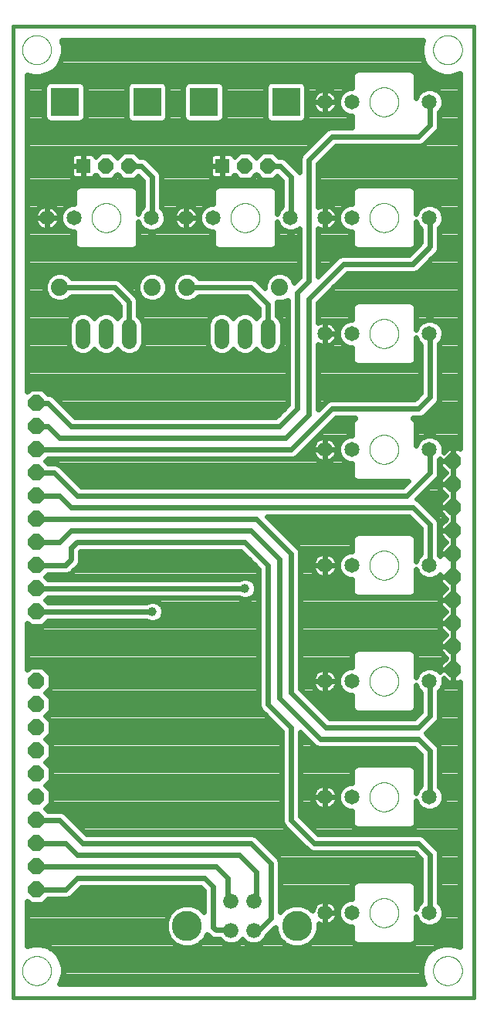
<source format=gtl>
G75*
%MOIN*%
%OFA0B0*%
%FSLAX25Y25*%
%IPPOS*%
%LPD*%
%AMOC8*
5,1,8,0,0,1.08239X$1,22.5*
%
%ADD10C,0.00000*%
%ADD11C,0.01600*%
%ADD12C,0.06600*%
%ADD13C,0.13000*%
%ADD14C,0.06496*%
%ADD15R,0.06496X0.06496*%
%ADD16OC8,0.06496*%
%ADD17R,0.12268X0.12268*%
%ADD18OC8,0.07000*%
%ADD19C,0.06496*%
%ADD20C,0.07400*%
%ADD21C,0.02400*%
%ADD22C,0.03962*%
D10*
X0008450Y0017200D02*
X0008452Y0017358D01*
X0008458Y0017515D01*
X0008468Y0017673D01*
X0008482Y0017830D01*
X0008500Y0017986D01*
X0008521Y0018143D01*
X0008547Y0018298D01*
X0008577Y0018453D01*
X0008610Y0018607D01*
X0008648Y0018760D01*
X0008689Y0018913D01*
X0008734Y0019064D01*
X0008783Y0019214D01*
X0008836Y0019362D01*
X0008892Y0019510D01*
X0008953Y0019655D01*
X0009016Y0019800D01*
X0009084Y0019942D01*
X0009155Y0020083D01*
X0009229Y0020222D01*
X0009307Y0020359D01*
X0009389Y0020494D01*
X0009473Y0020627D01*
X0009562Y0020758D01*
X0009653Y0020886D01*
X0009748Y0021013D01*
X0009845Y0021136D01*
X0009946Y0021258D01*
X0010050Y0021376D01*
X0010157Y0021492D01*
X0010267Y0021605D01*
X0010379Y0021716D01*
X0010495Y0021823D01*
X0010613Y0021928D01*
X0010733Y0022030D01*
X0010856Y0022128D01*
X0010982Y0022224D01*
X0011110Y0022316D01*
X0011240Y0022405D01*
X0011372Y0022491D01*
X0011507Y0022573D01*
X0011644Y0022652D01*
X0011782Y0022727D01*
X0011922Y0022799D01*
X0012065Y0022867D01*
X0012208Y0022932D01*
X0012354Y0022993D01*
X0012501Y0023050D01*
X0012649Y0023104D01*
X0012799Y0023154D01*
X0012949Y0023200D01*
X0013101Y0023242D01*
X0013254Y0023281D01*
X0013408Y0023315D01*
X0013563Y0023346D01*
X0013718Y0023372D01*
X0013874Y0023395D01*
X0014031Y0023414D01*
X0014188Y0023429D01*
X0014345Y0023440D01*
X0014503Y0023447D01*
X0014661Y0023450D01*
X0014818Y0023449D01*
X0014976Y0023444D01*
X0015133Y0023435D01*
X0015291Y0023422D01*
X0015447Y0023405D01*
X0015604Y0023384D01*
X0015759Y0023360D01*
X0015914Y0023331D01*
X0016069Y0023298D01*
X0016222Y0023262D01*
X0016375Y0023221D01*
X0016526Y0023177D01*
X0016676Y0023129D01*
X0016825Y0023078D01*
X0016973Y0023022D01*
X0017119Y0022963D01*
X0017264Y0022900D01*
X0017407Y0022833D01*
X0017548Y0022763D01*
X0017687Y0022690D01*
X0017825Y0022613D01*
X0017961Y0022532D01*
X0018094Y0022448D01*
X0018225Y0022361D01*
X0018354Y0022270D01*
X0018481Y0022176D01*
X0018606Y0022079D01*
X0018727Y0021979D01*
X0018847Y0021876D01*
X0018963Y0021770D01*
X0019077Y0021661D01*
X0019189Y0021549D01*
X0019297Y0021435D01*
X0019402Y0021317D01*
X0019505Y0021197D01*
X0019604Y0021075D01*
X0019700Y0020950D01*
X0019793Y0020822D01*
X0019883Y0020693D01*
X0019969Y0020561D01*
X0020053Y0020427D01*
X0020132Y0020291D01*
X0020209Y0020153D01*
X0020281Y0020013D01*
X0020350Y0019871D01*
X0020416Y0019728D01*
X0020478Y0019583D01*
X0020536Y0019436D01*
X0020591Y0019288D01*
X0020642Y0019139D01*
X0020689Y0018988D01*
X0020732Y0018837D01*
X0020771Y0018684D01*
X0020807Y0018530D01*
X0020838Y0018376D01*
X0020866Y0018221D01*
X0020890Y0018065D01*
X0020910Y0017908D01*
X0020926Y0017751D01*
X0020938Y0017594D01*
X0020946Y0017437D01*
X0020950Y0017279D01*
X0020950Y0017121D01*
X0020946Y0016963D01*
X0020938Y0016806D01*
X0020926Y0016649D01*
X0020910Y0016492D01*
X0020890Y0016335D01*
X0020866Y0016179D01*
X0020838Y0016024D01*
X0020807Y0015870D01*
X0020771Y0015716D01*
X0020732Y0015563D01*
X0020689Y0015412D01*
X0020642Y0015261D01*
X0020591Y0015112D01*
X0020536Y0014964D01*
X0020478Y0014817D01*
X0020416Y0014672D01*
X0020350Y0014529D01*
X0020281Y0014387D01*
X0020209Y0014247D01*
X0020132Y0014109D01*
X0020053Y0013973D01*
X0019969Y0013839D01*
X0019883Y0013707D01*
X0019793Y0013578D01*
X0019700Y0013450D01*
X0019604Y0013325D01*
X0019505Y0013203D01*
X0019402Y0013083D01*
X0019297Y0012965D01*
X0019189Y0012851D01*
X0019077Y0012739D01*
X0018963Y0012630D01*
X0018847Y0012524D01*
X0018727Y0012421D01*
X0018606Y0012321D01*
X0018481Y0012224D01*
X0018354Y0012130D01*
X0018225Y0012039D01*
X0018094Y0011952D01*
X0017961Y0011868D01*
X0017825Y0011787D01*
X0017687Y0011710D01*
X0017548Y0011637D01*
X0017407Y0011567D01*
X0017264Y0011500D01*
X0017119Y0011437D01*
X0016973Y0011378D01*
X0016825Y0011322D01*
X0016676Y0011271D01*
X0016526Y0011223D01*
X0016375Y0011179D01*
X0016222Y0011138D01*
X0016069Y0011102D01*
X0015914Y0011069D01*
X0015759Y0011040D01*
X0015604Y0011016D01*
X0015447Y0010995D01*
X0015291Y0010978D01*
X0015133Y0010965D01*
X0014976Y0010956D01*
X0014818Y0010951D01*
X0014661Y0010950D01*
X0014503Y0010953D01*
X0014345Y0010960D01*
X0014188Y0010971D01*
X0014031Y0010986D01*
X0013874Y0011005D01*
X0013718Y0011028D01*
X0013563Y0011054D01*
X0013408Y0011085D01*
X0013254Y0011119D01*
X0013101Y0011158D01*
X0012949Y0011200D01*
X0012799Y0011246D01*
X0012649Y0011296D01*
X0012501Y0011350D01*
X0012354Y0011407D01*
X0012208Y0011468D01*
X0012065Y0011533D01*
X0011922Y0011601D01*
X0011782Y0011673D01*
X0011644Y0011748D01*
X0011507Y0011827D01*
X0011372Y0011909D01*
X0011240Y0011995D01*
X0011110Y0012084D01*
X0010982Y0012176D01*
X0010856Y0012272D01*
X0010733Y0012370D01*
X0010613Y0012472D01*
X0010495Y0012577D01*
X0010379Y0012684D01*
X0010267Y0012795D01*
X0010157Y0012908D01*
X0010050Y0013024D01*
X0009946Y0013142D01*
X0009845Y0013264D01*
X0009748Y0013387D01*
X0009653Y0013514D01*
X0009562Y0013642D01*
X0009473Y0013773D01*
X0009389Y0013906D01*
X0009307Y0014041D01*
X0009229Y0014178D01*
X0009155Y0014317D01*
X0009084Y0014458D01*
X0009016Y0014600D01*
X0008953Y0014745D01*
X0008892Y0014890D01*
X0008836Y0015038D01*
X0008783Y0015186D01*
X0008734Y0015336D01*
X0008689Y0015487D01*
X0008648Y0015640D01*
X0008610Y0015793D01*
X0008577Y0015947D01*
X0008547Y0016102D01*
X0008521Y0016257D01*
X0008500Y0016414D01*
X0008482Y0016570D01*
X0008468Y0016727D01*
X0008458Y0016885D01*
X0008452Y0017042D01*
X0008450Y0017200D01*
X0158450Y0042200D02*
X0158452Y0042358D01*
X0158458Y0042515D01*
X0158468Y0042673D01*
X0158482Y0042830D01*
X0158500Y0042986D01*
X0158521Y0043143D01*
X0158547Y0043298D01*
X0158577Y0043453D01*
X0158610Y0043607D01*
X0158648Y0043760D01*
X0158689Y0043913D01*
X0158734Y0044064D01*
X0158783Y0044214D01*
X0158836Y0044362D01*
X0158892Y0044510D01*
X0158953Y0044655D01*
X0159016Y0044800D01*
X0159084Y0044942D01*
X0159155Y0045083D01*
X0159229Y0045222D01*
X0159307Y0045359D01*
X0159389Y0045494D01*
X0159473Y0045627D01*
X0159562Y0045758D01*
X0159653Y0045886D01*
X0159748Y0046013D01*
X0159845Y0046136D01*
X0159946Y0046258D01*
X0160050Y0046376D01*
X0160157Y0046492D01*
X0160267Y0046605D01*
X0160379Y0046716D01*
X0160495Y0046823D01*
X0160613Y0046928D01*
X0160733Y0047030D01*
X0160856Y0047128D01*
X0160982Y0047224D01*
X0161110Y0047316D01*
X0161240Y0047405D01*
X0161372Y0047491D01*
X0161507Y0047573D01*
X0161644Y0047652D01*
X0161782Y0047727D01*
X0161922Y0047799D01*
X0162065Y0047867D01*
X0162208Y0047932D01*
X0162354Y0047993D01*
X0162501Y0048050D01*
X0162649Y0048104D01*
X0162799Y0048154D01*
X0162949Y0048200D01*
X0163101Y0048242D01*
X0163254Y0048281D01*
X0163408Y0048315D01*
X0163563Y0048346D01*
X0163718Y0048372D01*
X0163874Y0048395D01*
X0164031Y0048414D01*
X0164188Y0048429D01*
X0164345Y0048440D01*
X0164503Y0048447D01*
X0164661Y0048450D01*
X0164818Y0048449D01*
X0164976Y0048444D01*
X0165133Y0048435D01*
X0165291Y0048422D01*
X0165447Y0048405D01*
X0165604Y0048384D01*
X0165759Y0048360D01*
X0165914Y0048331D01*
X0166069Y0048298D01*
X0166222Y0048262D01*
X0166375Y0048221D01*
X0166526Y0048177D01*
X0166676Y0048129D01*
X0166825Y0048078D01*
X0166973Y0048022D01*
X0167119Y0047963D01*
X0167264Y0047900D01*
X0167407Y0047833D01*
X0167548Y0047763D01*
X0167687Y0047690D01*
X0167825Y0047613D01*
X0167961Y0047532D01*
X0168094Y0047448D01*
X0168225Y0047361D01*
X0168354Y0047270D01*
X0168481Y0047176D01*
X0168606Y0047079D01*
X0168727Y0046979D01*
X0168847Y0046876D01*
X0168963Y0046770D01*
X0169077Y0046661D01*
X0169189Y0046549D01*
X0169297Y0046435D01*
X0169402Y0046317D01*
X0169505Y0046197D01*
X0169604Y0046075D01*
X0169700Y0045950D01*
X0169793Y0045822D01*
X0169883Y0045693D01*
X0169969Y0045561D01*
X0170053Y0045427D01*
X0170132Y0045291D01*
X0170209Y0045153D01*
X0170281Y0045013D01*
X0170350Y0044871D01*
X0170416Y0044728D01*
X0170478Y0044583D01*
X0170536Y0044436D01*
X0170591Y0044288D01*
X0170642Y0044139D01*
X0170689Y0043988D01*
X0170732Y0043837D01*
X0170771Y0043684D01*
X0170807Y0043530D01*
X0170838Y0043376D01*
X0170866Y0043221D01*
X0170890Y0043065D01*
X0170910Y0042908D01*
X0170926Y0042751D01*
X0170938Y0042594D01*
X0170946Y0042437D01*
X0170950Y0042279D01*
X0170950Y0042121D01*
X0170946Y0041963D01*
X0170938Y0041806D01*
X0170926Y0041649D01*
X0170910Y0041492D01*
X0170890Y0041335D01*
X0170866Y0041179D01*
X0170838Y0041024D01*
X0170807Y0040870D01*
X0170771Y0040716D01*
X0170732Y0040563D01*
X0170689Y0040412D01*
X0170642Y0040261D01*
X0170591Y0040112D01*
X0170536Y0039964D01*
X0170478Y0039817D01*
X0170416Y0039672D01*
X0170350Y0039529D01*
X0170281Y0039387D01*
X0170209Y0039247D01*
X0170132Y0039109D01*
X0170053Y0038973D01*
X0169969Y0038839D01*
X0169883Y0038707D01*
X0169793Y0038578D01*
X0169700Y0038450D01*
X0169604Y0038325D01*
X0169505Y0038203D01*
X0169402Y0038083D01*
X0169297Y0037965D01*
X0169189Y0037851D01*
X0169077Y0037739D01*
X0168963Y0037630D01*
X0168847Y0037524D01*
X0168727Y0037421D01*
X0168606Y0037321D01*
X0168481Y0037224D01*
X0168354Y0037130D01*
X0168225Y0037039D01*
X0168094Y0036952D01*
X0167961Y0036868D01*
X0167825Y0036787D01*
X0167687Y0036710D01*
X0167548Y0036637D01*
X0167407Y0036567D01*
X0167264Y0036500D01*
X0167119Y0036437D01*
X0166973Y0036378D01*
X0166825Y0036322D01*
X0166676Y0036271D01*
X0166526Y0036223D01*
X0166375Y0036179D01*
X0166222Y0036138D01*
X0166069Y0036102D01*
X0165914Y0036069D01*
X0165759Y0036040D01*
X0165604Y0036016D01*
X0165447Y0035995D01*
X0165291Y0035978D01*
X0165133Y0035965D01*
X0164976Y0035956D01*
X0164818Y0035951D01*
X0164661Y0035950D01*
X0164503Y0035953D01*
X0164345Y0035960D01*
X0164188Y0035971D01*
X0164031Y0035986D01*
X0163874Y0036005D01*
X0163718Y0036028D01*
X0163563Y0036054D01*
X0163408Y0036085D01*
X0163254Y0036119D01*
X0163101Y0036158D01*
X0162949Y0036200D01*
X0162799Y0036246D01*
X0162649Y0036296D01*
X0162501Y0036350D01*
X0162354Y0036407D01*
X0162208Y0036468D01*
X0162065Y0036533D01*
X0161922Y0036601D01*
X0161782Y0036673D01*
X0161644Y0036748D01*
X0161507Y0036827D01*
X0161372Y0036909D01*
X0161240Y0036995D01*
X0161110Y0037084D01*
X0160982Y0037176D01*
X0160856Y0037272D01*
X0160733Y0037370D01*
X0160613Y0037472D01*
X0160495Y0037577D01*
X0160379Y0037684D01*
X0160267Y0037795D01*
X0160157Y0037908D01*
X0160050Y0038024D01*
X0159946Y0038142D01*
X0159845Y0038264D01*
X0159748Y0038387D01*
X0159653Y0038514D01*
X0159562Y0038642D01*
X0159473Y0038773D01*
X0159389Y0038906D01*
X0159307Y0039041D01*
X0159229Y0039178D01*
X0159155Y0039317D01*
X0159084Y0039458D01*
X0159016Y0039600D01*
X0158953Y0039745D01*
X0158892Y0039890D01*
X0158836Y0040038D01*
X0158783Y0040186D01*
X0158734Y0040336D01*
X0158689Y0040487D01*
X0158648Y0040640D01*
X0158610Y0040793D01*
X0158577Y0040947D01*
X0158547Y0041102D01*
X0158521Y0041257D01*
X0158500Y0041414D01*
X0158482Y0041570D01*
X0158468Y0041727D01*
X0158458Y0041885D01*
X0158452Y0042042D01*
X0158450Y0042200D01*
X0158450Y0092200D02*
X0158452Y0092358D01*
X0158458Y0092515D01*
X0158468Y0092673D01*
X0158482Y0092830D01*
X0158500Y0092986D01*
X0158521Y0093143D01*
X0158547Y0093298D01*
X0158577Y0093453D01*
X0158610Y0093607D01*
X0158648Y0093760D01*
X0158689Y0093913D01*
X0158734Y0094064D01*
X0158783Y0094214D01*
X0158836Y0094362D01*
X0158892Y0094510D01*
X0158953Y0094655D01*
X0159016Y0094800D01*
X0159084Y0094942D01*
X0159155Y0095083D01*
X0159229Y0095222D01*
X0159307Y0095359D01*
X0159389Y0095494D01*
X0159473Y0095627D01*
X0159562Y0095758D01*
X0159653Y0095886D01*
X0159748Y0096013D01*
X0159845Y0096136D01*
X0159946Y0096258D01*
X0160050Y0096376D01*
X0160157Y0096492D01*
X0160267Y0096605D01*
X0160379Y0096716D01*
X0160495Y0096823D01*
X0160613Y0096928D01*
X0160733Y0097030D01*
X0160856Y0097128D01*
X0160982Y0097224D01*
X0161110Y0097316D01*
X0161240Y0097405D01*
X0161372Y0097491D01*
X0161507Y0097573D01*
X0161644Y0097652D01*
X0161782Y0097727D01*
X0161922Y0097799D01*
X0162065Y0097867D01*
X0162208Y0097932D01*
X0162354Y0097993D01*
X0162501Y0098050D01*
X0162649Y0098104D01*
X0162799Y0098154D01*
X0162949Y0098200D01*
X0163101Y0098242D01*
X0163254Y0098281D01*
X0163408Y0098315D01*
X0163563Y0098346D01*
X0163718Y0098372D01*
X0163874Y0098395D01*
X0164031Y0098414D01*
X0164188Y0098429D01*
X0164345Y0098440D01*
X0164503Y0098447D01*
X0164661Y0098450D01*
X0164818Y0098449D01*
X0164976Y0098444D01*
X0165133Y0098435D01*
X0165291Y0098422D01*
X0165447Y0098405D01*
X0165604Y0098384D01*
X0165759Y0098360D01*
X0165914Y0098331D01*
X0166069Y0098298D01*
X0166222Y0098262D01*
X0166375Y0098221D01*
X0166526Y0098177D01*
X0166676Y0098129D01*
X0166825Y0098078D01*
X0166973Y0098022D01*
X0167119Y0097963D01*
X0167264Y0097900D01*
X0167407Y0097833D01*
X0167548Y0097763D01*
X0167687Y0097690D01*
X0167825Y0097613D01*
X0167961Y0097532D01*
X0168094Y0097448D01*
X0168225Y0097361D01*
X0168354Y0097270D01*
X0168481Y0097176D01*
X0168606Y0097079D01*
X0168727Y0096979D01*
X0168847Y0096876D01*
X0168963Y0096770D01*
X0169077Y0096661D01*
X0169189Y0096549D01*
X0169297Y0096435D01*
X0169402Y0096317D01*
X0169505Y0096197D01*
X0169604Y0096075D01*
X0169700Y0095950D01*
X0169793Y0095822D01*
X0169883Y0095693D01*
X0169969Y0095561D01*
X0170053Y0095427D01*
X0170132Y0095291D01*
X0170209Y0095153D01*
X0170281Y0095013D01*
X0170350Y0094871D01*
X0170416Y0094728D01*
X0170478Y0094583D01*
X0170536Y0094436D01*
X0170591Y0094288D01*
X0170642Y0094139D01*
X0170689Y0093988D01*
X0170732Y0093837D01*
X0170771Y0093684D01*
X0170807Y0093530D01*
X0170838Y0093376D01*
X0170866Y0093221D01*
X0170890Y0093065D01*
X0170910Y0092908D01*
X0170926Y0092751D01*
X0170938Y0092594D01*
X0170946Y0092437D01*
X0170950Y0092279D01*
X0170950Y0092121D01*
X0170946Y0091963D01*
X0170938Y0091806D01*
X0170926Y0091649D01*
X0170910Y0091492D01*
X0170890Y0091335D01*
X0170866Y0091179D01*
X0170838Y0091024D01*
X0170807Y0090870D01*
X0170771Y0090716D01*
X0170732Y0090563D01*
X0170689Y0090412D01*
X0170642Y0090261D01*
X0170591Y0090112D01*
X0170536Y0089964D01*
X0170478Y0089817D01*
X0170416Y0089672D01*
X0170350Y0089529D01*
X0170281Y0089387D01*
X0170209Y0089247D01*
X0170132Y0089109D01*
X0170053Y0088973D01*
X0169969Y0088839D01*
X0169883Y0088707D01*
X0169793Y0088578D01*
X0169700Y0088450D01*
X0169604Y0088325D01*
X0169505Y0088203D01*
X0169402Y0088083D01*
X0169297Y0087965D01*
X0169189Y0087851D01*
X0169077Y0087739D01*
X0168963Y0087630D01*
X0168847Y0087524D01*
X0168727Y0087421D01*
X0168606Y0087321D01*
X0168481Y0087224D01*
X0168354Y0087130D01*
X0168225Y0087039D01*
X0168094Y0086952D01*
X0167961Y0086868D01*
X0167825Y0086787D01*
X0167687Y0086710D01*
X0167548Y0086637D01*
X0167407Y0086567D01*
X0167264Y0086500D01*
X0167119Y0086437D01*
X0166973Y0086378D01*
X0166825Y0086322D01*
X0166676Y0086271D01*
X0166526Y0086223D01*
X0166375Y0086179D01*
X0166222Y0086138D01*
X0166069Y0086102D01*
X0165914Y0086069D01*
X0165759Y0086040D01*
X0165604Y0086016D01*
X0165447Y0085995D01*
X0165291Y0085978D01*
X0165133Y0085965D01*
X0164976Y0085956D01*
X0164818Y0085951D01*
X0164661Y0085950D01*
X0164503Y0085953D01*
X0164345Y0085960D01*
X0164188Y0085971D01*
X0164031Y0085986D01*
X0163874Y0086005D01*
X0163718Y0086028D01*
X0163563Y0086054D01*
X0163408Y0086085D01*
X0163254Y0086119D01*
X0163101Y0086158D01*
X0162949Y0086200D01*
X0162799Y0086246D01*
X0162649Y0086296D01*
X0162501Y0086350D01*
X0162354Y0086407D01*
X0162208Y0086468D01*
X0162065Y0086533D01*
X0161922Y0086601D01*
X0161782Y0086673D01*
X0161644Y0086748D01*
X0161507Y0086827D01*
X0161372Y0086909D01*
X0161240Y0086995D01*
X0161110Y0087084D01*
X0160982Y0087176D01*
X0160856Y0087272D01*
X0160733Y0087370D01*
X0160613Y0087472D01*
X0160495Y0087577D01*
X0160379Y0087684D01*
X0160267Y0087795D01*
X0160157Y0087908D01*
X0160050Y0088024D01*
X0159946Y0088142D01*
X0159845Y0088264D01*
X0159748Y0088387D01*
X0159653Y0088514D01*
X0159562Y0088642D01*
X0159473Y0088773D01*
X0159389Y0088906D01*
X0159307Y0089041D01*
X0159229Y0089178D01*
X0159155Y0089317D01*
X0159084Y0089458D01*
X0159016Y0089600D01*
X0158953Y0089745D01*
X0158892Y0089890D01*
X0158836Y0090038D01*
X0158783Y0090186D01*
X0158734Y0090336D01*
X0158689Y0090487D01*
X0158648Y0090640D01*
X0158610Y0090793D01*
X0158577Y0090947D01*
X0158547Y0091102D01*
X0158521Y0091257D01*
X0158500Y0091414D01*
X0158482Y0091570D01*
X0158468Y0091727D01*
X0158458Y0091885D01*
X0158452Y0092042D01*
X0158450Y0092200D01*
X0158450Y0142200D02*
X0158452Y0142358D01*
X0158458Y0142515D01*
X0158468Y0142673D01*
X0158482Y0142830D01*
X0158500Y0142986D01*
X0158521Y0143143D01*
X0158547Y0143298D01*
X0158577Y0143453D01*
X0158610Y0143607D01*
X0158648Y0143760D01*
X0158689Y0143913D01*
X0158734Y0144064D01*
X0158783Y0144214D01*
X0158836Y0144362D01*
X0158892Y0144510D01*
X0158953Y0144655D01*
X0159016Y0144800D01*
X0159084Y0144942D01*
X0159155Y0145083D01*
X0159229Y0145222D01*
X0159307Y0145359D01*
X0159389Y0145494D01*
X0159473Y0145627D01*
X0159562Y0145758D01*
X0159653Y0145886D01*
X0159748Y0146013D01*
X0159845Y0146136D01*
X0159946Y0146258D01*
X0160050Y0146376D01*
X0160157Y0146492D01*
X0160267Y0146605D01*
X0160379Y0146716D01*
X0160495Y0146823D01*
X0160613Y0146928D01*
X0160733Y0147030D01*
X0160856Y0147128D01*
X0160982Y0147224D01*
X0161110Y0147316D01*
X0161240Y0147405D01*
X0161372Y0147491D01*
X0161507Y0147573D01*
X0161644Y0147652D01*
X0161782Y0147727D01*
X0161922Y0147799D01*
X0162065Y0147867D01*
X0162208Y0147932D01*
X0162354Y0147993D01*
X0162501Y0148050D01*
X0162649Y0148104D01*
X0162799Y0148154D01*
X0162949Y0148200D01*
X0163101Y0148242D01*
X0163254Y0148281D01*
X0163408Y0148315D01*
X0163563Y0148346D01*
X0163718Y0148372D01*
X0163874Y0148395D01*
X0164031Y0148414D01*
X0164188Y0148429D01*
X0164345Y0148440D01*
X0164503Y0148447D01*
X0164661Y0148450D01*
X0164818Y0148449D01*
X0164976Y0148444D01*
X0165133Y0148435D01*
X0165291Y0148422D01*
X0165447Y0148405D01*
X0165604Y0148384D01*
X0165759Y0148360D01*
X0165914Y0148331D01*
X0166069Y0148298D01*
X0166222Y0148262D01*
X0166375Y0148221D01*
X0166526Y0148177D01*
X0166676Y0148129D01*
X0166825Y0148078D01*
X0166973Y0148022D01*
X0167119Y0147963D01*
X0167264Y0147900D01*
X0167407Y0147833D01*
X0167548Y0147763D01*
X0167687Y0147690D01*
X0167825Y0147613D01*
X0167961Y0147532D01*
X0168094Y0147448D01*
X0168225Y0147361D01*
X0168354Y0147270D01*
X0168481Y0147176D01*
X0168606Y0147079D01*
X0168727Y0146979D01*
X0168847Y0146876D01*
X0168963Y0146770D01*
X0169077Y0146661D01*
X0169189Y0146549D01*
X0169297Y0146435D01*
X0169402Y0146317D01*
X0169505Y0146197D01*
X0169604Y0146075D01*
X0169700Y0145950D01*
X0169793Y0145822D01*
X0169883Y0145693D01*
X0169969Y0145561D01*
X0170053Y0145427D01*
X0170132Y0145291D01*
X0170209Y0145153D01*
X0170281Y0145013D01*
X0170350Y0144871D01*
X0170416Y0144728D01*
X0170478Y0144583D01*
X0170536Y0144436D01*
X0170591Y0144288D01*
X0170642Y0144139D01*
X0170689Y0143988D01*
X0170732Y0143837D01*
X0170771Y0143684D01*
X0170807Y0143530D01*
X0170838Y0143376D01*
X0170866Y0143221D01*
X0170890Y0143065D01*
X0170910Y0142908D01*
X0170926Y0142751D01*
X0170938Y0142594D01*
X0170946Y0142437D01*
X0170950Y0142279D01*
X0170950Y0142121D01*
X0170946Y0141963D01*
X0170938Y0141806D01*
X0170926Y0141649D01*
X0170910Y0141492D01*
X0170890Y0141335D01*
X0170866Y0141179D01*
X0170838Y0141024D01*
X0170807Y0140870D01*
X0170771Y0140716D01*
X0170732Y0140563D01*
X0170689Y0140412D01*
X0170642Y0140261D01*
X0170591Y0140112D01*
X0170536Y0139964D01*
X0170478Y0139817D01*
X0170416Y0139672D01*
X0170350Y0139529D01*
X0170281Y0139387D01*
X0170209Y0139247D01*
X0170132Y0139109D01*
X0170053Y0138973D01*
X0169969Y0138839D01*
X0169883Y0138707D01*
X0169793Y0138578D01*
X0169700Y0138450D01*
X0169604Y0138325D01*
X0169505Y0138203D01*
X0169402Y0138083D01*
X0169297Y0137965D01*
X0169189Y0137851D01*
X0169077Y0137739D01*
X0168963Y0137630D01*
X0168847Y0137524D01*
X0168727Y0137421D01*
X0168606Y0137321D01*
X0168481Y0137224D01*
X0168354Y0137130D01*
X0168225Y0137039D01*
X0168094Y0136952D01*
X0167961Y0136868D01*
X0167825Y0136787D01*
X0167687Y0136710D01*
X0167548Y0136637D01*
X0167407Y0136567D01*
X0167264Y0136500D01*
X0167119Y0136437D01*
X0166973Y0136378D01*
X0166825Y0136322D01*
X0166676Y0136271D01*
X0166526Y0136223D01*
X0166375Y0136179D01*
X0166222Y0136138D01*
X0166069Y0136102D01*
X0165914Y0136069D01*
X0165759Y0136040D01*
X0165604Y0136016D01*
X0165447Y0135995D01*
X0165291Y0135978D01*
X0165133Y0135965D01*
X0164976Y0135956D01*
X0164818Y0135951D01*
X0164661Y0135950D01*
X0164503Y0135953D01*
X0164345Y0135960D01*
X0164188Y0135971D01*
X0164031Y0135986D01*
X0163874Y0136005D01*
X0163718Y0136028D01*
X0163563Y0136054D01*
X0163408Y0136085D01*
X0163254Y0136119D01*
X0163101Y0136158D01*
X0162949Y0136200D01*
X0162799Y0136246D01*
X0162649Y0136296D01*
X0162501Y0136350D01*
X0162354Y0136407D01*
X0162208Y0136468D01*
X0162065Y0136533D01*
X0161922Y0136601D01*
X0161782Y0136673D01*
X0161644Y0136748D01*
X0161507Y0136827D01*
X0161372Y0136909D01*
X0161240Y0136995D01*
X0161110Y0137084D01*
X0160982Y0137176D01*
X0160856Y0137272D01*
X0160733Y0137370D01*
X0160613Y0137472D01*
X0160495Y0137577D01*
X0160379Y0137684D01*
X0160267Y0137795D01*
X0160157Y0137908D01*
X0160050Y0138024D01*
X0159946Y0138142D01*
X0159845Y0138264D01*
X0159748Y0138387D01*
X0159653Y0138514D01*
X0159562Y0138642D01*
X0159473Y0138773D01*
X0159389Y0138906D01*
X0159307Y0139041D01*
X0159229Y0139178D01*
X0159155Y0139317D01*
X0159084Y0139458D01*
X0159016Y0139600D01*
X0158953Y0139745D01*
X0158892Y0139890D01*
X0158836Y0140038D01*
X0158783Y0140186D01*
X0158734Y0140336D01*
X0158689Y0140487D01*
X0158648Y0140640D01*
X0158610Y0140793D01*
X0158577Y0140947D01*
X0158547Y0141102D01*
X0158521Y0141257D01*
X0158500Y0141414D01*
X0158482Y0141570D01*
X0158468Y0141727D01*
X0158458Y0141885D01*
X0158452Y0142042D01*
X0158450Y0142200D01*
X0158450Y0192200D02*
X0158452Y0192358D01*
X0158458Y0192515D01*
X0158468Y0192673D01*
X0158482Y0192830D01*
X0158500Y0192986D01*
X0158521Y0193143D01*
X0158547Y0193298D01*
X0158577Y0193453D01*
X0158610Y0193607D01*
X0158648Y0193760D01*
X0158689Y0193913D01*
X0158734Y0194064D01*
X0158783Y0194214D01*
X0158836Y0194362D01*
X0158892Y0194510D01*
X0158953Y0194655D01*
X0159016Y0194800D01*
X0159084Y0194942D01*
X0159155Y0195083D01*
X0159229Y0195222D01*
X0159307Y0195359D01*
X0159389Y0195494D01*
X0159473Y0195627D01*
X0159562Y0195758D01*
X0159653Y0195886D01*
X0159748Y0196013D01*
X0159845Y0196136D01*
X0159946Y0196258D01*
X0160050Y0196376D01*
X0160157Y0196492D01*
X0160267Y0196605D01*
X0160379Y0196716D01*
X0160495Y0196823D01*
X0160613Y0196928D01*
X0160733Y0197030D01*
X0160856Y0197128D01*
X0160982Y0197224D01*
X0161110Y0197316D01*
X0161240Y0197405D01*
X0161372Y0197491D01*
X0161507Y0197573D01*
X0161644Y0197652D01*
X0161782Y0197727D01*
X0161922Y0197799D01*
X0162065Y0197867D01*
X0162208Y0197932D01*
X0162354Y0197993D01*
X0162501Y0198050D01*
X0162649Y0198104D01*
X0162799Y0198154D01*
X0162949Y0198200D01*
X0163101Y0198242D01*
X0163254Y0198281D01*
X0163408Y0198315D01*
X0163563Y0198346D01*
X0163718Y0198372D01*
X0163874Y0198395D01*
X0164031Y0198414D01*
X0164188Y0198429D01*
X0164345Y0198440D01*
X0164503Y0198447D01*
X0164661Y0198450D01*
X0164818Y0198449D01*
X0164976Y0198444D01*
X0165133Y0198435D01*
X0165291Y0198422D01*
X0165447Y0198405D01*
X0165604Y0198384D01*
X0165759Y0198360D01*
X0165914Y0198331D01*
X0166069Y0198298D01*
X0166222Y0198262D01*
X0166375Y0198221D01*
X0166526Y0198177D01*
X0166676Y0198129D01*
X0166825Y0198078D01*
X0166973Y0198022D01*
X0167119Y0197963D01*
X0167264Y0197900D01*
X0167407Y0197833D01*
X0167548Y0197763D01*
X0167687Y0197690D01*
X0167825Y0197613D01*
X0167961Y0197532D01*
X0168094Y0197448D01*
X0168225Y0197361D01*
X0168354Y0197270D01*
X0168481Y0197176D01*
X0168606Y0197079D01*
X0168727Y0196979D01*
X0168847Y0196876D01*
X0168963Y0196770D01*
X0169077Y0196661D01*
X0169189Y0196549D01*
X0169297Y0196435D01*
X0169402Y0196317D01*
X0169505Y0196197D01*
X0169604Y0196075D01*
X0169700Y0195950D01*
X0169793Y0195822D01*
X0169883Y0195693D01*
X0169969Y0195561D01*
X0170053Y0195427D01*
X0170132Y0195291D01*
X0170209Y0195153D01*
X0170281Y0195013D01*
X0170350Y0194871D01*
X0170416Y0194728D01*
X0170478Y0194583D01*
X0170536Y0194436D01*
X0170591Y0194288D01*
X0170642Y0194139D01*
X0170689Y0193988D01*
X0170732Y0193837D01*
X0170771Y0193684D01*
X0170807Y0193530D01*
X0170838Y0193376D01*
X0170866Y0193221D01*
X0170890Y0193065D01*
X0170910Y0192908D01*
X0170926Y0192751D01*
X0170938Y0192594D01*
X0170946Y0192437D01*
X0170950Y0192279D01*
X0170950Y0192121D01*
X0170946Y0191963D01*
X0170938Y0191806D01*
X0170926Y0191649D01*
X0170910Y0191492D01*
X0170890Y0191335D01*
X0170866Y0191179D01*
X0170838Y0191024D01*
X0170807Y0190870D01*
X0170771Y0190716D01*
X0170732Y0190563D01*
X0170689Y0190412D01*
X0170642Y0190261D01*
X0170591Y0190112D01*
X0170536Y0189964D01*
X0170478Y0189817D01*
X0170416Y0189672D01*
X0170350Y0189529D01*
X0170281Y0189387D01*
X0170209Y0189247D01*
X0170132Y0189109D01*
X0170053Y0188973D01*
X0169969Y0188839D01*
X0169883Y0188707D01*
X0169793Y0188578D01*
X0169700Y0188450D01*
X0169604Y0188325D01*
X0169505Y0188203D01*
X0169402Y0188083D01*
X0169297Y0187965D01*
X0169189Y0187851D01*
X0169077Y0187739D01*
X0168963Y0187630D01*
X0168847Y0187524D01*
X0168727Y0187421D01*
X0168606Y0187321D01*
X0168481Y0187224D01*
X0168354Y0187130D01*
X0168225Y0187039D01*
X0168094Y0186952D01*
X0167961Y0186868D01*
X0167825Y0186787D01*
X0167687Y0186710D01*
X0167548Y0186637D01*
X0167407Y0186567D01*
X0167264Y0186500D01*
X0167119Y0186437D01*
X0166973Y0186378D01*
X0166825Y0186322D01*
X0166676Y0186271D01*
X0166526Y0186223D01*
X0166375Y0186179D01*
X0166222Y0186138D01*
X0166069Y0186102D01*
X0165914Y0186069D01*
X0165759Y0186040D01*
X0165604Y0186016D01*
X0165447Y0185995D01*
X0165291Y0185978D01*
X0165133Y0185965D01*
X0164976Y0185956D01*
X0164818Y0185951D01*
X0164661Y0185950D01*
X0164503Y0185953D01*
X0164345Y0185960D01*
X0164188Y0185971D01*
X0164031Y0185986D01*
X0163874Y0186005D01*
X0163718Y0186028D01*
X0163563Y0186054D01*
X0163408Y0186085D01*
X0163254Y0186119D01*
X0163101Y0186158D01*
X0162949Y0186200D01*
X0162799Y0186246D01*
X0162649Y0186296D01*
X0162501Y0186350D01*
X0162354Y0186407D01*
X0162208Y0186468D01*
X0162065Y0186533D01*
X0161922Y0186601D01*
X0161782Y0186673D01*
X0161644Y0186748D01*
X0161507Y0186827D01*
X0161372Y0186909D01*
X0161240Y0186995D01*
X0161110Y0187084D01*
X0160982Y0187176D01*
X0160856Y0187272D01*
X0160733Y0187370D01*
X0160613Y0187472D01*
X0160495Y0187577D01*
X0160379Y0187684D01*
X0160267Y0187795D01*
X0160157Y0187908D01*
X0160050Y0188024D01*
X0159946Y0188142D01*
X0159845Y0188264D01*
X0159748Y0188387D01*
X0159653Y0188514D01*
X0159562Y0188642D01*
X0159473Y0188773D01*
X0159389Y0188906D01*
X0159307Y0189041D01*
X0159229Y0189178D01*
X0159155Y0189317D01*
X0159084Y0189458D01*
X0159016Y0189600D01*
X0158953Y0189745D01*
X0158892Y0189890D01*
X0158836Y0190038D01*
X0158783Y0190186D01*
X0158734Y0190336D01*
X0158689Y0190487D01*
X0158648Y0190640D01*
X0158610Y0190793D01*
X0158577Y0190947D01*
X0158547Y0191102D01*
X0158521Y0191257D01*
X0158500Y0191414D01*
X0158482Y0191570D01*
X0158468Y0191727D01*
X0158458Y0191885D01*
X0158452Y0192042D01*
X0158450Y0192200D01*
X0158450Y0242200D02*
X0158452Y0242358D01*
X0158458Y0242515D01*
X0158468Y0242673D01*
X0158482Y0242830D01*
X0158500Y0242986D01*
X0158521Y0243143D01*
X0158547Y0243298D01*
X0158577Y0243453D01*
X0158610Y0243607D01*
X0158648Y0243760D01*
X0158689Y0243913D01*
X0158734Y0244064D01*
X0158783Y0244214D01*
X0158836Y0244362D01*
X0158892Y0244510D01*
X0158953Y0244655D01*
X0159016Y0244800D01*
X0159084Y0244942D01*
X0159155Y0245083D01*
X0159229Y0245222D01*
X0159307Y0245359D01*
X0159389Y0245494D01*
X0159473Y0245627D01*
X0159562Y0245758D01*
X0159653Y0245886D01*
X0159748Y0246013D01*
X0159845Y0246136D01*
X0159946Y0246258D01*
X0160050Y0246376D01*
X0160157Y0246492D01*
X0160267Y0246605D01*
X0160379Y0246716D01*
X0160495Y0246823D01*
X0160613Y0246928D01*
X0160733Y0247030D01*
X0160856Y0247128D01*
X0160982Y0247224D01*
X0161110Y0247316D01*
X0161240Y0247405D01*
X0161372Y0247491D01*
X0161507Y0247573D01*
X0161644Y0247652D01*
X0161782Y0247727D01*
X0161922Y0247799D01*
X0162065Y0247867D01*
X0162208Y0247932D01*
X0162354Y0247993D01*
X0162501Y0248050D01*
X0162649Y0248104D01*
X0162799Y0248154D01*
X0162949Y0248200D01*
X0163101Y0248242D01*
X0163254Y0248281D01*
X0163408Y0248315D01*
X0163563Y0248346D01*
X0163718Y0248372D01*
X0163874Y0248395D01*
X0164031Y0248414D01*
X0164188Y0248429D01*
X0164345Y0248440D01*
X0164503Y0248447D01*
X0164661Y0248450D01*
X0164818Y0248449D01*
X0164976Y0248444D01*
X0165133Y0248435D01*
X0165291Y0248422D01*
X0165447Y0248405D01*
X0165604Y0248384D01*
X0165759Y0248360D01*
X0165914Y0248331D01*
X0166069Y0248298D01*
X0166222Y0248262D01*
X0166375Y0248221D01*
X0166526Y0248177D01*
X0166676Y0248129D01*
X0166825Y0248078D01*
X0166973Y0248022D01*
X0167119Y0247963D01*
X0167264Y0247900D01*
X0167407Y0247833D01*
X0167548Y0247763D01*
X0167687Y0247690D01*
X0167825Y0247613D01*
X0167961Y0247532D01*
X0168094Y0247448D01*
X0168225Y0247361D01*
X0168354Y0247270D01*
X0168481Y0247176D01*
X0168606Y0247079D01*
X0168727Y0246979D01*
X0168847Y0246876D01*
X0168963Y0246770D01*
X0169077Y0246661D01*
X0169189Y0246549D01*
X0169297Y0246435D01*
X0169402Y0246317D01*
X0169505Y0246197D01*
X0169604Y0246075D01*
X0169700Y0245950D01*
X0169793Y0245822D01*
X0169883Y0245693D01*
X0169969Y0245561D01*
X0170053Y0245427D01*
X0170132Y0245291D01*
X0170209Y0245153D01*
X0170281Y0245013D01*
X0170350Y0244871D01*
X0170416Y0244728D01*
X0170478Y0244583D01*
X0170536Y0244436D01*
X0170591Y0244288D01*
X0170642Y0244139D01*
X0170689Y0243988D01*
X0170732Y0243837D01*
X0170771Y0243684D01*
X0170807Y0243530D01*
X0170838Y0243376D01*
X0170866Y0243221D01*
X0170890Y0243065D01*
X0170910Y0242908D01*
X0170926Y0242751D01*
X0170938Y0242594D01*
X0170946Y0242437D01*
X0170950Y0242279D01*
X0170950Y0242121D01*
X0170946Y0241963D01*
X0170938Y0241806D01*
X0170926Y0241649D01*
X0170910Y0241492D01*
X0170890Y0241335D01*
X0170866Y0241179D01*
X0170838Y0241024D01*
X0170807Y0240870D01*
X0170771Y0240716D01*
X0170732Y0240563D01*
X0170689Y0240412D01*
X0170642Y0240261D01*
X0170591Y0240112D01*
X0170536Y0239964D01*
X0170478Y0239817D01*
X0170416Y0239672D01*
X0170350Y0239529D01*
X0170281Y0239387D01*
X0170209Y0239247D01*
X0170132Y0239109D01*
X0170053Y0238973D01*
X0169969Y0238839D01*
X0169883Y0238707D01*
X0169793Y0238578D01*
X0169700Y0238450D01*
X0169604Y0238325D01*
X0169505Y0238203D01*
X0169402Y0238083D01*
X0169297Y0237965D01*
X0169189Y0237851D01*
X0169077Y0237739D01*
X0168963Y0237630D01*
X0168847Y0237524D01*
X0168727Y0237421D01*
X0168606Y0237321D01*
X0168481Y0237224D01*
X0168354Y0237130D01*
X0168225Y0237039D01*
X0168094Y0236952D01*
X0167961Y0236868D01*
X0167825Y0236787D01*
X0167687Y0236710D01*
X0167548Y0236637D01*
X0167407Y0236567D01*
X0167264Y0236500D01*
X0167119Y0236437D01*
X0166973Y0236378D01*
X0166825Y0236322D01*
X0166676Y0236271D01*
X0166526Y0236223D01*
X0166375Y0236179D01*
X0166222Y0236138D01*
X0166069Y0236102D01*
X0165914Y0236069D01*
X0165759Y0236040D01*
X0165604Y0236016D01*
X0165447Y0235995D01*
X0165291Y0235978D01*
X0165133Y0235965D01*
X0164976Y0235956D01*
X0164818Y0235951D01*
X0164661Y0235950D01*
X0164503Y0235953D01*
X0164345Y0235960D01*
X0164188Y0235971D01*
X0164031Y0235986D01*
X0163874Y0236005D01*
X0163718Y0236028D01*
X0163563Y0236054D01*
X0163408Y0236085D01*
X0163254Y0236119D01*
X0163101Y0236158D01*
X0162949Y0236200D01*
X0162799Y0236246D01*
X0162649Y0236296D01*
X0162501Y0236350D01*
X0162354Y0236407D01*
X0162208Y0236468D01*
X0162065Y0236533D01*
X0161922Y0236601D01*
X0161782Y0236673D01*
X0161644Y0236748D01*
X0161507Y0236827D01*
X0161372Y0236909D01*
X0161240Y0236995D01*
X0161110Y0237084D01*
X0160982Y0237176D01*
X0160856Y0237272D01*
X0160733Y0237370D01*
X0160613Y0237472D01*
X0160495Y0237577D01*
X0160379Y0237684D01*
X0160267Y0237795D01*
X0160157Y0237908D01*
X0160050Y0238024D01*
X0159946Y0238142D01*
X0159845Y0238264D01*
X0159748Y0238387D01*
X0159653Y0238514D01*
X0159562Y0238642D01*
X0159473Y0238773D01*
X0159389Y0238906D01*
X0159307Y0239041D01*
X0159229Y0239178D01*
X0159155Y0239317D01*
X0159084Y0239458D01*
X0159016Y0239600D01*
X0158953Y0239745D01*
X0158892Y0239890D01*
X0158836Y0240038D01*
X0158783Y0240186D01*
X0158734Y0240336D01*
X0158689Y0240487D01*
X0158648Y0240640D01*
X0158610Y0240793D01*
X0158577Y0240947D01*
X0158547Y0241102D01*
X0158521Y0241257D01*
X0158500Y0241414D01*
X0158482Y0241570D01*
X0158468Y0241727D01*
X0158458Y0241885D01*
X0158452Y0242042D01*
X0158450Y0242200D01*
X0158450Y0292200D02*
X0158452Y0292358D01*
X0158458Y0292515D01*
X0158468Y0292673D01*
X0158482Y0292830D01*
X0158500Y0292986D01*
X0158521Y0293143D01*
X0158547Y0293298D01*
X0158577Y0293453D01*
X0158610Y0293607D01*
X0158648Y0293760D01*
X0158689Y0293913D01*
X0158734Y0294064D01*
X0158783Y0294214D01*
X0158836Y0294362D01*
X0158892Y0294510D01*
X0158953Y0294655D01*
X0159016Y0294800D01*
X0159084Y0294942D01*
X0159155Y0295083D01*
X0159229Y0295222D01*
X0159307Y0295359D01*
X0159389Y0295494D01*
X0159473Y0295627D01*
X0159562Y0295758D01*
X0159653Y0295886D01*
X0159748Y0296013D01*
X0159845Y0296136D01*
X0159946Y0296258D01*
X0160050Y0296376D01*
X0160157Y0296492D01*
X0160267Y0296605D01*
X0160379Y0296716D01*
X0160495Y0296823D01*
X0160613Y0296928D01*
X0160733Y0297030D01*
X0160856Y0297128D01*
X0160982Y0297224D01*
X0161110Y0297316D01*
X0161240Y0297405D01*
X0161372Y0297491D01*
X0161507Y0297573D01*
X0161644Y0297652D01*
X0161782Y0297727D01*
X0161922Y0297799D01*
X0162065Y0297867D01*
X0162208Y0297932D01*
X0162354Y0297993D01*
X0162501Y0298050D01*
X0162649Y0298104D01*
X0162799Y0298154D01*
X0162949Y0298200D01*
X0163101Y0298242D01*
X0163254Y0298281D01*
X0163408Y0298315D01*
X0163563Y0298346D01*
X0163718Y0298372D01*
X0163874Y0298395D01*
X0164031Y0298414D01*
X0164188Y0298429D01*
X0164345Y0298440D01*
X0164503Y0298447D01*
X0164661Y0298450D01*
X0164818Y0298449D01*
X0164976Y0298444D01*
X0165133Y0298435D01*
X0165291Y0298422D01*
X0165447Y0298405D01*
X0165604Y0298384D01*
X0165759Y0298360D01*
X0165914Y0298331D01*
X0166069Y0298298D01*
X0166222Y0298262D01*
X0166375Y0298221D01*
X0166526Y0298177D01*
X0166676Y0298129D01*
X0166825Y0298078D01*
X0166973Y0298022D01*
X0167119Y0297963D01*
X0167264Y0297900D01*
X0167407Y0297833D01*
X0167548Y0297763D01*
X0167687Y0297690D01*
X0167825Y0297613D01*
X0167961Y0297532D01*
X0168094Y0297448D01*
X0168225Y0297361D01*
X0168354Y0297270D01*
X0168481Y0297176D01*
X0168606Y0297079D01*
X0168727Y0296979D01*
X0168847Y0296876D01*
X0168963Y0296770D01*
X0169077Y0296661D01*
X0169189Y0296549D01*
X0169297Y0296435D01*
X0169402Y0296317D01*
X0169505Y0296197D01*
X0169604Y0296075D01*
X0169700Y0295950D01*
X0169793Y0295822D01*
X0169883Y0295693D01*
X0169969Y0295561D01*
X0170053Y0295427D01*
X0170132Y0295291D01*
X0170209Y0295153D01*
X0170281Y0295013D01*
X0170350Y0294871D01*
X0170416Y0294728D01*
X0170478Y0294583D01*
X0170536Y0294436D01*
X0170591Y0294288D01*
X0170642Y0294139D01*
X0170689Y0293988D01*
X0170732Y0293837D01*
X0170771Y0293684D01*
X0170807Y0293530D01*
X0170838Y0293376D01*
X0170866Y0293221D01*
X0170890Y0293065D01*
X0170910Y0292908D01*
X0170926Y0292751D01*
X0170938Y0292594D01*
X0170946Y0292437D01*
X0170950Y0292279D01*
X0170950Y0292121D01*
X0170946Y0291963D01*
X0170938Y0291806D01*
X0170926Y0291649D01*
X0170910Y0291492D01*
X0170890Y0291335D01*
X0170866Y0291179D01*
X0170838Y0291024D01*
X0170807Y0290870D01*
X0170771Y0290716D01*
X0170732Y0290563D01*
X0170689Y0290412D01*
X0170642Y0290261D01*
X0170591Y0290112D01*
X0170536Y0289964D01*
X0170478Y0289817D01*
X0170416Y0289672D01*
X0170350Y0289529D01*
X0170281Y0289387D01*
X0170209Y0289247D01*
X0170132Y0289109D01*
X0170053Y0288973D01*
X0169969Y0288839D01*
X0169883Y0288707D01*
X0169793Y0288578D01*
X0169700Y0288450D01*
X0169604Y0288325D01*
X0169505Y0288203D01*
X0169402Y0288083D01*
X0169297Y0287965D01*
X0169189Y0287851D01*
X0169077Y0287739D01*
X0168963Y0287630D01*
X0168847Y0287524D01*
X0168727Y0287421D01*
X0168606Y0287321D01*
X0168481Y0287224D01*
X0168354Y0287130D01*
X0168225Y0287039D01*
X0168094Y0286952D01*
X0167961Y0286868D01*
X0167825Y0286787D01*
X0167687Y0286710D01*
X0167548Y0286637D01*
X0167407Y0286567D01*
X0167264Y0286500D01*
X0167119Y0286437D01*
X0166973Y0286378D01*
X0166825Y0286322D01*
X0166676Y0286271D01*
X0166526Y0286223D01*
X0166375Y0286179D01*
X0166222Y0286138D01*
X0166069Y0286102D01*
X0165914Y0286069D01*
X0165759Y0286040D01*
X0165604Y0286016D01*
X0165447Y0285995D01*
X0165291Y0285978D01*
X0165133Y0285965D01*
X0164976Y0285956D01*
X0164818Y0285951D01*
X0164661Y0285950D01*
X0164503Y0285953D01*
X0164345Y0285960D01*
X0164188Y0285971D01*
X0164031Y0285986D01*
X0163874Y0286005D01*
X0163718Y0286028D01*
X0163563Y0286054D01*
X0163408Y0286085D01*
X0163254Y0286119D01*
X0163101Y0286158D01*
X0162949Y0286200D01*
X0162799Y0286246D01*
X0162649Y0286296D01*
X0162501Y0286350D01*
X0162354Y0286407D01*
X0162208Y0286468D01*
X0162065Y0286533D01*
X0161922Y0286601D01*
X0161782Y0286673D01*
X0161644Y0286748D01*
X0161507Y0286827D01*
X0161372Y0286909D01*
X0161240Y0286995D01*
X0161110Y0287084D01*
X0160982Y0287176D01*
X0160856Y0287272D01*
X0160733Y0287370D01*
X0160613Y0287472D01*
X0160495Y0287577D01*
X0160379Y0287684D01*
X0160267Y0287795D01*
X0160157Y0287908D01*
X0160050Y0288024D01*
X0159946Y0288142D01*
X0159845Y0288264D01*
X0159748Y0288387D01*
X0159653Y0288514D01*
X0159562Y0288642D01*
X0159473Y0288773D01*
X0159389Y0288906D01*
X0159307Y0289041D01*
X0159229Y0289178D01*
X0159155Y0289317D01*
X0159084Y0289458D01*
X0159016Y0289600D01*
X0158953Y0289745D01*
X0158892Y0289890D01*
X0158836Y0290038D01*
X0158783Y0290186D01*
X0158734Y0290336D01*
X0158689Y0290487D01*
X0158648Y0290640D01*
X0158610Y0290793D01*
X0158577Y0290947D01*
X0158547Y0291102D01*
X0158521Y0291257D01*
X0158500Y0291414D01*
X0158482Y0291570D01*
X0158468Y0291727D01*
X0158458Y0291885D01*
X0158452Y0292042D01*
X0158450Y0292200D01*
X0158450Y0342239D02*
X0158452Y0342397D01*
X0158458Y0342554D01*
X0158468Y0342712D01*
X0158482Y0342869D01*
X0158500Y0343025D01*
X0158521Y0343182D01*
X0158547Y0343337D01*
X0158577Y0343492D01*
X0158610Y0343646D01*
X0158648Y0343799D01*
X0158689Y0343952D01*
X0158734Y0344103D01*
X0158783Y0344253D01*
X0158836Y0344401D01*
X0158892Y0344549D01*
X0158953Y0344694D01*
X0159016Y0344839D01*
X0159084Y0344981D01*
X0159155Y0345122D01*
X0159229Y0345261D01*
X0159307Y0345398D01*
X0159389Y0345533D01*
X0159473Y0345666D01*
X0159562Y0345797D01*
X0159653Y0345925D01*
X0159748Y0346052D01*
X0159845Y0346175D01*
X0159946Y0346297D01*
X0160050Y0346415D01*
X0160157Y0346531D01*
X0160267Y0346644D01*
X0160379Y0346755D01*
X0160495Y0346862D01*
X0160613Y0346967D01*
X0160733Y0347069D01*
X0160856Y0347167D01*
X0160982Y0347263D01*
X0161110Y0347355D01*
X0161240Y0347444D01*
X0161372Y0347530D01*
X0161507Y0347612D01*
X0161644Y0347691D01*
X0161782Y0347766D01*
X0161922Y0347838D01*
X0162065Y0347906D01*
X0162208Y0347971D01*
X0162354Y0348032D01*
X0162501Y0348089D01*
X0162649Y0348143D01*
X0162799Y0348193D01*
X0162949Y0348239D01*
X0163101Y0348281D01*
X0163254Y0348320D01*
X0163408Y0348354D01*
X0163563Y0348385D01*
X0163718Y0348411D01*
X0163874Y0348434D01*
X0164031Y0348453D01*
X0164188Y0348468D01*
X0164345Y0348479D01*
X0164503Y0348486D01*
X0164661Y0348489D01*
X0164818Y0348488D01*
X0164976Y0348483D01*
X0165133Y0348474D01*
X0165291Y0348461D01*
X0165447Y0348444D01*
X0165604Y0348423D01*
X0165759Y0348399D01*
X0165914Y0348370D01*
X0166069Y0348337D01*
X0166222Y0348301D01*
X0166375Y0348260D01*
X0166526Y0348216D01*
X0166676Y0348168D01*
X0166825Y0348117D01*
X0166973Y0348061D01*
X0167119Y0348002D01*
X0167264Y0347939D01*
X0167407Y0347872D01*
X0167548Y0347802D01*
X0167687Y0347729D01*
X0167825Y0347652D01*
X0167961Y0347571D01*
X0168094Y0347487D01*
X0168225Y0347400D01*
X0168354Y0347309D01*
X0168481Y0347215D01*
X0168606Y0347118D01*
X0168727Y0347018D01*
X0168847Y0346915D01*
X0168963Y0346809D01*
X0169077Y0346700D01*
X0169189Y0346588D01*
X0169297Y0346474D01*
X0169402Y0346356D01*
X0169505Y0346236D01*
X0169604Y0346114D01*
X0169700Y0345989D01*
X0169793Y0345861D01*
X0169883Y0345732D01*
X0169969Y0345600D01*
X0170053Y0345466D01*
X0170132Y0345330D01*
X0170209Y0345192D01*
X0170281Y0345052D01*
X0170350Y0344910D01*
X0170416Y0344767D01*
X0170478Y0344622D01*
X0170536Y0344475D01*
X0170591Y0344327D01*
X0170642Y0344178D01*
X0170689Y0344027D01*
X0170732Y0343876D01*
X0170771Y0343723D01*
X0170807Y0343569D01*
X0170838Y0343415D01*
X0170866Y0343260D01*
X0170890Y0343104D01*
X0170910Y0342947D01*
X0170926Y0342790D01*
X0170938Y0342633D01*
X0170946Y0342476D01*
X0170950Y0342318D01*
X0170950Y0342160D01*
X0170946Y0342002D01*
X0170938Y0341845D01*
X0170926Y0341688D01*
X0170910Y0341531D01*
X0170890Y0341374D01*
X0170866Y0341218D01*
X0170838Y0341063D01*
X0170807Y0340909D01*
X0170771Y0340755D01*
X0170732Y0340602D01*
X0170689Y0340451D01*
X0170642Y0340300D01*
X0170591Y0340151D01*
X0170536Y0340003D01*
X0170478Y0339856D01*
X0170416Y0339711D01*
X0170350Y0339568D01*
X0170281Y0339426D01*
X0170209Y0339286D01*
X0170132Y0339148D01*
X0170053Y0339012D01*
X0169969Y0338878D01*
X0169883Y0338746D01*
X0169793Y0338617D01*
X0169700Y0338489D01*
X0169604Y0338364D01*
X0169505Y0338242D01*
X0169402Y0338122D01*
X0169297Y0338004D01*
X0169189Y0337890D01*
X0169077Y0337778D01*
X0168963Y0337669D01*
X0168847Y0337563D01*
X0168727Y0337460D01*
X0168606Y0337360D01*
X0168481Y0337263D01*
X0168354Y0337169D01*
X0168225Y0337078D01*
X0168094Y0336991D01*
X0167961Y0336907D01*
X0167825Y0336826D01*
X0167687Y0336749D01*
X0167548Y0336676D01*
X0167407Y0336606D01*
X0167264Y0336539D01*
X0167119Y0336476D01*
X0166973Y0336417D01*
X0166825Y0336361D01*
X0166676Y0336310D01*
X0166526Y0336262D01*
X0166375Y0336218D01*
X0166222Y0336177D01*
X0166069Y0336141D01*
X0165914Y0336108D01*
X0165759Y0336079D01*
X0165604Y0336055D01*
X0165447Y0336034D01*
X0165291Y0336017D01*
X0165133Y0336004D01*
X0164976Y0335995D01*
X0164818Y0335990D01*
X0164661Y0335989D01*
X0164503Y0335992D01*
X0164345Y0335999D01*
X0164188Y0336010D01*
X0164031Y0336025D01*
X0163874Y0336044D01*
X0163718Y0336067D01*
X0163563Y0336093D01*
X0163408Y0336124D01*
X0163254Y0336158D01*
X0163101Y0336197D01*
X0162949Y0336239D01*
X0162799Y0336285D01*
X0162649Y0336335D01*
X0162501Y0336389D01*
X0162354Y0336446D01*
X0162208Y0336507D01*
X0162065Y0336572D01*
X0161922Y0336640D01*
X0161782Y0336712D01*
X0161644Y0336787D01*
X0161507Y0336866D01*
X0161372Y0336948D01*
X0161240Y0337034D01*
X0161110Y0337123D01*
X0160982Y0337215D01*
X0160856Y0337311D01*
X0160733Y0337409D01*
X0160613Y0337511D01*
X0160495Y0337616D01*
X0160379Y0337723D01*
X0160267Y0337834D01*
X0160157Y0337947D01*
X0160050Y0338063D01*
X0159946Y0338181D01*
X0159845Y0338303D01*
X0159748Y0338426D01*
X0159653Y0338553D01*
X0159562Y0338681D01*
X0159473Y0338812D01*
X0159389Y0338945D01*
X0159307Y0339080D01*
X0159229Y0339217D01*
X0159155Y0339356D01*
X0159084Y0339497D01*
X0159016Y0339639D01*
X0158953Y0339784D01*
X0158892Y0339929D01*
X0158836Y0340077D01*
X0158783Y0340225D01*
X0158734Y0340375D01*
X0158689Y0340526D01*
X0158648Y0340679D01*
X0158610Y0340832D01*
X0158577Y0340986D01*
X0158547Y0341141D01*
X0158521Y0341296D01*
X0158500Y0341453D01*
X0158482Y0341609D01*
X0158468Y0341766D01*
X0158458Y0341924D01*
X0158452Y0342081D01*
X0158450Y0342239D01*
X0158450Y0392200D02*
X0158452Y0392358D01*
X0158458Y0392515D01*
X0158468Y0392673D01*
X0158482Y0392830D01*
X0158500Y0392986D01*
X0158521Y0393143D01*
X0158547Y0393298D01*
X0158577Y0393453D01*
X0158610Y0393607D01*
X0158648Y0393760D01*
X0158689Y0393913D01*
X0158734Y0394064D01*
X0158783Y0394214D01*
X0158836Y0394362D01*
X0158892Y0394510D01*
X0158953Y0394655D01*
X0159016Y0394800D01*
X0159084Y0394942D01*
X0159155Y0395083D01*
X0159229Y0395222D01*
X0159307Y0395359D01*
X0159389Y0395494D01*
X0159473Y0395627D01*
X0159562Y0395758D01*
X0159653Y0395886D01*
X0159748Y0396013D01*
X0159845Y0396136D01*
X0159946Y0396258D01*
X0160050Y0396376D01*
X0160157Y0396492D01*
X0160267Y0396605D01*
X0160379Y0396716D01*
X0160495Y0396823D01*
X0160613Y0396928D01*
X0160733Y0397030D01*
X0160856Y0397128D01*
X0160982Y0397224D01*
X0161110Y0397316D01*
X0161240Y0397405D01*
X0161372Y0397491D01*
X0161507Y0397573D01*
X0161644Y0397652D01*
X0161782Y0397727D01*
X0161922Y0397799D01*
X0162065Y0397867D01*
X0162208Y0397932D01*
X0162354Y0397993D01*
X0162501Y0398050D01*
X0162649Y0398104D01*
X0162799Y0398154D01*
X0162949Y0398200D01*
X0163101Y0398242D01*
X0163254Y0398281D01*
X0163408Y0398315D01*
X0163563Y0398346D01*
X0163718Y0398372D01*
X0163874Y0398395D01*
X0164031Y0398414D01*
X0164188Y0398429D01*
X0164345Y0398440D01*
X0164503Y0398447D01*
X0164661Y0398450D01*
X0164818Y0398449D01*
X0164976Y0398444D01*
X0165133Y0398435D01*
X0165291Y0398422D01*
X0165447Y0398405D01*
X0165604Y0398384D01*
X0165759Y0398360D01*
X0165914Y0398331D01*
X0166069Y0398298D01*
X0166222Y0398262D01*
X0166375Y0398221D01*
X0166526Y0398177D01*
X0166676Y0398129D01*
X0166825Y0398078D01*
X0166973Y0398022D01*
X0167119Y0397963D01*
X0167264Y0397900D01*
X0167407Y0397833D01*
X0167548Y0397763D01*
X0167687Y0397690D01*
X0167825Y0397613D01*
X0167961Y0397532D01*
X0168094Y0397448D01*
X0168225Y0397361D01*
X0168354Y0397270D01*
X0168481Y0397176D01*
X0168606Y0397079D01*
X0168727Y0396979D01*
X0168847Y0396876D01*
X0168963Y0396770D01*
X0169077Y0396661D01*
X0169189Y0396549D01*
X0169297Y0396435D01*
X0169402Y0396317D01*
X0169505Y0396197D01*
X0169604Y0396075D01*
X0169700Y0395950D01*
X0169793Y0395822D01*
X0169883Y0395693D01*
X0169969Y0395561D01*
X0170053Y0395427D01*
X0170132Y0395291D01*
X0170209Y0395153D01*
X0170281Y0395013D01*
X0170350Y0394871D01*
X0170416Y0394728D01*
X0170478Y0394583D01*
X0170536Y0394436D01*
X0170591Y0394288D01*
X0170642Y0394139D01*
X0170689Y0393988D01*
X0170732Y0393837D01*
X0170771Y0393684D01*
X0170807Y0393530D01*
X0170838Y0393376D01*
X0170866Y0393221D01*
X0170890Y0393065D01*
X0170910Y0392908D01*
X0170926Y0392751D01*
X0170938Y0392594D01*
X0170946Y0392437D01*
X0170950Y0392279D01*
X0170950Y0392121D01*
X0170946Y0391963D01*
X0170938Y0391806D01*
X0170926Y0391649D01*
X0170910Y0391492D01*
X0170890Y0391335D01*
X0170866Y0391179D01*
X0170838Y0391024D01*
X0170807Y0390870D01*
X0170771Y0390716D01*
X0170732Y0390563D01*
X0170689Y0390412D01*
X0170642Y0390261D01*
X0170591Y0390112D01*
X0170536Y0389964D01*
X0170478Y0389817D01*
X0170416Y0389672D01*
X0170350Y0389529D01*
X0170281Y0389387D01*
X0170209Y0389247D01*
X0170132Y0389109D01*
X0170053Y0388973D01*
X0169969Y0388839D01*
X0169883Y0388707D01*
X0169793Y0388578D01*
X0169700Y0388450D01*
X0169604Y0388325D01*
X0169505Y0388203D01*
X0169402Y0388083D01*
X0169297Y0387965D01*
X0169189Y0387851D01*
X0169077Y0387739D01*
X0168963Y0387630D01*
X0168847Y0387524D01*
X0168727Y0387421D01*
X0168606Y0387321D01*
X0168481Y0387224D01*
X0168354Y0387130D01*
X0168225Y0387039D01*
X0168094Y0386952D01*
X0167961Y0386868D01*
X0167825Y0386787D01*
X0167687Y0386710D01*
X0167548Y0386637D01*
X0167407Y0386567D01*
X0167264Y0386500D01*
X0167119Y0386437D01*
X0166973Y0386378D01*
X0166825Y0386322D01*
X0166676Y0386271D01*
X0166526Y0386223D01*
X0166375Y0386179D01*
X0166222Y0386138D01*
X0166069Y0386102D01*
X0165914Y0386069D01*
X0165759Y0386040D01*
X0165604Y0386016D01*
X0165447Y0385995D01*
X0165291Y0385978D01*
X0165133Y0385965D01*
X0164976Y0385956D01*
X0164818Y0385951D01*
X0164661Y0385950D01*
X0164503Y0385953D01*
X0164345Y0385960D01*
X0164188Y0385971D01*
X0164031Y0385986D01*
X0163874Y0386005D01*
X0163718Y0386028D01*
X0163563Y0386054D01*
X0163408Y0386085D01*
X0163254Y0386119D01*
X0163101Y0386158D01*
X0162949Y0386200D01*
X0162799Y0386246D01*
X0162649Y0386296D01*
X0162501Y0386350D01*
X0162354Y0386407D01*
X0162208Y0386468D01*
X0162065Y0386533D01*
X0161922Y0386601D01*
X0161782Y0386673D01*
X0161644Y0386748D01*
X0161507Y0386827D01*
X0161372Y0386909D01*
X0161240Y0386995D01*
X0161110Y0387084D01*
X0160982Y0387176D01*
X0160856Y0387272D01*
X0160733Y0387370D01*
X0160613Y0387472D01*
X0160495Y0387577D01*
X0160379Y0387684D01*
X0160267Y0387795D01*
X0160157Y0387908D01*
X0160050Y0388024D01*
X0159946Y0388142D01*
X0159845Y0388264D01*
X0159748Y0388387D01*
X0159653Y0388514D01*
X0159562Y0388642D01*
X0159473Y0388773D01*
X0159389Y0388906D01*
X0159307Y0389041D01*
X0159229Y0389178D01*
X0159155Y0389317D01*
X0159084Y0389458D01*
X0159016Y0389600D01*
X0158953Y0389745D01*
X0158892Y0389890D01*
X0158836Y0390038D01*
X0158783Y0390186D01*
X0158734Y0390336D01*
X0158689Y0390487D01*
X0158648Y0390640D01*
X0158610Y0390793D01*
X0158577Y0390947D01*
X0158547Y0391102D01*
X0158521Y0391257D01*
X0158500Y0391414D01*
X0158482Y0391570D01*
X0158468Y0391727D01*
X0158458Y0391885D01*
X0158452Y0392042D01*
X0158450Y0392200D01*
X0185950Y0414700D02*
X0185952Y0414858D01*
X0185958Y0415015D01*
X0185968Y0415173D01*
X0185982Y0415330D01*
X0186000Y0415486D01*
X0186021Y0415643D01*
X0186047Y0415798D01*
X0186077Y0415953D01*
X0186110Y0416107D01*
X0186148Y0416260D01*
X0186189Y0416413D01*
X0186234Y0416564D01*
X0186283Y0416714D01*
X0186336Y0416862D01*
X0186392Y0417010D01*
X0186453Y0417155D01*
X0186516Y0417300D01*
X0186584Y0417442D01*
X0186655Y0417583D01*
X0186729Y0417722D01*
X0186807Y0417859D01*
X0186889Y0417994D01*
X0186973Y0418127D01*
X0187062Y0418258D01*
X0187153Y0418386D01*
X0187248Y0418513D01*
X0187345Y0418636D01*
X0187446Y0418758D01*
X0187550Y0418876D01*
X0187657Y0418992D01*
X0187767Y0419105D01*
X0187879Y0419216D01*
X0187995Y0419323D01*
X0188113Y0419428D01*
X0188233Y0419530D01*
X0188356Y0419628D01*
X0188482Y0419724D01*
X0188610Y0419816D01*
X0188740Y0419905D01*
X0188872Y0419991D01*
X0189007Y0420073D01*
X0189144Y0420152D01*
X0189282Y0420227D01*
X0189422Y0420299D01*
X0189565Y0420367D01*
X0189708Y0420432D01*
X0189854Y0420493D01*
X0190001Y0420550D01*
X0190149Y0420604D01*
X0190299Y0420654D01*
X0190449Y0420700D01*
X0190601Y0420742D01*
X0190754Y0420781D01*
X0190908Y0420815D01*
X0191063Y0420846D01*
X0191218Y0420872D01*
X0191374Y0420895D01*
X0191531Y0420914D01*
X0191688Y0420929D01*
X0191845Y0420940D01*
X0192003Y0420947D01*
X0192161Y0420950D01*
X0192318Y0420949D01*
X0192476Y0420944D01*
X0192633Y0420935D01*
X0192791Y0420922D01*
X0192947Y0420905D01*
X0193104Y0420884D01*
X0193259Y0420860D01*
X0193414Y0420831D01*
X0193569Y0420798D01*
X0193722Y0420762D01*
X0193875Y0420721D01*
X0194026Y0420677D01*
X0194176Y0420629D01*
X0194325Y0420578D01*
X0194473Y0420522D01*
X0194619Y0420463D01*
X0194764Y0420400D01*
X0194907Y0420333D01*
X0195048Y0420263D01*
X0195187Y0420190D01*
X0195325Y0420113D01*
X0195461Y0420032D01*
X0195594Y0419948D01*
X0195725Y0419861D01*
X0195854Y0419770D01*
X0195981Y0419676D01*
X0196106Y0419579D01*
X0196227Y0419479D01*
X0196347Y0419376D01*
X0196463Y0419270D01*
X0196577Y0419161D01*
X0196689Y0419049D01*
X0196797Y0418935D01*
X0196902Y0418817D01*
X0197005Y0418697D01*
X0197104Y0418575D01*
X0197200Y0418450D01*
X0197293Y0418322D01*
X0197383Y0418193D01*
X0197469Y0418061D01*
X0197553Y0417927D01*
X0197632Y0417791D01*
X0197709Y0417653D01*
X0197781Y0417513D01*
X0197850Y0417371D01*
X0197916Y0417228D01*
X0197978Y0417083D01*
X0198036Y0416936D01*
X0198091Y0416788D01*
X0198142Y0416639D01*
X0198189Y0416488D01*
X0198232Y0416337D01*
X0198271Y0416184D01*
X0198307Y0416030D01*
X0198338Y0415876D01*
X0198366Y0415721D01*
X0198390Y0415565D01*
X0198410Y0415408D01*
X0198426Y0415251D01*
X0198438Y0415094D01*
X0198446Y0414937D01*
X0198450Y0414779D01*
X0198450Y0414621D01*
X0198446Y0414463D01*
X0198438Y0414306D01*
X0198426Y0414149D01*
X0198410Y0413992D01*
X0198390Y0413835D01*
X0198366Y0413679D01*
X0198338Y0413524D01*
X0198307Y0413370D01*
X0198271Y0413216D01*
X0198232Y0413063D01*
X0198189Y0412912D01*
X0198142Y0412761D01*
X0198091Y0412612D01*
X0198036Y0412464D01*
X0197978Y0412317D01*
X0197916Y0412172D01*
X0197850Y0412029D01*
X0197781Y0411887D01*
X0197709Y0411747D01*
X0197632Y0411609D01*
X0197553Y0411473D01*
X0197469Y0411339D01*
X0197383Y0411207D01*
X0197293Y0411078D01*
X0197200Y0410950D01*
X0197104Y0410825D01*
X0197005Y0410703D01*
X0196902Y0410583D01*
X0196797Y0410465D01*
X0196689Y0410351D01*
X0196577Y0410239D01*
X0196463Y0410130D01*
X0196347Y0410024D01*
X0196227Y0409921D01*
X0196106Y0409821D01*
X0195981Y0409724D01*
X0195854Y0409630D01*
X0195725Y0409539D01*
X0195594Y0409452D01*
X0195461Y0409368D01*
X0195325Y0409287D01*
X0195187Y0409210D01*
X0195048Y0409137D01*
X0194907Y0409067D01*
X0194764Y0409000D01*
X0194619Y0408937D01*
X0194473Y0408878D01*
X0194325Y0408822D01*
X0194176Y0408771D01*
X0194026Y0408723D01*
X0193875Y0408679D01*
X0193722Y0408638D01*
X0193569Y0408602D01*
X0193414Y0408569D01*
X0193259Y0408540D01*
X0193104Y0408516D01*
X0192947Y0408495D01*
X0192791Y0408478D01*
X0192633Y0408465D01*
X0192476Y0408456D01*
X0192318Y0408451D01*
X0192161Y0408450D01*
X0192003Y0408453D01*
X0191845Y0408460D01*
X0191688Y0408471D01*
X0191531Y0408486D01*
X0191374Y0408505D01*
X0191218Y0408528D01*
X0191063Y0408554D01*
X0190908Y0408585D01*
X0190754Y0408619D01*
X0190601Y0408658D01*
X0190449Y0408700D01*
X0190299Y0408746D01*
X0190149Y0408796D01*
X0190001Y0408850D01*
X0189854Y0408907D01*
X0189708Y0408968D01*
X0189565Y0409033D01*
X0189422Y0409101D01*
X0189282Y0409173D01*
X0189144Y0409248D01*
X0189007Y0409327D01*
X0188872Y0409409D01*
X0188740Y0409495D01*
X0188610Y0409584D01*
X0188482Y0409676D01*
X0188356Y0409772D01*
X0188233Y0409870D01*
X0188113Y0409972D01*
X0187995Y0410077D01*
X0187879Y0410184D01*
X0187767Y0410295D01*
X0187657Y0410408D01*
X0187550Y0410524D01*
X0187446Y0410642D01*
X0187345Y0410764D01*
X0187248Y0410887D01*
X0187153Y0411014D01*
X0187062Y0411142D01*
X0186973Y0411273D01*
X0186889Y0411406D01*
X0186807Y0411541D01*
X0186729Y0411678D01*
X0186655Y0411817D01*
X0186584Y0411958D01*
X0186516Y0412100D01*
X0186453Y0412245D01*
X0186392Y0412390D01*
X0186336Y0412538D01*
X0186283Y0412686D01*
X0186234Y0412836D01*
X0186189Y0412987D01*
X0186148Y0413140D01*
X0186110Y0413293D01*
X0186077Y0413447D01*
X0186047Y0413602D01*
X0186021Y0413757D01*
X0186000Y0413914D01*
X0185982Y0414070D01*
X0185968Y0414227D01*
X0185958Y0414385D01*
X0185952Y0414542D01*
X0185950Y0414700D01*
X0098450Y0342200D02*
X0098452Y0342358D01*
X0098458Y0342515D01*
X0098468Y0342673D01*
X0098482Y0342830D01*
X0098500Y0342986D01*
X0098521Y0343143D01*
X0098547Y0343298D01*
X0098577Y0343453D01*
X0098610Y0343607D01*
X0098648Y0343760D01*
X0098689Y0343913D01*
X0098734Y0344064D01*
X0098783Y0344214D01*
X0098836Y0344362D01*
X0098892Y0344510D01*
X0098953Y0344655D01*
X0099016Y0344800D01*
X0099084Y0344942D01*
X0099155Y0345083D01*
X0099229Y0345222D01*
X0099307Y0345359D01*
X0099389Y0345494D01*
X0099473Y0345627D01*
X0099562Y0345758D01*
X0099653Y0345886D01*
X0099748Y0346013D01*
X0099845Y0346136D01*
X0099946Y0346258D01*
X0100050Y0346376D01*
X0100157Y0346492D01*
X0100267Y0346605D01*
X0100379Y0346716D01*
X0100495Y0346823D01*
X0100613Y0346928D01*
X0100733Y0347030D01*
X0100856Y0347128D01*
X0100982Y0347224D01*
X0101110Y0347316D01*
X0101240Y0347405D01*
X0101372Y0347491D01*
X0101507Y0347573D01*
X0101644Y0347652D01*
X0101782Y0347727D01*
X0101922Y0347799D01*
X0102065Y0347867D01*
X0102208Y0347932D01*
X0102354Y0347993D01*
X0102501Y0348050D01*
X0102649Y0348104D01*
X0102799Y0348154D01*
X0102949Y0348200D01*
X0103101Y0348242D01*
X0103254Y0348281D01*
X0103408Y0348315D01*
X0103563Y0348346D01*
X0103718Y0348372D01*
X0103874Y0348395D01*
X0104031Y0348414D01*
X0104188Y0348429D01*
X0104345Y0348440D01*
X0104503Y0348447D01*
X0104661Y0348450D01*
X0104818Y0348449D01*
X0104976Y0348444D01*
X0105133Y0348435D01*
X0105291Y0348422D01*
X0105447Y0348405D01*
X0105604Y0348384D01*
X0105759Y0348360D01*
X0105914Y0348331D01*
X0106069Y0348298D01*
X0106222Y0348262D01*
X0106375Y0348221D01*
X0106526Y0348177D01*
X0106676Y0348129D01*
X0106825Y0348078D01*
X0106973Y0348022D01*
X0107119Y0347963D01*
X0107264Y0347900D01*
X0107407Y0347833D01*
X0107548Y0347763D01*
X0107687Y0347690D01*
X0107825Y0347613D01*
X0107961Y0347532D01*
X0108094Y0347448D01*
X0108225Y0347361D01*
X0108354Y0347270D01*
X0108481Y0347176D01*
X0108606Y0347079D01*
X0108727Y0346979D01*
X0108847Y0346876D01*
X0108963Y0346770D01*
X0109077Y0346661D01*
X0109189Y0346549D01*
X0109297Y0346435D01*
X0109402Y0346317D01*
X0109505Y0346197D01*
X0109604Y0346075D01*
X0109700Y0345950D01*
X0109793Y0345822D01*
X0109883Y0345693D01*
X0109969Y0345561D01*
X0110053Y0345427D01*
X0110132Y0345291D01*
X0110209Y0345153D01*
X0110281Y0345013D01*
X0110350Y0344871D01*
X0110416Y0344728D01*
X0110478Y0344583D01*
X0110536Y0344436D01*
X0110591Y0344288D01*
X0110642Y0344139D01*
X0110689Y0343988D01*
X0110732Y0343837D01*
X0110771Y0343684D01*
X0110807Y0343530D01*
X0110838Y0343376D01*
X0110866Y0343221D01*
X0110890Y0343065D01*
X0110910Y0342908D01*
X0110926Y0342751D01*
X0110938Y0342594D01*
X0110946Y0342437D01*
X0110950Y0342279D01*
X0110950Y0342121D01*
X0110946Y0341963D01*
X0110938Y0341806D01*
X0110926Y0341649D01*
X0110910Y0341492D01*
X0110890Y0341335D01*
X0110866Y0341179D01*
X0110838Y0341024D01*
X0110807Y0340870D01*
X0110771Y0340716D01*
X0110732Y0340563D01*
X0110689Y0340412D01*
X0110642Y0340261D01*
X0110591Y0340112D01*
X0110536Y0339964D01*
X0110478Y0339817D01*
X0110416Y0339672D01*
X0110350Y0339529D01*
X0110281Y0339387D01*
X0110209Y0339247D01*
X0110132Y0339109D01*
X0110053Y0338973D01*
X0109969Y0338839D01*
X0109883Y0338707D01*
X0109793Y0338578D01*
X0109700Y0338450D01*
X0109604Y0338325D01*
X0109505Y0338203D01*
X0109402Y0338083D01*
X0109297Y0337965D01*
X0109189Y0337851D01*
X0109077Y0337739D01*
X0108963Y0337630D01*
X0108847Y0337524D01*
X0108727Y0337421D01*
X0108606Y0337321D01*
X0108481Y0337224D01*
X0108354Y0337130D01*
X0108225Y0337039D01*
X0108094Y0336952D01*
X0107961Y0336868D01*
X0107825Y0336787D01*
X0107687Y0336710D01*
X0107548Y0336637D01*
X0107407Y0336567D01*
X0107264Y0336500D01*
X0107119Y0336437D01*
X0106973Y0336378D01*
X0106825Y0336322D01*
X0106676Y0336271D01*
X0106526Y0336223D01*
X0106375Y0336179D01*
X0106222Y0336138D01*
X0106069Y0336102D01*
X0105914Y0336069D01*
X0105759Y0336040D01*
X0105604Y0336016D01*
X0105447Y0335995D01*
X0105291Y0335978D01*
X0105133Y0335965D01*
X0104976Y0335956D01*
X0104818Y0335951D01*
X0104661Y0335950D01*
X0104503Y0335953D01*
X0104345Y0335960D01*
X0104188Y0335971D01*
X0104031Y0335986D01*
X0103874Y0336005D01*
X0103718Y0336028D01*
X0103563Y0336054D01*
X0103408Y0336085D01*
X0103254Y0336119D01*
X0103101Y0336158D01*
X0102949Y0336200D01*
X0102799Y0336246D01*
X0102649Y0336296D01*
X0102501Y0336350D01*
X0102354Y0336407D01*
X0102208Y0336468D01*
X0102065Y0336533D01*
X0101922Y0336601D01*
X0101782Y0336673D01*
X0101644Y0336748D01*
X0101507Y0336827D01*
X0101372Y0336909D01*
X0101240Y0336995D01*
X0101110Y0337084D01*
X0100982Y0337176D01*
X0100856Y0337272D01*
X0100733Y0337370D01*
X0100613Y0337472D01*
X0100495Y0337577D01*
X0100379Y0337684D01*
X0100267Y0337795D01*
X0100157Y0337908D01*
X0100050Y0338024D01*
X0099946Y0338142D01*
X0099845Y0338264D01*
X0099748Y0338387D01*
X0099653Y0338514D01*
X0099562Y0338642D01*
X0099473Y0338773D01*
X0099389Y0338906D01*
X0099307Y0339041D01*
X0099229Y0339178D01*
X0099155Y0339317D01*
X0099084Y0339458D01*
X0099016Y0339600D01*
X0098953Y0339745D01*
X0098892Y0339890D01*
X0098836Y0340038D01*
X0098783Y0340186D01*
X0098734Y0340336D01*
X0098689Y0340487D01*
X0098648Y0340640D01*
X0098610Y0340793D01*
X0098577Y0340947D01*
X0098547Y0341102D01*
X0098521Y0341257D01*
X0098500Y0341414D01*
X0098482Y0341570D01*
X0098468Y0341727D01*
X0098458Y0341885D01*
X0098452Y0342042D01*
X0098450Y0342200D01*
X0038450Y0342200D02*
X0038452Y0342358D01*
X0038458Y0342515D01*
X0038468Y0342673D01*
X0038482Y0342830D01*
X0038500Y0342986D01*
X0038521Y0343143D01*
X0038547Y0343298D01*
X0038577Y0343453D01*
X0038610Y0343607D01*
X0038648Y0343760D01*
X0038689Y0343913D01*
X0038734Y0344064D01*
X0038783Y0344214D01*
X0038836Y0344362D01*
X0038892Y0344510D01*
X0038953Y0344655D01*
X0039016Y0344800D01*
X0039084Y0344942D01*
X0039155Y0345083D01*
X0039229Y0345222D01*
X0039307Y0345359D01*
X0039389Y0345494D01*
X0039473Y0345627D01*
X0039562Y0345758D01*
X0039653Y0345886D01*
X0039748Y0346013D01*
X0039845Y0346136D01*
X0039946Y0346258D01*
X0040050Y0346376D01*
X0040157Y0346492D01*
X0040267Y0346605D01*
X0040379Y0346716D01*
X0040495Y0346823D01*
X0040613Y0346928D01*
X0040733Y0347030D01*
X0040856Y0347128D01*
X0040982Y0347224D01*
X0041110Y0347316D01*
X0041240Y0347405D01*
X0041372Y0347491D01*
X0041507Y0347573D01*
X0041644Y0347652D01*
X0041782Y0347727D01*
X0041922Y0347799D01*
X0042065Y0347867D01*
X0042208Y0347932D01*
X0042354Y0347993D01*
X0042501Y0348050D01*
X0042649Y0348104D01*
X0042799Y0348154D01*
X0042949Y0348200D01*
X0043101Y0348242D01*
X0043254Y0348281D01*
X0043408Y0348315D01*
X0043563Y0348346D01*
X0043718Y0348372D01*
X0043874Y0348395D01*
X0044031Y0348414D01*
X0044188Y0348429D01*
X0044345Y0348440D01*
X0044503Y0348447D01*
X0044661Y0348450D01*
X0044818Y0348449D01*
X0044976Y0348444D01*
X0045133Y0348435D01*
X0045291Y0348422D01*
X0045447Y0348405D01*
X0045604Y0348384D01*
X0045759Y0348360D01*
X0045914Y0348331D01*
X0046069Y0348298D01*
X0046222Y0348262D01*
X0046375Y0348221D01*
X0046526Y0348177D01*
X0046676Y0348129D01*
X0046825Y0348078D01*
X0046973Y0348022D01*
X0047119Y0347963D01*
X0047264Y0347900D01*
X0047407Y0347833D01*
X0047548Y0347763D01*
X0047687Y0347690D01*
X0047825Y0347613D01*
X0047961Y0347532D01*
X0048094Y0347448D01*
X0048225Y0347361D01*
X0048354Y0347270D01*
X0048481Y0347176D01*
X0048606Y0347079D01*
X0048727Y0346979D01*
X0048847Y0346876D01*
X0048963Y0346770D01*
X0049077Y0346661D01*
X0049189Y0346549D01*
X0049297Y0346435D01*
X0049402Y0346317D01*
X0049505Y0346197D01*
X0049604Y0346075D01*
X0049700Y0345950D01*
X0049793Y0345822D01*
X0049883Y0345693D01*
X0049969Y0345561D01*
X0050053Y0345427D01*
X0050132Y0345291D01*
X0050209Y0345153D01*
X0050281Y0345013D01*
X0050350Y0344871D01*
X0050416Y0344728D01*
X0050478Y0344583D01*
X0050536Y0344436D01*
X0050591Y0344288D01*
X0050642Y0344139D01*
X0050689Y0343988D01*
X0050732Y0343837D01*
X0050771Y0343684D01*
X0050807Y0343530D01*
X0050838Y0343376D01*
X0050866Y0343221D01*
X0050890Y0343065D01*
X0050910Y0342908D01*
X0050926Y0342751D01*
X0050938Y0342594D01*
X0050946Y0342437D01*
X0050950Y0342279D01*
X0050950Y0342121D01*
X0050946Y0341963D01*
X0050938Y0341806D01*
X0050926Y0341649D01*
X0050910Y0341492D01*
X0050890Y0341335D01*
X0050866Y0341179D01*
X0050838Y0341024D01*
X0050807Y0340870D01*
X0050771Y0340716D01*
X0050732Y0340563D01*
X0050689Y0340412D01*
X0050642Y0340261D01*
X0050591Y0340112D01*
X0050536Y0339964D01*
X0050478Y0339817D01*
X0050416Y0339672D01*
X0050350Y0339529D01*
X0050281Y0339387D01*
X0050209Y0339247D01*
X0050132Y0339109D01*
X0050053Y0338973D01*
X0049969Y0338839D01*
X0049883Y0338707D01*
X0049793Y0338578D01*
X0049700Y0338450D01*
X0049604Y0338325D01*
X0049505Y0338203D01*
X0049402Y0338083D01*
X0049297Y0337965D01*
X0049189Y0337851D01*
X0049077Y0337739D01*
X0048963Y0337630D01*
X0048847Y0337524D01*
X0048727Y0337421D01*
X0048606Y0337321D01*
X0048481Y0337224D01*
X0048354Y0337130D01*
X0048225Y0337039D01*
X0048094Y0336952D01*
X0047961Y0336868D01*
X0047825Y0336787D01*
X0047687Y0336710D01*
X0047548Y0336637D01*
X0047407Y0336567D01*
X0047264Y0336500D01*
X0047119Y0336437D01*
X0046973Y0336378D01*
X0046825Y0336322D01*
X0046676Y0336271D01*
X0046526Y0336223D01*
X0046375Y0336179D01*
X0046222Y0336138D01*
X0046069Y0336102D01*
X0045914Y0336069D01*
X0045759Y0336040D01*
X0045604Y0336016D01*
X0045447Y0335995D01*
X0045291Y0335978D01*
X0045133Y0335965D01*
X0044976Y0335956D01*
X0044818Y0335951D01*
X0044661Y0335950D01*
X0044503Y0335953D01*
X0044345Y0335960D01*
X0044188Y0335971D01*
X0044031Y0335986D01*
X0043874Y0336005D01*
X0043718Y0336028D01*
X0043563Y0336054D01*
X0043408Y0336085D01*
X0043254Y0336119D01*
X0043101Y0336158D01*
X0042949Y0336200D01*
X0042799Y0336246D01*
X0042649Y0336296D01*
X0042501Y0336350D01*
X0042354Y0336407D01*
X0042208Y0336468D01*
X0042065Y0336533D01*
X0041922Y0336601D01*
X0041782Y0336673D01*
X0041644Y0336748D01*
X0041507Y0336827D01*
X0041372Y0336909D01*
X0041240Y0336995D01*
X0041110Y0337084D01*
X0040982Y0337176D01*
X0040856Y0337272D01*
X0040733Y0337370D01*
X0040613Y0337472D01*
X0040495Y0337577D01*
X0040379Y0337684D01*
X0040267Y0337795D01*
X0040157Y0337908D01*
X0040050Y0338024D01*
X0039946Y0338142D01*
X0039845Y0338264D01*
X0039748Y0338387D01*
X0039653Y0338514D01*
X0039562Y0338642D01*
X0039473Y0338773D01*
X0039389Y0338906D01*
X0039307Y0339041D01*
X0039229Y0339178D01*
X0039155Y0339317D01*
X0039084Y0339458D01*
X0039016Y0339600D01*
X0038953Y0339745D01*
X0038892Y0339890D01*
X0038836Y0340038D01*
X0038783Y0340186D01*
X0038734Y0340336D01*
X0038689Y0340487D01*
X0038648Y0340640D01*
X0038610Y0340793D01*
X0038577Y0340947D01*
X0038547Y0341102D01*
X0038521Y0341257D01*
X0038500Y0341414D01*
X0038482Y0341570D01*
X0038468Y0341727D01*
X0038458Y0341885D01*
X0038452Y0342042D01*
X0038450Y0342200D01*
X0008450Y0414700D02*
X0008452Y0414858D01*
X0008458Y0415015D01*
X0008468Y0415173D01*
X0008482Y0415330D01*
X0008500Y0415486D01*
X0008521Y0415643D01*
X0008547Y0415798D01*
X0008577Y0415953D01*
X0008610Y0416107D01*
X0008648Y0416260D01*
X0008689Y0416413D01*
X0008734Y0416564D01*
X0008783Y0416714D01*
X0008836Y0416862D01*
X0008892Y0417010D01*
X0008953Y0417155D01*
X0009016Y0417300D01*
X0009084Y0417442D01*
X0009155Y0417583D01*
X0009229Y0417722D01*
X0009307Y0417859D01*
X0009389Y0417994D01*
X0009473Y0418127D01*
X0009562Y0418258D01*
X0009653Y0418386D01*
X0009748Y0418513D01*
X0009845Y0418636D01*
X0009946Y0418758D01*
X0010050Y0418876D01*
X0010157Y0418992D01*
X0010267Y0419105D01*
X0010379Y0419216D01*
X0010495Y0419323D01*
X0010613Y0419428D01*
X0010733Y0419530D01*
X0010856Y0419628D01*
X0010982Y0419724D01*
X0011110Y0419816D01*
X0011240Y0419905D01*
X0011372Y0419991D01*
X0011507Y0420073D01*
X0011644Y0420152D01*
X0011782Y0420227D01*
X0011922Y0420299D01*
X0012065Y0420367D01*
X0012208Y0420432D01*
X0012354Y0420493D01*
X0012501Y0420550D01*
X0012649Y0420604D01*
X0012799Y0420654D01*
X0012949Y0420700D01*
X0013101Y0420742D01*
X0013254Y0420781D01*
X0013408Y0420815D01*
X0013563Y0420846D01*
X0013718Y0420872D01*
X0013874Y0420895D01*
X0014031Y0420914D01*
X0014188Y0420929D01*
X0014345Y0420940D01*
X0014503Y0420947D01*
X0014661Y0420950D01*
X0014818Y0420949D01*
X0014976Y0420944D01*
X0015133Y0420935D01*
X0015291Y0420922D01*
X0015447Y0420905D01*
X0015604Y0420884D01*
X0015759Y0420860D01*
X0015914Y0420831D01*
X0016069Y0420798D01*
X0016222Y0420762D01*
X0016375Y0420721D01*
X0016526Y0420677D01*
X0016676Y0420629D01*
X0016825Y0420578D01*
X0016973Y0420522D01*
X0017119Y0420463D01*
X0017264Y0420400D01*
X0017407Y0420333D01*
X0017548Y0420263D01*
X0017687Y0420190D01*
X0017825Y0420113D01*
X0017961Y0420032D01*
X0018094Y0419948D01*
X0018225Y0419861D01*
X0018354Y0419770D01*
X0018481Y0419676D01*
X0018606Y0419579D01*
X0018727Y0419479D01*
X0018847Y0419376D01*
X0018963Y0419270D01*
X0019077Y0419161D01*
X0019189Y0419049D01*
X0019297Y0418935D01*
X0019402Y0418817D01*
X0019505Y0418697D01*
X0019604Y0418575D01*
X0019700Y0418450D01*
X0019793Y0418322D01*
X0019883Y0418193D01*
X0019969Y0418061D01*
X0020053Y0417927D01*
X0020132Y0417791D01*
X0020209Y0417653D01*
X0020281Y0417513D01*
X0020350Y0417371D01*
X0020416Y0417228D01*
X0020478Y0417083D01*
X0020536Y0416936D01*
X0020591Y0416788D01*
X0020642Y0416639D01*
X0020689Y0416488D01*
X0020732Y0416337D01*
X0020771Y0416184D01*
X0020807Y0416030D01*
X0020838Y0415876D01*
X0020866Y0415721D01*
X0020890Y0415565D01*
X0020910Y0415408D01*
X0020926Y0415251D01*
X0020938Y0415094D01*
X0020946Y0414937D01*
X0020950Y0414779D01*
X0020950Y0414621D01*
X0020946Y0414463D01*
X0020938Y0414306D01*
X0020926Y0414149D01*
X0020910Y0413992D01*
X0020890Y0413835D01*
X0020866Y0413679D01*
X0020838Y0413524D01*
X0020807Y0413370D01*
X0020771Y0413216D01*
X0020732Y0413063D01*
X0020689Y0412912D01*
X0020642Y0412761D01*
X0020591Y0412612D01*
X0020536Y0412464D01*
X0020478Y0412317D01*
X0020416Y0412172D01*
X0020350Y0412029D01*
X0020281Y0411887D01*
X0020209Y0411747D01*
X0020132Y0411609D01*
X0020053Y0411473D01*
X0019969Y0411339D01*
X0019883Y0411207D01*
X0019793Y0411078D01*
X0019700Y0410950D01*
X0019604Y0410825D01*
X0019505Y0410703D01*
X0019402Y0410583D01*
X0019297Y0410465D01*
X0019189Y0410351D01*
X0019077Y0410239D01*
X0018963Y0410130D01*
X0018847Y0410024D01*
X0018727Y0409921D01*
X0018606Y0409821D01*
X0018481Y0409724D01*
X0018354Y0409630D01*
X0018225Y0409539D01*
X0018094Y0409452D01*
X0017961Y0409368D01*
X0017825Y0409287D01*
X0017687Y0409210D01*
X0017548Y0409137D01*
X0017407Y0409067D01*
X0017264Y0409000D01*
X0017119Y0408937D01*
X0016973Y0408878D01*
X0016825Y0408822D01*
X0016676Y0408771D01*
X0016526Y0408723D01*
X0016375Y0408679D01*
X0016222Y0408638D01*
X0016069Y0408602D01*
X0015914Y0408569D01*
X0015759Y0408540D01*
X0015604Y0408516D01*
X0015447Y0408495D01*
X0015291Y0408478D01*
X0015133Y0408465D01*
X0014976Y0408456D01*
X0014818Y0408451D01*
X0014661Y0408450D01*
X0014503Y0408453D01*
X0014345Y0408460D01*
X0014188Y0408471D01*
X0014031Y0408486D01*
X0013874Y0408505D01*
X0013718Y0408528D01*
X0013563Y0408554D01*
X0013408Y0408585D01*
X0013254Y0408619D01*
X0013101Y0408658D01*
X0012949Y0408700D01*
X0012799Y0408746D01*
X0012649Y0408796D01*
X0012501Y0408850D01*
X0012354Y0408907D01*
X0012208Y0408968D01*
X0012065Y0409033D01*
X0011922Y0409101D01*
X0011782Y0409173D01*
X0011644Y0409248D01*
X0011507Y0409327D01*
X0011372Y0409409D01*
X0011240Y0409495D01*
X0011110Y0409584D01*
X0010982Y0409676D01*
X0010856Y0409772D01*
X0010733Y0409870D01*
X0010613Y0409972D01*
X0010495Y0410077D01*
X0010379Y0410184D01*
X0010267Y0410295D01*
X0010157Y0410408D01*
X0010050Y0410524D01*
X0009946Y0410642D01*
X0009845Y0410764D01*
X0009748Y0410887D01*
X0009653Y0411014D01*
X0009562Y0411142D01*
X0009473Y0411273D01*
X0009389Y0411406D01*
X0009307Y0411541D01*
X0009229Y0411678D01*
X0009155Y0411817D01*
X0009084Y0411958D01*
X0009016Y0412100D01*
X0008953Y0412245D01*
X0008892Y0412390D01*
X0008836Y0412538D01*
X0008783Y0412686D01*
X0008734Y0412836D01*
X0008689Y0412987D01*
X0008648Y0413140D01*
X0008610Y0413293D01*
X0008577Y0413447D01*
X0008547Y0413602D01*
X0008521Y0413757D01*
X0008500Y0413914D01*
X0008482Y0414070D01*
X0008468Y0414227D01*
X0008458Y0414385D01*
X0008452Y0414542D01*
X0008450Y0414700D01*
X0185950Y0017200D02*
X0185952Y0017358D01*
X0185958Y0017515D01*
X0185968Y0017673D01*
X0185982Y0017830D01*
X0186000Y0017986D01*
X0186021Y0018143D01*
X0186047Y0018298D01*
X0186077Y0018453D01*
X0186110Y0018607D01*
X0186148Y0018760D01*
X0186189Y0018913D01*
X0186234Y0019064D01*
X0186283Y0019214D01*
X0186336Y0019362D01*
X0186392Y0019510D01*
X0186453Y0019655D01*
X0186516Y0019800D01*
X0186584Y0019942D01*
X0186655Y0020083D01*
X0186729Y0020222D01*
X0186807Y0020359D01*
X0186889Y0020494D01*
X0186973Y0020627D01*
X0187062Y0020758D01*
X0187153Y0020886D01*
X0187248Y0021013D01*
X0187345Y0021136D01*
X0187446Y0021258D01*
X0187550Y0021376D01*
X0187657Y0021492D01*
X0187767Y0021605D01*
X0187879Y0021716D01*
X0187995Y0021823D01*
X0188113Y0021928D01*
X0188233Y0022030D01*
X0188356Y0022128D01*
X0188482Y0022224D01*
X0188610Y0022316D01*
X0188740Y0022405D01*
X0188872Y0022491D01*
X0189007Y0022573D01*
X0189144Y0022652D01*
X0189282Y0022727D01*
X0189422Y0022799D01*
X0189565Y0022867D01*
X0189708Y0022932D01*
X0189854Y0022993D01*
X0190001Y0023050D01*
X0190149Y0023104D01*
X0190299Y0023154D01*
X0190449Y0023200D01*
X0190601Y0023242D01*
X0190754Y0023281D01*
X0190908Y0023315D01*
X0191063Y0023346D01*
X0191218Y0023372D01*
X0191374Y0023395D01*
X0191531Y0023414D01*
X0191688Y0023429D01*
X0191845Y0023440D01*
X0192003Y0023447D01*
X0192161Y0023450D01*
X0192318Y0023449D01*
X0192476Y0023444D01*
X0192633Y0023435D01*
X0192791Y0023422D01*
X0192947Y0023405D01*
X0193104Y0023384D01*
X0193259Y0023360D01*
X0193414Y0023331D01*
X0193569Y0023298D01*
X0193722Y0023262D01*
X0193875Y0023221D01*
X0194026Y0023177D01*
X0194176Y0023129D01*
X0194325Y0023078D01*
X0194473Y0023022D01*
X0194619Y0022963D01*
X0194764Y0022900D01*
X0194907Y0022833D01*
X0195048Y0022763D01*
X0195187Y0022690D01*
X0195325Y0022613D01*
X0195461Y0022532D01*
X0195594Y0022448D01*
X0195725Y0022361D01*
X0195854Y0022270D01*
X0195981Y0022176D01*
X0196106Y0022079D01*
X0196227Y0021979D01*
X0196347Y0021876D01*
X0196463Y0021770D01*
X0196577Y0021661D01*
X0196689Y0021549D01*
X0196797Y0021435D01*
X0196902Y0021317D01*
X0197005Y0021197D01*
X0197104Y0021075D01*
X0197200Y0020950D01*
X0197293Y0020822D01*
X0197383Y0020693D01*
X0197469Y0020561D01*
X0197553Y0020427D01*
X0197632Y0020291D01*
X0197709Y0020153D01*
X0197781Y0020013D01*
X0197850Y0019871D01*
X0197916Y0019728D01*
X0197978Y0019583D01*
X0198036Y0019436D01*
X0198091Y0019288D01*
X0198142Y0019139D01*
X0198189Y0018988D01*
X0198232Y0018837D01*
X0198271Y0018684D01*
X0198307Y0018530D01*
X0198338Y0018376D01*
X0198366Y0018221D01*
X0198390Y0018065D01*
X0198410Y0017908D01*
X0198426Y0017751D01*
X0198438Y0017594D01*
X0198446Y0017437D01*
X0198450Y0017279D01*
X0198450Y0017121D01*
X0198446Y0016963D01*
X0198438Y0016806D01*
X0198426Y0016649D01*
X0198410Y0016492D01*
X0198390Y0016335D01*
X0198366Y0016179D01*
X0198338Y0016024D01*
X0198307Y0015870D01*
X0198271Y0015716D01*
X0198232Y0015563D01*
X0198189Y0015412D01*
X0198142Y0015261D01*
X0198091Y0015112D01*
X0198036Y0014964D01*
X0197978Y0014817D01*
X0197916Y0014672D01*
X0197850Y0014529D01*
X0197781Y0014387D01*
X0197709Y0014247D01*
X0197632Y0014109D01*
X0197553Y0013973D01*
X0197469Y0013839D01*
X0197383Y0013707D01*
X0197293Y0013578D01*
X0197200Y0013450D01*
X0197104Y0013325D01*
X0197005Y0013203D01*
X0196902Y0013083D01*
X0196797Y0012965D01*
X0196689Y0012851D01*
X0196577Y0012739D01*
X0196463Y0012630D01*
X0196347Y0012524D01*
X0196227Y0012421D01*
X0196106Y0012321D01*
X0195981Y0012224D01*
X0195854Y0012130D01*
X0195725Y0012039D01*
X0195594Y0011952D01*
X0195461Y0011868D01*
X0195325Y0011787D01*
X0195187Y0011710D01*
X0195048Y0011637D01*
X0194907Y0011567D01*
X0194764Y0011500D01*
X0194619Y0011437D01*
X0194473Y0011378D01*
X0194325Y0011322D01*
X0194176Y0011271D01*
X0194026Y0011223D01*
X0193875Y0011179D01*
X0193722Y0011138D01*
X0193569Y0011102D01*
X0193414Y0011069D01*
X0193259Y0011040D01*
X0193104Y0011016D01*
X0192947Y0010995D01*
X0192791Y0010978D01*
X0192633Y0010965D01*
X0192476Y0010956D01*
X0192318Y0010951D01*
X0192161Y0010950D01*
X0192003Y0010953D01*
X0191845Y0010960D01*
X0191688Y0010971D01*
X0191531Y0010986D01*
X0191374Y0011005D01*
X0191218Y0011028D01*
X0191063Y0011054D01*
X0190908Y0011085D01*
X0190754Y0011119D01*
X0190601Y0011158D01*
X0190449Y0011200D01*
X0190299Y0011246D01*
X0190149Y0011296D01*
X0190001Y0011350D01*
X0189854Y0011407D01*
X0189708Y0011468D01*
X0189565Y0011533D01*
X0189422Y0011601D01*
X0189282Y0011673D01*
X0189144Y0011748D01*
X0189007Y0011827D01*
X0188872Y0011909D01*
X0188740Y0011995D01*
X0188610Y0012084D01*
X0188482Y0012176D01*
X0188356Y0012272D01*
X0188233Y0012370D01*
X0188113Y0012472D01*
X0187995Y0012577D01*
X0187879Y0012684D01*
X0187767Y0012795D01*
X0187657Y0012908D01*
X0187550Y0013024D01*
X0187446Y0013142D01*
X0187345Y0013264D01*
X0187248Y0013387D01*
X0187153Y0013514D01*
X0187062Y0013642D01*
X0186973Y0013773D01*
X0186889Y0013906D01*
X0186807Y0014041D01*
X0186729Y0014178D01*
X0186655Y0014317D01*
X0186584Y0014458D01*
X0186516Y0014600D01*
X0186453Y0014745D01*
X0186392Y0014890D01*
X0186336Y0015038D01*
X0186283Y0015186D01*
X0186234Y0015336D01*
X0186189Y0015487D01*
X0186148Y0015640D01*
X0186110Y0015793D01*
X0186077Y0015947D01*
X0186047Y0016102D01*
X0186021Y0016257D01*
X0186000Y0016414D01*
X0185982Y0016570D01*
X0185968Y0016727D01*
X0185958Y0016885D01*
X0185952Y0017042D01*
X0185950Y0017200D01*
D11*
X0004700Y0005507D02*
X0004700Y0424798D01*
X0203519Y0424798D01*
X0203519Y0005507D01*
X0004700Y0005507D01*
D12*
X0098700Y0034500D03*
X0098700Y0047100D03*
X0108500Y0047100D03*
X0108500Y0034500D03*
D13*
X0127100Y0036500D03*
X0079700Y0036500D03*
D14*
X0139109Y0042200D03*
X0150920Y0042200D03*
X0150920Y0092200D03*
X0139109Y0092200D03*
X0139109Y0142200D03*
X0150920Y0142200D03*
X0150920Y0192200D03*
X0139109Y0192200D03*
X0139109Y0242200D03*
X0150920Y0242200D03*
X0150920Y0292200D03*
X0139109Y0292200D03*
X0139109Y0342200D03*
X0150920Y0342200D03*
X0150920Y0392200D03*
X0139109Y0392200D03*
X0124385Y0342200D03*
X0090920Y0342200D03*
X0079109Y0342200D03*
X0064385Y0342200D03*
X0030920Y0342200D03*
X0019109Y0342200D03*
X0184385Y0342200D03*
X0184385Y0292200D03*
X0184385Y0242200D03*
X0184385Y0192200D03*
X0184385Y0142200D03*
X0184385Y0092200D03*
X0184385Y0042200D03*
X0184385Y0392200D03*
D15*
X0094857Y0364641D03*
X0034857Y0364641D03*
D16*
X0044700Y0364641D03*
X0054543Y0364641D03*
X0104700Y0364641D03*
X0114543Y0364641D03*
D17*
X0122417Y0392200D03*
X0086983Y0392200D03*
X0062417Y0392200D03*
X0026983Y0392200D03*
D18*
X0014700Y0262200D03*
X0014700Y0252200D03*
X0014700Y0242200D03*
X0014700Y0232200D03*
X0014700Y0222200D03*
X0014700Y0212200D03*
X0014700Y0202200D03*
X0014700Y0192200D03*
X0014700Y0182200D03*
X0014700Y0172200D03*
X0014700Y0142200D03*
X0014700Y0132200D03*
X0014700Y0122200D03*
X0014700Y0112200D03*
X0014700Y0102200D03*
X0014700Y0092200D03*
X0014700Y0082200D03*
X0014700Y0072200D03*
X0014700Y0062200D03*
X0014700Y0052200D03*
X0194700Y0147200D03*
X0194700Y0157200D03*
X0194700Y0167200D03*
X0194700Y0177200D03*
X0194700Y0187200D03*
X0194700Y0197200D03*
X0194700Y0207200D03*
X0194700Y0217200D03*
X0194700Y0227200D03*
X0194700Y0237200D03*
D19*
X0114700Y0288952D02*
X0114700Y0295448D01*
X0104700Y0295448D02*
X0104700Y0288952D01*
X0094700Y0288952D02*
X0094700Y0295448D01*
X0054700Y0295448D02*
X0054700Y0288952D01*
X0044700Y0288952D02*
X0044700Y0295448D01*
X0034700Y0295448D02*
X0034700Y0288952D01*
D20*
X0024700Y0312200D03*
X0064700Y0312200D03*
X0079700Y0312200D03*
X0119700Y0312200D03*
D21*
X0118615Y0305700D02*
X0120993Y0305700D01*
X0123200Y0306614D01*
X0123200Y0261357D01*
X0118043Y0256200D01*
X0031357Y0256200D01*
X0021966Y0265591D01*
X0020496Y0266200D01*
X0019610Y0266200D01*
X0017310Y0268500D01*
X0012090Y0268500D01*
X0010700Y0267110D01*
X0010700Y0403918D01*
X0013193Y0403250D01*
X0016207Y0403250D01*
X0019120Y0404030D01*
X0021730Y0405538D01*
X0023862Y0407670D01*
X0025370Y0410280D01*
X0026150Y0413193D01*
X0026150Y0416207D01*
X0025456Y0418798D01*
X0181444Y0418798D01*
X0180750Y0416207D01*
X0180750Y0413193D01*
X0181530Y0410280D01*
X0183038Y0407670D01*
X0185170Y0405538D01*
X0187780Y0404030D01*
X0190693Y0403250D01*
X0193707Y0403250D01*
X0196620Y0404030D01*
X0197519Y0404550D01*
X0197519Y0242442D01*
X0197061Y0242900D01*
X0194700Y0242900D01*
X0194700Y0237200D01*
X0194700Y0237200D01*
X0194700Y0237200D01*
X0189000Y0237200D01*
X0189000Y0238262D01*
X0188700Y0237962D01*
X0188700Y0231404D01*
X0188091Y0229934D01*
X0186966Y0228809D01*
X0178958Y0220801D01*
X0179466Y0220591D01*
X0186966Y0213091D01*
X0188091Y0211966D01*
X0188700Y0210496D01*
X0188700Y0196438D01*
X0189000Y0196138D01*
X0189000Y0197200D01*
X0194700Y0197200D01*
X0194700Y0197200D01*
X0194700Y0201500D01*
X0194700Y0207200D01*
X0194700Y0207200D01*
X0194700Y0211500D01*
X0194700Y0217200D01*
X0194700Y0217200D01*
X0194700Y0221500D01*
X0194700Y0227200D01*
X0194700Y0227200D01*
X0194700Y0231500D01*
X0194700Y0237200D01*
X0194700Y0237200D01*
X0194700Y0242900D01*
X0192339Y0242900D01*
X0190431Y0240992D01*
X0190433Y0240997D01*
X0190433Y0243403D01*
X0189512Y0245626D01*
X0187811Y0247327D01*
X0185588Y0248248D01*
X0183182Y0248248D01*
X0180959Y0247327D01*
X0179258Y0245626D01*
X0178524Y0243854D01*
X0178524Y0253781D01*
X0178097Y0254810D01*
X0177310Y0255597D01*
X0177062Y0255700D01*
X0180496Y0255700D01*
X0181966Y0256309D01*
X0186966Y0261309D01*
X0188091Y0262434D01*
X0188700Y0263904D01*
X0188700Y0287962D01*
X0189512Y0288774D01*
X0190433Y0290997D01*
X0190433Y0293403D01*
X0189512Y0295626D01*
X0187811Y0297327D01*
X0185588Y0298248D01*
X0183182Y0298248D01*
X0180959Y0297327D01*
X0179258Y0295626D01*
X0178524Y0293853D01*
X0178524Y0303781D01*
X0178097Y0304810D01*
X0177310Y0305597D01*
X0176281Y0306024D01*
X0153119Y0306024D01*
X0152090Y0305597D01*
X0151303Y0304810D01*
X0150876Y0303781D01*
X0150876Y0298248D01*
X0149717Y0298248D01*
X0147495Y0297327D01*
X0145793Y0295626D01*
X0144872Y0293403D01*
X0144872Y0290997D01*
X0145793Y0288774D01*
X0147495Y0287073D01*
X0149717Y0286152D01*
X0150876Y0286152D01*
X0150876Y0280619D01*
X0151303Y0279590D01*
X0152090Y0278803D01*
X0153119Y0278376D01*
X0176281Y0278376D01*
X0177310Y0278803D01*
X0178097Y0279590D01*
X0178524Y0280619D01*
X0178524Y0290546D01*
X0179258Y0288774D01*
X0180700Y0287332D01*
X0180700Y0266357D01*
X0178043Y0263700D01*
X0141404Y0263700D01*
X0139934Y0263091D01*
X0138809Y0261966D01*
X0136200Y0259357D01*
X0136200Y0287580D01*
X0136254Y0287540D01*
X0137018Y0287151D01*
X0137834Y0286886D01*
X0138681Y0286752D01*
X0139109Y0286752D01*
X0139109Y0292200D01*
X0139109Y0297648D01*
X0138681Y0297648D01*
X0137834Y0297514D01*
X0137018Y0297249D01*
X0136254Y0296860D01*
X0136200Y0296820D01*
X0136200Y0305543D01*
X0148857Y0318200D01*
X0177996Y0318200D01*
X0179466Y0318809D01*
X0186966Y0326309D01*
X0188091Y0327434D01*
X0188700Y0328904D01*
X0188700Y0337962D01*
X0189512Y0338774D01*
X0190433Y0340997D01*
X0190433Y0343403D01*
X0189512Y0345626D01*
X0187811Y0347327D01*
X0185588Y0348248D01*
X0183182Y0348248D01*
X0180959Y0347327D01*
X0179258Y0345626D01*
X0178524Y0343853D01*
X0178524Y0353781D01*
X0178097Y0354810D01*
X0177310Y0355597D01*
X0176281Y0356024D01*
X0153119Y0356024D01*
X0152090Y0355597D01*
X0151303Y0354810D01*
X0150876Y0353781D01*
X0150876Y0348248D01*
X0149717Y0348248D01*
X0147495Y0347327D01*
X0145793Y0345626D01*
X0144872Y0343403D01*
X0144872Y0340997D01*
X0145793Y0338774D01*
X0147495Y0337073D01*
X0149717Y0336152D01*
X0150876Y0336152D01*
X0150876Y0330619D01*
X0151303Y0329590D01*
X0152090Y0328803D01*
X0153119Y0328376D01*
X0176281Y0328376D01*
X0177310Y0328803D01*
X0178097Y0329590D01*
X0178524Y0330619D01*
X0178524Y0340546D01*
X0179258Y0338774D01*
X0180700Y0337332D01*
X0180700Y0331357D01*
X0175543Y0326200D01*
X0146404Y0326200D01*
X0144934Y0325591D01*
X0136200Y0316857D01*
X0136200Y0337580D01*
X0136254Y0337540D01*
X0137018Y0337151D01*
X0137834Y0336886D01*
X0138681Y0336752D01*
X0139109Y0336752D01*
X0139109Y0342200D01*
X0139109Y0347648D01*
X0138681Y0347648D01*
X0137834Y0347514D01*
X0137018Y0347249D01*
X0136254Y0346860D01*
X0136200Y0346820D01*
X0136200Y0365543D01*
X0143857Y0373200D01*
X0180496Y0373200D01*
X0181966Y0373809D01*
X0186966Y0378809D01*
X0188091Y0379934D01*
X0188700Y0381404D01*
X0188700Y0387962D01*
X0189512Y0388774D01*
X0190433Y0390997D01*
X0190433Y0393403D01*
X0189512Y0395626D01*
X0187811Y0397327D01*
X0185588Y0398248D01*
X0183182Y0398248D01*
X0180959Y0397327D01*
X0179258Y0395626D01*
X0178524Y0393854D01*
X0178524Y0403781D01*
X0178097Y0404810D01*
X0177310Y0405597D01*
X0176281Y0406024D01*
X0153119Y0406024D01*
X0152090Y0405597D01*
X0151303Y0404810D01*
X0150876Y0403781D01*
X0150876Y0398248D01*
X0149717Y0398248D01*
X0147495Y0397327D01*
X0145793Y0395626D01*
X0144872Y0393403D01*
X0144872Y0390997D01*
X0145793Y0388774D01*
X0147495Y0387073D01*
X0149717Y0386152D01*
X0150876Y0386152D01*
X0150876Y0381200D01*
X0141404Y0381200D01*
X0139934Y0380591D01*
X0138809Y0379466D01*
X0128809Y0369466D01*
X0128200Y0367996D01*
X0128200Y0361703D01*
X0128091Y0361966D01*
X0126966Y0363091D01*
X0122025Y0368032D01*
X0120555Y0368641D01*
X0119096Y0368641D01*
X0117048Y0370689D01*
X0112037Y0370689D01*
X0109621Y0368273D01*
X0107205Y0370689D01*
X0102195Y0370689D01*
X0100174Y0368668D01*
X0100156Y0368738D01*
X0099866Y0369240D01*
X0099456Y0369649D01*
X0098955Y0369939D01*
X0098395Y0370089D01*
X0094858Y0370089D01*
X0094858Y0364641D01*
X0094857Y0364641D01*
X0094857Y0364641D01*
X0089409Y0364641D01*
X0089409Y0368179D01*
X0089559Y0368738D01*
X0089849Y0369240D01*
X0090259Y0369649D01*
X0090760Y0369939D01*
X0091320Y0370089D01*
X0094857Y0370089D01*
X0094857Y0364641D01*
X0089409Y0364641D01*
X0089409Y0361103D01*
X0089559Y0360544D01*
X0089849Y0360042D01*
X0090259Y0359632D01*
X0090760Y0359343D01*
X0091320Y0359193D01*
X0094857Y0359193D01*
X0094857Y0364641D01*
X0094858Y0364641D01*
X0094858Y0359193D01*
X0098395Y0359193D01*
X0098955Y0359343D01*
X0099456Y0359632D01*
X0099866Y0360042D01*
X0100156Y0360544D01*
X0100174Y0360613D01*
X0102195Y0358593D01*
X0107205Y0358593D01*
X0109621Y0361009D01*
X0112037Y0358593D01*
X0117048Y0358593D01*
X0118599Y0360144D01*
X0120700Y0358043D01*
X0120700Y0347068D01*
X0119258Y0345626D01*
X0118524Y0343854D01*
X0118524Y0353781D01*
X0118097Y0354810D01*
X0117310Y0355597D01*
X0116281Y0356024D01*
X0093119Y0356024D01*
X0092090Y0355597D01*
X0091303Y0354810D01*
X0090876Y0353781D01*
X0090876Y0348248D01*
X0089717Y0348248D01*
X0087495Y0347327D01*
X0085793Y0345626D01*
X0084872Y0343403D01*
X0084872Y0340997D01*
X0085793Y0338774D01*
X0087495Y0337073D01*
X0089717Y0336152D01*
X0090876Y0336152D01*
X0090876Y0330619D01*
X0091303Y0329590D01*
X0092090Y0328803D01*
X0093119Y0328376D01*
X0116281Y0328376D01*
X0117310Y0328803D01*
X0118097Y0329590D01*
X0118524Y0330619D01*
X0118524Y0340546D01*
X0119258Y0338774D01*
X0120959Y0337073D01*
X0123182Y0336152D01*
X0125588Y0336152D01*
X0127811Y0337073D01*
X0128200Y0337462D01*
X0128200Y0316357D01*
X0125947Y0314104D01*
X0125210Y0315882D01*
X0123382Y0317710D01*
X0120993Y0318700D01*
X0118407Y0318700D01*
X0116018Y0317710D01*
X0114190Y0315882D01*
X0113200Y0313493D01*
X0113200Y0311857D01*
X0109466Y0315591D01*
X0107996Y0316200D01*
X0084892Y0316200D01*
X0083382Y0317710D01*
X0080993Y0318700D01*
X0078407Y0318700D01*
X0076018Y0317710D01*
X0074190Y0315882D01*
X0073200Y0313493D01*
X0073200Y0310907D01*
X0074190Y0308518D01*
X0076018Y0306690D01*
X0078407Y0305700D01*
X0080993Y0305700D01*
X0083382Y0306690D01*
X0084892Y0308200D01*
X0105543Y0308200D01*
X0110700Y0303043D01*
X0110700Y0300001D01*
X0109700Y0299001D01*
X0108126Y0300575D01*
X0105903Y0301496D01*
X0103497Y0301496D01*
X0101274Y0300575D01*
X0099700Y0299001D01*
X0098126Y0300575D01*
X0095903Y0301496D01*
X0093497Y0301496D01*
X0091274Y0300575D01*
X0089573Y0298874D01*
X0088652Y0296651D01*
X0088652Y0287749D01*
X0089573Y0285526D01*
X0091274Y0283825D01*
X0093497Y0282904D01*
X0095903Y0282904D01*
X0098126Y0283825D01*
X0099700Y0285399D01*
X0101274Y0283825D01*
X0103497Y0282904D01*
X0105903Y0282904D01*
X0108126Y0283825D01*
X0109700Y0285399D01*
X0111274Y0283825D01*
X0113497Y0282904D01*
X0115903Y0282904D01*
X0118126Y0283825D01*
X0119827Y0285526D01*
X0120748Y0287749D01*
X0120748Y0296651D01*
X0119827Y0298874D01*
X0118700Y0300001D01*
X0118700Y0305496D01*
X0118615Y0305700D01*
X0118700Y0305187D02*
X0123200Y0305187D01*
X0123200Y0302789D02*
X0118700Y0302789D01*
X0118700Y0300390D02*
X0123200Y0300390D01*
X0123200Y0297992D02*
X0120193Y0297992D01*
X0120748Y0295593D02*
X0123200Y0295593D01*
X0123200Y0293195D02*
X0120748Y0293195D01*
X0120748Y0290796D02*
X0123200Y0290796D01*
X0123200Y0288398D02*
X0120748Y0288398D01*
X0120023Y0285999D02*
X0123200Y0285999D01*
X0123200Y0283601D02*
X0117585Y0283601D01*
X0123200Y0281202D02*
X0010700Y0281202D01*
X0010700Y0278803D02*
X0123200Y0278803D01*
X0123200Y0276405D02*
X0010700Y0276405D01*
X0010700Y0274006D02*
X0123200Y0274006D01*
X0123200Y0271608D02*
X0010700Y0271608D01*
X0010700Y0269209D02*
X0123200Y0269209D01*
X0123200Y0266811D02*
X0018999Y0266811D01*
X0019700Y0262200D02*
X0029700Y0252200D01*
X0119700Y0252200D01*
X0127200Y0259700D01*
X0127200Y0309700D01*
X0132200Y0314700D01*
X0132200Y0367200D01*
X0142200Y0377200D01*
X0179700Y0377200D01*
X0184700Y0382200D01*
X0184700Y0391885D01*
X0184385Y0392200D01*
X0188808Y0396331D02*
X0197519Y0396331D01*
X0197519Y0398729D02*
X0178524Y0398729D01*
X0178524Y0396331D02*
X0179962Y0396331D01*
X0178556Y0393932D02*
X0178524Y0393932D01*
X0178524Y0401128D02*
X0197519Y0401128D01*
X0197519Y0403526D02*
X0194738Y0403526D01*
X0189662Y0403526D02*
X0178524Y0403526D01*
X0176520Y0405925D02*
X0184783Y0405925D01*
X0182660Y0408323D02*
X0024240Y0408323D01*
X0025488Y0410722D02*
X0181412Y0410722D01*
X0180769Y0413120D02*
X0026131Y0413120D01*
X0026150Y0415519D02*
X0180750Y0415519D01*
X0181208Y0417917D02*
X0025692Y0417917D01*
X0022117Y0405925D02*
X0152880Y0405925D01*
X0150876Y0403526D02*
X0017238Y0403526D01*
X0019264Y0400708D02*
X0018476Y0399920D01*
X0018050Y0398891D01*
X0018050Y0385509D01*
X0018476Y0384480D01*
X0019264Y0383692D01*
X0020293Y0383266D01*
X0033674Y0383266D01*
X0034703Y0383692D01*
X0035491Y0384480D01*
X0035917Y0385509D01*
X0035917Y0398891D01*
X0035491Y0399920D01*
X0034703Y0400708D01*
X0033674Y0401134D01*
X0020293Y0401134D01*
X0019264Y0400708D01*
X0020277Y0401128D02*
X0010700Y0401128D01*
X0010700Y0403526D02*
X0012162Y0403526D01*
X0010700Y0398729D02*
X0018050Y0398729D01*
X0018050Y0396331D02*
X0010700Y0396331D01*
X0010700Y0393932D02*
X0018050Y0393932D01*
X0018050Y0391534D02*
X0010700Y0391534D01*
X0010700Y0389135D02*
X0018050Y0389135D01*
X0018050Y0386737D02*
X0010700Y0386737D01*
X0010700Y0384338D02*
X0018618Y0384338D01*
X0010700Y0381939D02*
X0150876Y0381939D01*
X0150876Y0384338D02*
X0130782Y0384338D01*
X0130924Y0384480D02*
X0131350Y0385509D01*
X0131350Y0398891D01*
X0130924Y0399920D01*
X0130136Y0400708D01*
X0129107Y0401134D01*
X0115726Y0401134D01*
X0114697Y0400708D01*
X0113909Y0399920D01*
X0113483Y0398891D01*
X0113483Y0385509D01*
X0113909Y0384480D01*
X0114697Y0383692D01*
X0115726Y0383266D01*
X0129107Y0383266D01*
X0130136Y0383692D01*
X0130924Y0384480D01*
X0131350Y0386737D02*
X0148306Y0386737D01*
X0145644Y0389135D02*
X0143617Y0389135D01*
X0143769Y0389345D02*
X0144158Y0390109D01*
X0144423Y0390924D01*
X0144557Y0391771D01*
X0144557Y0392200D01*
X0144557Y0392629D01*
X0144423Y0393476D01*
X0144158Y0394291D01*
X0143769Y0395055D01*
X0143265Y0395749D01*
X0142659Y0396356D01*
X0141965Y0396860D01*
X0141201Y0397249D01*
X0140385Y0397514D01*
X0139538Y0397648D01*
X0139109Y0397648D01*
X0138681Y0397648D01*
X0137834Y0397514D01*
X0137018Y0397249D01*
X0136254Y0396860D01*
X0135560Y0396356D01*
X0134954Y0395749D01*
X0134450Y0395055D01*
X0134061Y0394291D01*
X0133796Y0393476D01*
X0133661Y0392629D01*
X0133661Y0392200D01*
X0133661Y0391771D01*
X0133796Y0390924D01*
X0134061Y0390109D01*
X0134450Y0389345D01*
X0134954Y0388651D01*
X0135560Y0388044D01*
X0136254Y0387540D01*
X0137018Y0387151D01*
X0137834Y0386886D01*
X0138681Y0386752D01*
X0139109Y0386752D01*
X0139109Y0392200D01*
X0133661Y0392200D01*
X0139109Y0392200D01*
X0139109Y0392200D01*
X0139109Y0397648D01*
X0139109Y0392200D01*
X0139109Y0392200D01*
X0139109Y0392200D01*
X0139109Y0386752D01*
X0139538Y0386752D01*
X0140385Y0386886D01*
X0141201Y0387151D01*
X0141965Y0387540D01*
X0142659Y0388044D01*
X0143265Y0388651D01*
X0143769Y0389345D01*
X0144520Y0391534D02*
X0144872Y0391534D01*
X0144557Y0392200D02*
X0139110Y0392200D01*
X0144557Y0392200D01*
X0144275Y0393932D02*
X0145092Y0393932D01*
X0146498Y0396331D02*
X0142684Y0396331D01*
X0139109Y0396331D02*
X0139109Y0396331D01*
X0139109Y0393932D02*
X0139109Y0393932D01*
X0139110Y0392200D02*
X0139110Y0392200D01*
X0139109Y0391534D02*
X0139109Y0391534D01*
X0139109Y0389135D02*
X0139109Y0389135D01*
X0134602Y0389135D02*
X0131350Y0389135D01*
X0131350Y0391534D02*
X0133699Y0391534D01*
X0133944Y0393932D02*
X0131350Y0393932D01*
X0131350Y0396331D02*
X0135535Y0396331D01*
X0131350Y0398729D02*
X0150876Y0398729D01*
X0150876Y0401128D02*
X0129123Y0401128D01*
X0138884Y0379541D02*
X0010700Y0379541D01*
X0010700Y0377142D02*
X0136486Y0377142D01*
X0134087Y0374744D02*
X0010700Y0374744D01*
X0010700Y0372345D02*
X0131689Y0372345D01*
X0129290Y0369947D02*
X0117790Y0369947D01*
X0122508Y0367548D02*
X0128200Y0367548D01*
X0128200Y0365150D02*
X0124907Y0365150D01*
X0127305Y0362751D02*
X0128200Y0362751D01*
X0124700Y0359700D02*
X0124700Y0342515D01*
X0124385Y0342200D01*
X0122661Y0336368D02*
X0118524Y0336368D01*
X0118524Y0338766D02*
X0119266Y0338766D01*
X0118524Y0333969D02*
X0128200Y0333969D01*
X0128200Y0331571D02*
X0118524Y0331571D01*
X0117679Y0329172D02*
X0128200Y0329172D01*
X0128200Y0326774D02*
X0010700Y0326774D01*
X0010700Y0329172D02*
X0031721Y0329172D01*
X0032090Y0328803D02*
X0033119Y0328376D01*
X0056281Y0328376D01*
X0057310Y0328803D01*
X0058097Y0329590D01*
X0058524Y0330619D01*
X0058524Y0340546D01*
X0059258Y0338774D01*
X0060959Y0337073D01*
X0063182Y0336152D01*
X0065588Y0336152D01*
X0067811Y0337073D01*
X0069512Y0338774D01*
X0070433Y0340997D01*
X0070433Y0343403D01*
X0069512Y0345626D01*
X0068700Y0346438D01*
X0068700Y0360496D01*
X0068091Y0361966D01*
X0066966Y0363091D01*
X0062025Y0368032D01*
X0060555Y0368641D01*
X0059096Y0368641D01*
X0057048Y0370689D01*
X0052037Y0370689D01*
X0049621Y0368273D01*
X0047205Y0370689D01*
X0042195Y0370689D01*
X0040174Y0368668D01*
X0040156Y0368738D01*
X0039866Y0369240D01*
X0039456Y0369649D01*
X0038955Y0369939D01*
X0038395Y0370089D01*
X0034858Y0370089D01*
X0034858Y0364641D01*
X0034857Y0364641D01*
X0034857Y0364641D01*
X0029409Y0364641D01*
X0029409Y0368179D01*
X0029559Y0368738D01*
X0029849Y0369240D01*
X0030259Y0369649D01*
X0030760Y0369939D01*
X0031320Y0370089D01*
X0034857Y0370089D01*
X0034857Y0364641D01*
X0029409Y0364641D01*
X0029409Y0361103D01*
X0029559Y0360544D01*
X0029849Y0360042D01*
X0030259Y0359632D01*
X0030760Y0359343D01*
X0031320Y0359193D01*
X0034857Y0359193D01*
X0034857Y0364641D01*
X0034858Y0364641D01*
X0034858Y0359193D01*
X0038395Y0359193D01*
X0038955Y0359343D01*
X0039456Y0359632D01*
X0039866Y0360042D01*
X0040156Y0360544D01*
X0040174Y0360613D01*
X0042195Y0358593D01*
X0047205Y0358593D01*
X0049621Y0361009D01*
X0052037Y0358593D01*
X0057048Y0358593D01*
X0058599Y0360144D01*
X0060700Y0358043D01*
X0060700Y0347068D01*
X0059258Y0345626D01*
X0058524Y0343853D01*
X0058524Y0353781D01*
X0058097Y0354810D01*
X0057310Y0355597D01*
X0056281Y0356024D01*
X0033119Y0356024D01*
X0032090Y0355597D01*
X0031303Y0354810D01*
X0030876Y0353781D01*
X0030876Y0348248D01*
X0029717Y0348248D01*
X0027495Y0347327D01*
X0025793Y0345626D01*
X0024872Y0343403D01*
X0024872Y0340997D01*
X0025793Y0338774D01*
X0027495Y0337073D01*
X0029717Y0336152D01*
X0030876Y0336152D01*
X0030876Y0330619D01*
X0031303Y0329590D01*
X0032090Y0328803D01*
X0030876Y0331571D02*
X0010700Y0331571D01*
X0010700Y0333969D02*
X0030876Y0333969D01*
X0029196Y0336368D02*
X0010700Y0336368D01*
X0010700Y0338766D02*
X0014870Y0338766D01*
X0014954Y0338651D02*
X0015560Y0338044D01*
X0016254Y0337540D01*
X0017018Y0337151D01*
X0017834Y0336886D01*
X0018681Y0336752D01*
X0019109Y0336752D01*
X0019109Y0342200D01*
X0013661Y0342200D01*
X0013661Y0341771D01*
X0013796Y0340924D01*
X0014061Y0340109D01*
X0014450Y0339345D01*
X0014954Y0338651D01*
X0013757Y0341165D02*
X0010700Y0341165D01*
X0010700Y0343563D02*
X0013824Y0343563D01*
X0013796Y0343476D02*
X0014061Y0344291D01*
X0014450Y0345055D01*
X0014954Y0345749D01*
X0015560Y0346356D01*
X0016254Y0346860D01*
X0017018Y0347249D01*
X0017834Y0347514D01*
X0018681Y0347648D01*
X0019109Y0347648D01*
X0019109Y0342200D01*
X0019109Y0342200D01*
X0013661Y0342200D01*
X0013661Y0342629D01*
X0013796Y0343476D01*
X0015167Y0345962D02*
X0010700Y0345962D01*
X0010700Y0348360D02*
X0030876Y0348360D01*
X0030876Y0350759D02*
X0010700Y0350759D01*
X0010700Y0353157D02*
X0030876Y0353157D01*
X0032049Y0355556D02*
X0010700Y0355556D01*
X0010700Y0357954D02*
X0060700Y0357954D01*
X0060700Y0355556D02*
X0057351Y0355556D01*
X0058524Y0353157D02*
X0060700Y0353157D01*
X0060700Y0350759D02*
X0058524Y0350759D01*
X0058524Y0348360D02*
X0060700Y0348360D01*
X0059594Y0345962D02*
X0058524Y0345962D01*
X0058524Y0338766D02*
X0059266Y0338766D01*
X0058524Y0336368D02*
X0062661Y0336368D01*
X0064385Y0342200D02*
X0064700Y0342515D01*
X0064700Y0359700D01*
X0059759Y0364641D01*
X0054543Y0364641D01*
X0050277Y0360353D02*
X0048965Y0360353D01*
X0047947Y0369947D02*
X0051295Y0369947D01*
X0057790Y0369947D02*
X0090790Y0369947D01*
X0089409Y0367548D02*
X0062508Y0367548D01*
X0064907Y0365150D02*
X0089409Y0365150D01*
X0089409Y0362751D02*
X0067305Y0362751D01*
X0068700Y0360353D02*
X0089670Y0360353D01*
X0092049Y0355556D02*
X0068700Y0355556D01*
X0068700Y0357954D02*
X0120700Y0357954D01*
X0120700Y0355556D02*
X0117351Y0355556D01*
X0118524Y0353157D02*
X0120700Y0353157D01*
X0120700Y0350759D02*
X0118524Y0350759D01*
X0118524Y0348360D02*
X0120700Y0348360D01*
X0119594Y0345962D02*
X0118524Y0345962D01*
X0124700Y0359700D02*
X0119759Y0364641D01*
X0114543Y0364641D01*
X0110277Y0360353D02*
X0108965Y0360353D01*
X0107947Y0369947D02*
X0111295Y0369947D01*
X0114051Y0384338D02*
X0095349Y0384338D01*
X0095491Y0384480D02*
X0095917Y0385509D01*
X0095917Y0398891D01*
X0095491Y0399920D01*
X0094703Y0400708D01*
X0093674Y0401134D01*
X0080293Y0401134D01*
X0079264Y0400708D01*
X0078476Y0399920D01*
X0078050Y0398891D01*
X0078050Y0385509D01*
X0078476Y0384480D01*
X0079264Y0383692D01*
X0080293Y0383266D01*
X0093674Y0383266D01*
X0094703Y0383692D01*
X0095491Y0384480D01*
X0095917Y0386737D02*
X0113483Y0386737D01*
X0113483Y0389135D02*
X0095917Y0389135D01*
X0095917Y0391534D02*
X0113483Y0391534D01*
X0113483Y0393932D02*
X0095917Y0393932D01*
X0095917Y0396331D02*
X0113483Y0396331D01*
X0113483Y0398729D02*
X0095917Y0398729D01*
X0093689Y0401128D02*
X0115711Y0401128D01*
X0101453Y0369947D02*
X0098925Y0369947D01*
X0094858Y0369947D02*
X0094857Y0369947D01*
X0094857Y0367548D02*
X0094858Y0367548D01*
X0094857Y0365150D02*
X0094858Y0365150D01*
X0094857Y0362751D02*
X0094858Y0362751D01*
X0094857Y0360353D02*
X0094858Y0360353D01*
X0100045Y0360353D02*
X0100435Y0360353D01*
X0090876Y0353157D02*
X0068700Y0353157D01*
X0068700Y0350759D02*
X0090876Y0350759D01*
X0090876Y0348360D02*
X0068700Y0348360D01*
X0069176Y0345962D02*
X0075167Y0345962D01*
X0074954Y0345749D02*
X0074450Y0345055D01*
X0074061Y0344291D01*
X0073796Y0343476D01*
X0073661Y0342629D01*
X0073661Y0342200D01*
X0073661Y0341771D01*
X0073796Y0340924D01*
X0074061Y0340109D01*
X0074450Y0339345D01*
X0074954Y0338651D01*
X0075560Y0338044D01*
X0076254Y0337540D01*
X0077018Y0337151D01*
X0077834Y0336886D01*
X0078681Y0336752D01*
X0079109Y0336752D01*
X0079109Y0342200D01*
X0073661Y0342200D01*
X0079109Y0342200D01*
X0079109Y0342200D01*
X0079109Y0347648D01*
X0078681Y0347648D01*
X0077834Y0347514D01*
X0077018Y0347249D01*
X0076254Y0346860D01*
X0075560Y0346356D01*
X0074954Y0345749D01*
X0073824Y0343563D02*
X0070367Y0343563D01*
X0070433Y0341165D02*
X0073757Y0341165D01*
X0074870Y0338766D02*
X0069505Y0338766D01*
X0066109Y0336368D02*
X0089196Y0336368D01*
X0090876Y0333969D02*
X0058524Y0333969D01*
X0058524Y0331571D02*
X0090876Y0331571D01*
X0091721Y0329172D02*
X0057679Y0329172D01*
X0063407Y0318700D02*
X0061018Y0317710D01*
X0059190Y0315882D01*
X0058200Y0313493D01*
X0058200Y0310907D01*
X0059190Y0308518D01*
X0061018Y0306690D01*
X0063407Y0305700D01*
X0065993Y0305700D01*
X0068382Y0306690D01*
X0070210Y0308518D01*
X0071200Y0310907D01*
X0071200Y0313493D01*
X0070210Y0315882D01*
X0068382Y0317710D01*
X0065993Y0318700D01*
X0063407Y0318700D01*
X0060487Y0317180D02*
X0028913Y0317180D01*
X0028382Y0317710D02*
X0029892Y0316200D01*
X0049246Y0316200D01*
X0050716Y0315591D01*
X0056966Y0309341D01*
X0058091Y0308216D01*
X0058700Y0306746D01*
X0058700Y0300001D01*
X0059827Y0298874D01*
X0060748Y0296651D01*
X0060748Y0287749D01*
X0059827Y0285526D01*
X0058126Y0283825D01*
X0055903Y0282904D01*
X0053497Y0282904D01*
X0051274Y0283825D01*
X0049700Y0285399D01*
X0048126Y0283825D01*
X0045903Y0282904D01*
X0043497Y0282904D01*
X0041274Y0283825D01*
X0039700Y0285399D01*
X0038126Y0283825D01*
X0035903Y0282904D01*
X0033497Y0282904D01*
X0031274Y0283825D01*
X0029573Y0285526D01*
X0028652Y0287749D01*
X0028652Y0296651D01*
X0029573Y0298874D01*
X0031274Y0300575D01*
X0033497Y0301496D01*
X0035903Y0301496D01*
X0038126Y0300575D01*
X0039700Y0299001D01*
X0041274Y0300575D01*
X0043497Y0301496D01*
X0045903Y0301496D01*
X0048126Y0300575D01*
X0049700Y0299001D01*
X0050700Y0300001D01*
X0050700Y0304293D01*
X0046793Y0308200D01*
X0029892Y0308200D01*
X0028382Y0306690D01*
X0025993Y0305700D01*
X0023407Y0305700D01*
X0021018Y0306690D01*
X0019190Y0308518D01*
X0018200Y0310907D01*
X0018200Y0313493D01*
X0019190Y0315882D01*
X0021018Y0317710D01*
X0023407Y0318700D01*
X0025993Y0318700D01*
X0028382Y0317710D01*
X0024700Y0312200D02*
X0048450Y0312200D01*
X0054700Y0305950D01*
X0054700Y0292200D01*
X0060193Y0297992D02*
X0089207Y0297992D01*
X0088652Y0295593D02*
X0060748Y0295593D01*
X0060748Y0293195D02*
X0088652Y0293195D01*
X0088652Y0290796D02*
X0060748Y0290796D01*
X0060748Y0288398D02*
X0088652Y0288398D01*
X0089377Y0285999D02*
X0060023Y0285999D01*
X0057585Y0283601D02*
X0091815Y0283601D01*
X0097585Y0283601D02*
X0101815Y0283601D01*
X0107585Y0283601D02*
X0111815Y0283601D01*
X0114700Y0292200D02*
X0114700Y0304700D01*
X0107200Y0312200D01*
X0079700Y0312200D01*
X0084278Y0307586D02*
X0106158Y0307586D01*
X0108556Y0305187D02*
X0058700Y0305187D01*
X0058700Y0302789D02*
X0110700Y0302789D01*
X0110700Y0300390D02*
X0108311Y0300390D01*
X0101089Y0300390D02*
X0098311Y0300390D01*
X0091089Y0300390D02*
X0058700Y0300390D01*
X0058352Y0307586D02*
X0060122Y0307586D01*
X0058582Y0309984D02*
X0056323Y0309984D01*
X0058200Y0312383D02*
X0053924Y0312383D01*
X0051526Y0314781D02*
X0058734Y0314781D01*
X0068913Y0317180D02*
X0075487Y0317180D01*
X0073734Y0314781D02*
X0070666Y0314781D01*
X0071200Y0312383D02*
X0073200Y0312383D01*
X0073582Y0309984D02*
X0070818Y0309984D01*
X0069278Y0307586D02*
X0075122Y0307586D01*
X0083913Y0317180D02*
X0115487Y0317180D01*
X0113734Y0314781D02*
X0110276Y0314781D01*
X0112674Y0312383D02*
X0113200Y0312383D01*
X0123913Y0317180D02*
X0128200Y0317180D01*
X0128200Y0319578D02*
X0010700Y0319578D01*
X0010700Y0317180D02*
X0020487Y0317180D01*
X0018734Y0314781D02*
X0010700Y0314781D01*
X0010700Y0312383D02*
X0018200Y0312383D01*
X0018582Y0309984D02*
X0010700Y0309984D01*
X0010700Y0307586D02*
X0020122Y0307586D01*
X0029278Y0307586D02*
X0047408Y0307586D01*
X0049806Y0305187D02*
X0010700Y0305187D01*
X0010700Y0302789D02*
X0050700Y0302789D01*
X0050700Y0300390D02*
X0048311Y0300390D01*
X0047585Y0283601D02*
X0051815Y0283601D01*
X0041815Y0283601D02*
X0037585Y0283601D01*
X0031815Y0283601D02*
X0010700Y0283601D01*
X0010700Y0285999D02*
X0029377Y0285999D01*
X0028652Y0288398D02*
X0010700Y0288398D01*
X0010700Y0290796D02*
X0028652Y0290796D01*
X0028652Y0293195D02*
X0010700Y0293195D01*
X0010700Y0295593D02*
X0028652Y0295593D01*
X0029207Y0297992D02*
X0010700Y0297992D01*
X0010700Y0300390D02*
X0031089Y0300390D01*
X0038311Y0300390D02*
X0041089Y0300390D01*
X0023144Y0264412D02*
X0123200Y0264412D01*
X0123200Y0262014D02*
X0025543Y0262014D01*
X0027941Y0259615D02*
X0121459Y0259615D01*
X0119060Y0257217D02*
X0030340Y0257217D01*
X0024700Y0247200D02*
X0122200Y0247200D01*
X0132200Y0257200D01*
X0132200Y0307200D01*
X0147200Y0322200D01*
X0177200Y0322200D01*
X0184700Y0329700D01*
X0184700Y0341885D01*
X0184385Y0342200D01*
X0189176Y0345962D02*
X0197519Y0345962D01*
X0197519Y0348360D02*
X0178524Y0348360D01*
X0178524Y0345962D02*
X0179594Y0345962D01*
X0178524Y0350759D02*
X0197519Y0350759D01*
X0197519Y0353157D02*
X0178524Y0353157D01*
X0177351Y0355556D02*
X0197519Y0355556D01*
X0197519Y0357954D02*
X0136200Y0357954D01*
X0136200Y0355556D02*
X0152049Y0355556D01*
X0150876Y0353157D02*
X0136200Y0353157D01*
X0136200Y0350759D02*
X0150876Y0350759D01*
X0150876Y0348360D02*
X0136200Y0348360D01*
X0139109Y0347648D02*
X0139109Y0342200D01*
X0139109Y0342200D01*
X0139109Y0342200D01*
X0139109Y0336752D01*
X0139538Y0336752D01*
X0140385Y0336886D01*
X0141201Y0337151D01*
X0141965Y0337540D01*
X0142659Y0338044D01*
X0143265Y0338651D01*
X0143769Y0339345D01*
X0144158Y0340109D01*
X0144423Y0340924D01*
X0144557Y0341771D01*
X0144557Y0342200D01*
X0144557Y0342629D01*
X0144423Y0343476D01*
X0144158Y0344291D01*
X0143769Y0345055D01*
X0143265Y0345749D01*
X0142659Y0346356D01*
X0141965Y0346860D01*
X0141201Y0347249D01*
X0140385Y0347514D01*
X0139538Y0347648D01*
X0139109Y0347648D01*
X0139109Y0345962D02*
X0139109Y0345962D01*
X0139109Y0343563D02*
X0139109Y0343563D01*
X0139110Y0342200D02*
X0144557Y0342200D01*
X0139110Y0342200D01*
X0139110Y0342200D01*
X0139109Y0341165D02*
X0139109Y0341165D01*
X0139109Y0338766D02*
X0139109Y0338766D01*
X0136200Y0336368D02*
X0149196Y0336368D01*
X0150876Y0333969D02*
X0136200Y0333969D01*
X0136200Y0331571D02*
X0150876Y0331571D01*
X0151721Y0329172D02*
X0136200Y0329172D01*
X0136200Y0326774D02*
X0176117Y0326774D01*
X0177679Y0329172D02*
X0178515Y0329172D01*
X0178524Y0331571D02*
X0180700Y0331571D01*
X0180700Y0333969D02*
X0178524Y0333969D01*
X0178524Y0336368D02*
X0180700Y0336368D01*
X0179266Y0338766D02*
X0178524Y0338766D01*
X0185032Y0324375D02*
X0197519Y0324375D01*
X0197519Y0321977D02*
X0182634Y0321977D01*
X0180235Y0319578D02*
X0197519Y0319578D01*
X0197519Y0317180D02*
X0147837Y0317180D01*
X0145438Y0314781D02*
X0197519Y0314781D01*
X0197519Y0312383D02*
X0143040Y0312383D01*
X0140641Y0309984D02*
X0197519Y0309984D01*
X0197519Y0307586D02*
X0138242Y0307586D01*
X0136200Y0305187D02*
X0151680Y0305187D01*
X0150876Y0302789D02*
X0136200Y0302789D01*
X0136200Y0300390D02*
X0150876Y0300390D01*
X0149098Y0297992D02*
X0136200Y0297992D01*
X0139109Y0297648D02*
X0139109Y0292200D01*
X0139109Y0292200D01*
X0139109Y0292200D01*
X0139109Y0286752D01*
X0139538Y0286752D01*
X0140385Y0286886D01*
X0141201Y0287151D01*
X0141965Y0287540D01*
X0142659Y0288044D01*
X0143265Y0288651D01*
X0143769Y0289345D01*
X0144158Y0290109D01*
X0144423Y0290924D01*
X0144557Y0291771D01*
X0144557Y0292200D01*
X0144557Y0292629D01*
X0144423Y0293476D01*
X0144158Y0294291D01*
X0143769Y0295055D01*
X0143265Y0295749D01*
X0142659Y0296356D01*
X0141965Y0296860D01*
X0141201Y0297249D01*
X0140385Y0297514D01*
X0139538Y0297648D01*
X0139109Y0297648D01*
X0139109Y0295593D02*
X0139109Y0295593D01*
X0139109Y0293195D02*
X0139109Y0293195D01*
X0139110Y0292200D02*
X0144557Y0292200D01*
X0139110Y0292200D01*
X0139110Y0292200D01*
X0139109Y0290796D02*
X0139109Y0290796D01*
X0139109Y0288398D02*
X0139109Y0288398D01*
X0136200Y0285999D02*
X0150876Y0285999D01*
X0150876Y0283601D02*
X0136200Y0283601D01*
X0136200Y0281202D02*
X0150876Y0281202D01*
X0152089Y0278803D02*
X0136200Y0278803D01*
X0136200Y0276405D02*
X0180700Y0276405D01*
X0180700Y0278803D02*
X0177311Y0278803D01*
X0178524Y0281202D02*
X0180700Y0281202D01*
X0180700Y0283601D02*
X0178524Y0283601D01*
X0178524Y0285999D02*
X0180700Y0285999D01*
X0179634Y0288398D02*
X0178524Y0288398D01*
X0178524Y0295593D02*
X0179244Y0295593D01*
X0178524Y0297992D02*
X0182563Y0297992D01*
X0186207Y0297992D02*
X0197519Y0297992D01*
X0197519Y0300390D02*
X0178524Y0300390D01*
X0178524Y0302789D02*
X0197519Y0302789D01*
X0197519Y0305187D02*
X0177720Y0305187D01*
X0184385Y0292200D02*
X0184700Y0291885D01*
X0184700Y0264700D01*
X0179700Y0259700D01*
X0142200Y0259700D01*
X0124700Y0242200D01*
X0014700Y0242200D01*
X0019610Y0238200D02*
X0018610Y0237200D01*
X0019610Y0236200D01*
X0022996Y0236200D01*
X0024466Y0235591D01*
X0033857Y0226200D01*
X0173043Y0226200D01*
X0175220Y0228376D01*
X0153119Y0228376D01*
X0152090Y0228803D01*
X0151303Y0229590D01*
X0150876Y0230619D01*
X0150876Y0236152D01*
X0149717Y0236152D01*
X0147495Y0237073D01*
X0145793Y0238774D01*
X0144872Y0240997D01*
X0144872Y0243403D01*
X0145793Y0245626D01*
X0147495Y0247327D01*
X0149717Y0248248D01*
X0150876Y0248248D01*
X0150876Y0253781D01*
X0151303Y0254810D01*
X0152090Y0255597D01*
X0152338Y0255700D01*
X0143857Y0255700D01*
X0126966Y0238809D01*
X0125496Y0238200D01*
X0019610Y0238200D01*
X0019438Y0238029D02*
X0135582Y0238029D01*
X0135560Y0238044D02*
X0136254Y0237540D01*
X0137018Y0237151D01*
X0137834Y0236886D01*
X0138681Y0236752D01*
X0139109Y0236752D01*
X0139109Y0242200D01*
X0133661Y0242200D01*
X0133661Y0241771D01*
X0133796Y0240924D01*
X0134061Y0240109D01*
X0134450Y0239345D01*
X0134954Y0238651D01*
X0135560Y0238044D01*
X0133957Y0240427D02*
X0128584Y0240427D01*
X0130983Y0242826D02*
X0133693Y0242826D01*
X0133661Y0242629D02*
X0133661Y0242200D01*
X0139109Y0242200D01*
X0139109Y0242200D01*
X0139109Y0247648D01*
X0138681Y0247648D01*
X0137834Y0247514D01*
X0137018Y0247249D01*
X0136254Y0246860D01*
X0135560Y0246356D01*
X0134954Y0245749D01*
X0134450Y0245055D01*
X0134061Y0244291D01*
X0133796Y0243476D01*
X0133661Y0242629D01*
X0133381Y0245224D02*
X0134573Y0245224D01*
X0135780Y0247623D02*
X0138522Y0247623D01*
X0139109Y0247623D02*
X0139109Y0247623D01*
X0139109Y0247648D02*
X0139109Y0242200D01*
X0139109Y0242200D01*
X0139109Y0242200D01*
X0139109Y0236752D01*
X0139538Y0236752D01*
X0140385Y0236886D01*
X0141201Y0237151D01*
X0141965Y0237540D01*
X0142659Y0238044D01*
X0143265Y0238651D01*
X0143769Y0239345D01*
X0144158Y0240109D01*
X0144423Y0240924D01*
X0144557Y0241771D01*
X0144557Y0242200D01*
X0144557Y0242629D01*
X0144423Y0243476D01*
X0144158Y0244291D01*
X0143769Y0245055D01*
X0143265Y0245749D01*
X0142659Y0246356D01*
X0141965Y0246860D01*
X0141201Y0247249D01*
X0140385Y0247514D01*
X0139538Y0247648D01*
X0139109Y0247648D01*
X0139697Y0247623D02*
X0148208Y0247623D01*
X0145627Y0245224D02*
X0143646Y0245224D01*
X0144526Y0242826D02*
X0144872Y0242826D01*
X0144557Y0242200D02*
X0139110Y0242200D01*
X0139110Y0242200D01*
X0144557Y0242200D01*
X0144262Y0240427D02*
X0145108Y0240427D01*
X0146538Y0238029D02*
X0142637Y0238029D01*
X0139109Y0238029D02*
X0139109Y0238029D01*
X0139109Y0240427D02*
X0139109Y0240427D01*
X0139109Y0242826D02*
X0139109Y0242826D01*
X0139109Y0245224D02*
X0139109Y0245224D01*
X0138178Y0250021D02*
X0150876Y0250021D01*
X0150876Y0252420D02*
X0140577Y0252420D01*
X0142975Y0254818D02*
X0151311Y0254818D01*
X0150876Y0235630D02*
X0024371Y0235630D01*
X0026825Y0233232D02*
X0150876Y0233232D01*
X0150876Y0230833D02*
X0029224Y0230833D01*
X0031622Y0228435D02*
X0152978Y0228435D01*
X0153119Y0206024D02*
X0152090Y0205597D01*
X0151303Y0204810D01*
X0150876Y0203781D01*
X0150876Y0198248D01*
X0149717Y0198248D01*
X0147495Y0197327D01*
X0145793Y0195626D01*
X0144872Y0193403D01*
X0144872Y0190997D01*
X0145793Y0188774D01*
X0147495Y0187073D01*
X0149717Y0186152D01*
X0150876Y0186152D01*
X0150876Y0180619D01*
X0151303Y0179590D01*
X0152090Y0178803D01*
X0153119Y0178376D01*
X0176281Y0178376D01*
X0177310Y0178803D01*
X0178097Y0179590D01*
X0178524Y0180619D01*
X0178524Y0190546D01*
X0179258Y0188774D01*
X0180959Y0187073D01*
X0183182Y0186152D01*
X0185588Y0186152D01*
X0187811Y0187073D01*
X0189000Y0188262D01*
X0189000Y0187200D01*
X0194700Y0187200D01*
X0194700Y0187200D01*
X0194700Y0191500D01*
X0194700Y0197200D01*
X0194700Y0197200D01*
X0194700Y0197200D01*
X0194700Y0207200D01*
X0194700Y0207200D01*
X0189000Y0207200D01*
X0189000Y0209561D01*
X0191639Y0212200D01*
X0189000Y0214839D01*
X0189000Y0217200D01*
X0194700Y0217200D01*
X0194700Y0217200D01*
X0194700Y0217200D01*
X0194700Y0227200D01*
X0194700Y0227200D01*
X0189000Y0227200D01*
X0189000Y0229561D01*
X0191639Y0232200D01*
X0189000Y0234839D01*
X0189000Y0237200D01*
X0194700Y0237200D01*
X0194700Y0227200D01*
X0194700Y0227200D01*
X0189000Y0227200D01*
X0189000Y0224839D01*
X0191639Y0222200D01*
X0189000Y0219561D01*
X0189000Y0217200D01*
X0194700Y0217200D01*
X0194700Y0207200D01*
X0194700Y0207200D01*
X0189000Y0207200D01*
X0189000Y0204839D01*
X0191639Y0202200D01*
X0189000Y0199561D01*
X0189000Y0197200D01*
X0194700Y0197200D01*
X0194700Y0187200D01*
X0194700Y0181500D01*
X0194700Y0177200D01*
X0194700Y0177200D01*
X0194700Y0187200D01*
X0194700Y0187200D01*
X0194700Y0187200D01*
X0189000Y0187200D01*
X0189000Y0184839D01*
X0191639Y0182200D01*
X0189000Y0179561D01*
X0189000Y0177200D01*
X0194700Y0177200D01*
X0194700Y0177200D01*
X0194700Y0171500D01*
X0194700Y0167200D01*
X0194700Y0167200D01*
X0194700Y0167200D01*
X0189000Y0167200D01*
X0189000Y0169561D01*
X0191639Y0172200D01*
X0189000Y0174839D01*
X0189000Y0177200D01*
X0194700Y0177200D01*
X0194700Y0177200D01*
X0194700Y0167200D01*
X0194700Y0161500D01*
X0194700Y0157200D01*
X0194700Y0157200D01*
X0194700Y0157200D01*
X0189000Y0157200D01*
X0189000Y0159561D01*
X0191639Y0162200D01*
X0189000Y0164839D01*
X0189000Y0167200D01*
X0194700Y0167200D01*
X0194700Y0167200D01*
X0194700Y0157200D01*
X0194700Y0151500D01*
X0194700Y0147200D01*
X0194700Y0147200D01*
X0194700Y0141500D01*
X0197061Y0141500D01*
X0197519Y0141958D01*
X0197519Y0027350D01*
X0196620Y0027870D01*
X0193707Y0028650D01*
X0190693Y0028650D01*
X0187780Y0027870D01*
X0185170Y0026362D01*
X0183038Y0024230D01*
X0181530Y0021620D01*
X0180750Y0018707D01*
X0180750Y0015693D01*
X0181530Y0012780D01*
X0182266Y0011507D01*
X0024634Y0011507D01*
X0025370Y0012780D01*
X0026150Y0015693D01*
X0026150Y0018707D01*
X0025370Y0021620D01*
X0023862Y0024230D01*
X0021730Y0026362D01*
X0019120Y0027870D01*
X0016207Y0028650D01*
X0013193Y0028650D01*
X0010700Y0027982D01*
X0010700Y0047290D01*
X0012090Y0045900D01*
X0017310Y0045900D01*
X0019610Y0048200D01*
X0027996Y0048200D01*
X0029466Y0048809D01*
X0030591Y0049934D01*
X0030591Y0049934D01*
X0033857Y0053200D01*
X0085543Y0053200D01*
X0086950Y0051793D01*
X0086950Y0042402D01*
X0084968Y0044384D01*
X0081550Y0045800D01*
X0077850Y0045800D01*
X0074432Y0044384D01*
X0071816Y0041768D01*
X0070400Y0038350D01*
X0070400Y0034650D01*
X0071816Y0031232D01*
X0074432Y0028616D01*
X0077850Y0027200D01*
X0081550Y0027200D01*
X0084968Y0028616D01*
X0087584Y0031232D01*
X0088295Y0032948D01*
X0088809Y0032434D01*
X0089934Y0031309D01*
X0091404Y0030700D01*
X0093873Y0030700D01*
X0095245Y0029329D01*
X0097487Y0028400D01*
X0099913Y0028400D01*
X0102155Y0029329D01*
X0103600Y0030773D01*
X0105045Y0029329D01*
X0107287Y0028400D01*
X0109713Y0028400D01*
X0111955Y0029329D01*
X0113671Y0031045D01*
X0114180Y0032273D01*
X0114341Y0032434D01*
X0117800Y0035893D01*
X0117800Y0034650D01*
X0119216Y0031232D01*
X0121832Y0028616D01*
X0125250Y0027200D01*
X0128950Y0027200D01*
X0132368Y0028616D01*
X0134984Y0031232D01*
X0136400Y0034650D01*
X0136400Y0037466D01*
X0137018Y0037151D01*
X0137834Y0036886D01*
X0138681Y0036752D01*
X0139109Y0036752D01*
X0139109Y0042200D01*
X0139109Y0047648D01*
X0138681Y0047648D01*
X0137834Y0047514D01*
X0137018Y0047249D01*
X0136254Y0046860D01*
X0135560Y0046356D01*
X0134954Y0045749D01*
X0134450Y0045055D01*
X0134061Y0044291D01*
X0133796Y0043476D01*
X0133725Y0043028D01*
X0132368Y0044384D01*
X0128950Y0045800D01*
X0125250Y0045800D01*
X0121832Y0044384D01*
X0119950Y0042502D01*
X0119950Y0064246D01*
X0119341Y0065716D01*
X0118216Y0066841D01*
X0109466Y0075591D01*
X0107996Y0076200D01*
X0036357Y0076200D01*
X0026966Y0085591D01*
X0025496Y0086200D01*
X0019610Y0086200D01*
X0018610Y0087200D01*
X0021000Y0089590D01*
X0021000Y0094810D01*
X0018610Y0097200D01*
X0021000Y0099590D01*
X0021000Y0104810D01*
X0018610Y0107200D01*
X0021000Y0109590D01*
X0021000Y0114810D01*
X0018610Y0117200D01*
X0021000Y0119590D01*
X0021000Y0124810D01*
X0018610Y0127200D01*
X0021000Y0129590D01*
X0021000Y0134810D01*
X0018610Y0137200D01*
X0021000Y0139590D01*
X0021000Y0144810D01*
X0017310Y0148500D01*
X0012090Y0148500D01*
X0010700Y0147110D01*
X0010700Y0167290D01*
X0012090Y0165900D01*
X0017310Y0165900D01*
X0019610Y0168200D01*
X0061938Y0168200D01*
X0061992Y0168147D01*
X0063749Y0167419D01*
X0065651Y0167419D01*
X0067408Y0168147D01*
X0068753Y0169492D01*
X0069481Y0171249D01*
X0069481Y0173151D01*
X0068753Y0174908D01*
X0067408Y0176253D01*
X0065651Y0176981D01*
X0063749Y0176981D01*
X0061992Y0176253D01*
X0061938Y0176200D01*
X0019610Y0176200D01*
X0018610Y0177200D01*
X0019610Y0178200D01*
X0101938Y0178200D01*
X0101992Y0178147D01*
X0103749Y0177419D01*
X0105651Y0177419D01*
X0107408Y0178147D01*
X0108753Y0179492D01*
X0109481Y0181249D01*
X0109481Y0183151D01*
X0108753Y0184908D01*
X0107408Y0186253D01*
X0105651Y0186981D01*
X0103749Y0186981D01*
X0101992Y0186253D01*
X0101938Y0186200D01*
X0019610Y0186200D01*
X0018610Y0187200D01*
X0019610Y0188200D01*
X0027996Y0188200D01*
X0029466Y0188809D01*
X0031966Y0191309D01*
X0033091Y0192434D01*
X0033700Y0193904D01*
X0033700Y0198043D01*
X0033857Y0198200D01*
X0103043Y0198200D01*
X0110700Y0190543D01*
X0110700Y0131404D01*
X0111309Y0129934D01*
X0120700Y0120543D01*
X0120700Y0081404D01*
X0121309Y0079934D01*
X0131309Y0069934D01*
X0132434Y0068809D01*
X0133904Y0068200D01*
X0178043Y0068200D01*
X0180700Y0065543D01*
X0180700Y0047068D01*
X0179258Y0045626D01*
X0178524Y0043853D01*
X0178524Y0053781D01*
X0178097Y0054810D01*
X0177310Y0055597D01*
X0176281Y0056024D01*
X0153119Y0056024D01*
X0152090Y0055597D01*
X0151303Y0054810D01*
X0150876Y0053781D01*
X0150876Y0048248D01*
X0149717Y0048248D01*
X0147495Y0047327D01*
X0145793Y0045626D01*
X0144872Y0043403D01*
X0144872Y0040997D01*
X0145793Y0038774D01*
X0147495Y0037073D01*
X0149717Y0036152D01*
X0150876Y0036152D01*
X0150876Y0030619D01*
X0151303Y0029590D01*
X0152090Y0028803D01*
X0153119Y0028376D01*
X0176281Y0028376D01*
X0177310Y0028803D01*
X0178097Y0029590D01*
X0178524Y0030619D01*
X0178524Y0040546D01*
X0179258Y0038774D01*
X0180959Y0037073D01*
X0183182Y0036152D01*
X0185588Y0036152D01*
X0187811Y0037073D01*
X0189512Y0038774D01*
X0190433Y0040997D01*
X0190433Y0043403D01*
X0189512Y0045626D01*
X0188700Y0046438D01*
X0188700Y0067996D01*
X0188091Y0069466D01*
X0186966Y0070591D01*
X0183091Y0074466D01*
X0181966Y0075591D01*
X0180496Y0076200D01*
X0136357Y0076200D01*
X0128700Y0083857D01*
X0128700Y0120043D01*
X0133809Y0114934D01*
X0134934Y0113809D01*
X0136404Y0113200D01*
X0178043Y0113200D01*
X0180700Y0110543D01*
X0180700Y0097068D01*
X0179258Y0095626D01*
X0178524Y0093853D01*
X0178524Y0103781D01*
X0178097Y0104810D01*
X0177310Y0105597D01*
X0176281Y0106024D01*
X0153119Y0106024D01*
X0152090Y0105597D01*
X0151303Y0104810D01*
X0150876Y0103781D01*
X0150876Y0098248D01*
X0149717Y0098248D01*
X0147495Y0097327D01*
X0145793Y0095626D01*
X0144872Y0093403D01*
X0144872Y0090997D01*
X0145793Y0088774D01*
X0147495Y0087073D01*
X0149717Y0086152D01*
X0150876Y0086152D01*
X0150876Y0080619D01*
X0151303Y0079590D01*
X0152090Y0078803D01*
X0153119Y0078376D01*
X0176281Y0078376D01*
X0177310Y0078803D01*
X0178097Y0079590D01*
X0178524Y0080619D01*
X0178524Y0090546D01*
X0179258Y0088774D01*
X0180959Y0087073D01*
X0183182Y0086152D01*
X0185588Y0086152D01*
X0187811Y0087073D01*
X0189512Y0088774D01*
X0190433Y0090997D01*
X0190433Y0093403D01*
X0189512Y0095626D01*
X0188700Y0096438D01*
X0188700Y0112996D01*
X0188091Y0114466D01*
X0186966Y0115591D01*
X0182857Y0119700D01*
X0186966Y0123809D01*
X0188091Y0124934D01*
X0188700Y0126404D01*
X0188700Y0137962D01*
X0189512Y0138774D01*
X0190433Y0140997D01*
X0190433Y0143403D01*
X0190431Y0143408D01*
X0192339Y0141500D01*
X0194700Y0141500D01*
X0194700Y0147200D01*
X0194700Y0147200D01*
X0194700Y0147200D01*
X0189000Y0147200D01*
X0189000Y0149561D01*
X0191639Y0152200D01*
X0189000Y0154839D01*
X0189000Y0157200D01*
X0194700Y0157200D01*
X0194700Y0157200D01*
X0194700Y0147200D01*
X0189000Y0147200D01*
X0189000Y0146138D01*
X0187811Y0147327D01*
X0185588Y0148248D01*
X0183182Y0148248D01*
X0180959Y0147327D01*
X0179258Y0145626D01*
X0178524Y0143854D01*
X0178524Y0153781D01*
X0178097Y0154810D01*
X0177310Y0155597D01*
X0176281Y0156024D01*
X0153119Y0156024D01*
X0152090Y0155597D01*
X0151303Y0154810D01*
X0150876Y0153781D01*
X0150876Y0148248D01*
X0149717Y0148248D01*
X0147495Y0147327D01*
X0145793Y0145626D01*
X0144872Y0143403D01*
X0144872Y0140997D01*
X0145793Y0138774D01*
X0147495Y0137073D01*
X0149717Y0136152D01*
X0150876Y0136152D01*
X0150876Y0130619D01*
X0151303Y0129590D01*
X0152090Y0128803D01*
X0153119Y0128376D01*
X0176281Y0128376D01*
X0177310Y0128803D01*
X0178097Y0129590D01*
X0178524Y0130619D01*
X0178524Y0140546D01*
X0179258Y0138774D01*
X0180700Y0137332D01*
X0180700Y0128857D01*
X0178043Y0126200D01*
X0141357Y0126200D01*
X0128700Y0138857D01*
X0128700Y0197996D01*
X0128091Y0199466D01*
X0126966Y0200591D01*
X0114357Y0213200D01*
X0175543Y0213200D01*
X0180700Y0208043D01*
X0180700Y0197068D01*
X0179258Y0195626D01*
X0178524Y0193854D01*
X0178524Y0203781D01*
X0178097Y0204810D01*
X0177310Y0205597D01*
X0176281Y0206024D01*
X0153119Y0206024D01*
X0151154Y0204450D02*
X0123107Y0204450D01*
X0120709Y0206848D02*
X0180700Y0206848D01*
X0180700Y0204450D02*
X0178246Y0204450D01*
X0178524Y0202051D02*
X0180700Y0202051D01*
X0180700Y0199653D02*
X0178524Y0199653D01*
X0178524Y0197254D02*
X0180700Y0197254D01*
X0178939Y0194856D02*
X0178524Y0194856D01*
X0178524Y0190059D02*
X0178726Y0190059D01*
X0178524Y0187660D02*
X0180372Y0187660D01*
X0178524Y0185262D02*
X0189000Y0185262D01*
X0189000Y0187660D02*
X0188398Y0187660D01*
X0184385Y0192200D02*
X0184700Y0192515D01*
X0184700Y0209700D01*
X0177200Y0217200D01*
X0029700Y0217200D01*
X0024700Y0222200D01*
X0014700Y0222200D01*
X0014700Y0212200D02*
X0109700Y0212200D01*
X0124700Y0197200D01*
X0124700Y0137200D01*
X0139700Y0122200D01*
X0179700Y0122200D01*
X0184700Y0127200D01*
X0184700Y0141885D01*
X0184385Y0142200D01*
X0188253Y0146885D02*
X0189000Y0146885D01*
X0189000Y0149284D02*
X0178524Y0149284D01*
X0178524Y0151682D02*
X0191121Y0151682D01*
X0189758Y0154081D02*
X0178399Y0154081D01*
X0178524Y0146885D02*
X0180517Y0146885D01*
X0178786Y0144487D02*
X0178524Y0144487D01*
X0178524Y0139690D02*
X0178878Y0139690D01*
X0178524Y0137291D02*
X0180700Y0137291D01*
X0180700Y0134893D02*
X0178524Y0134893D01*
X0178524Y0132494D02*
X0180700Y0132494D01*
X0180700Y0130096D02*
X0178307Y0130096D01*
X0179540Y0127697D02*
X0139860Y0127697D01*
X0137461Y0130096D02*
X0151093Y0130096D01*
X0150876Y0132494D02*
X0135063Y0132494D01*
X0132664Y0134893D02*
X0150876Y0134893D01*
X0147276Y0137291D02*
X0141476Y0137291D01*
X0141201Y0137151D02*
X0141965Y0137540D01*
X0142659Y0138044D01*
X0143265Y0138651D01*
X0143769Y0139345D01*
X0144158Y0140109D01*
X0144423Y0140924D01*
X0144557Y0141771D01*
X0144557Y0142200D01*
X0144557Y0142629D01*
X0144423Y0143476D01*
X0144158Y0144291D01*
X0143769Y0145055D01*
X0143265Y0145749D01*
X0142659Y0146356D01*
X0141965Y0146860D01*
X0141201Y0147249D01*
X0140385Y0147514D01*
X0139538Y0147648D01*
X0139109Y0147648D01*
X0138681Y0147648D01*
X0137834Y0147514D01*
X0137018Y0147249D01*
X0136254Y0146860D01*
X0135560Y0146356D01*
X0134954Y0145749D01*
X0134450Y0145055D01*
X0134061Y0144291D01*
X0133796Y0143476D01*
X0133661Y0142629D01*
X0133661Y0142200D01*
X0133661Y0141771D01*
X0133796Y0140924D01*
X0134061Y0140109D01*
X0134450Y0139345D01*
X0134954Y0138651D01*
X0135560Y0138044D01*
X0136254Y0137540D01*
X0137018Y0137151D01*
X0137834Y0136886D01*
X0138681Y0136752D01*
X0139109Y0136752D01*
X0139109Y0142200D01*
X0133661Y0142200D01*
X0139109Y0142200D01*
X0139109Y0142200D01*
X0139109Y0147648D01*
X0139109Y0142200D01*
X0139109Y0142200D01*
X0139109Y0142200D01*
X0139109Y0136752D01*
X0139538Y0136752D01*
X0140385Y0136886D01*
X0141201Y0137151D01*
X0139109Y0137291D02*
X0139109Y0137291D01*
X0136743Y0137291D02*
X0130266Y0137291D01*
X0128700Y0139690D02*
X0134274Y0139690D01*
X0133661Y0142088D02*
X0128700Y0142088D01*
X0128700Y0144487D02*
X0134160Y0144487D01*
X0136305Y0146885D02*
X0128700Y0146885D01*
X0128700Y0149284D02*
X0150876Y0149284D01*
X0150876Y0151682D02*
X0128700Y0151682D01*
X0128700Y0154081D02*
X0151001Y0154081D01*
X0147053Y0146885D02*
X0141914Y0146885D01*
X0139109Y0146885D02*
X0139109Y0146885D01*
X0139109Y0144487D02*
X0139109Y0144487D01*
X0139110Y0142200D02*
X0144557Y0142200D01*
X0139110Y0142200D01*
X0139110Y0142200D01*
X0139109Y0142088D02*
X0139109Y0142088D01*
X0139109Y0139690D02*
X0139109Y0139690D01*
X0143945Y0139690D02*
X0145414Y0139690D01*
X0144872Y0142088D02*
X0144557Y0142088D01*
X0144059Y0144487D02*
X0145321Y0144487D01*
X0119700Y0134700D02*
X0137200Y0117200D01*
X0179700Y0117200D01*
X0184700Y0112200D01*
X0184700Y0092515D01*
X0184385Y0092200D01*
X0187448Y0086923D02*
X0197519Y0086923D01*
X0197519Y0089321D02*
X0189739Y0089321D01*
X0190433Y0091720D02*
X0197519Y0091720D01*
X0197519Y0094118D02*
X0190137Y0094118D01*
X0188700Y0096517D02*
X0197519Y0096517D01*
X0197519Y0098915D02*
X0188700Y0098915D01*
X0188700Y0101314D02*
X0197519Y0101314D01*
X0197519Y0103712D02*
X0188700Y0103712D01*
X0188700Y0106111D02*
X0197519Y0106111D01*
X0197519Y0108509D02*
X0188700Y0108509D01*
X0188700Y0110908D02*
X0197519Y0110908D01*
X0197519Y0113306D02*
X0188571Y0113306D01*
X0186852Y0115705D02*
X0197519Y0115705D01*
X0197519Y0118103D02*
X0184454Y0118103D01*
X0183659Y0120502D02*
X0197519Y0120502D01*
X0197519Y0122900D02*
X0186057Y0122900D01*
X0188242Y0125299D02*
X0197519Y0125299D01*
X0197519Y0127697D02*
X0188700Y0127697D01*
X0188700Y0130096D02*
X0197519Y0130096D01*
X0197519Y0132494D02*
X0188700Y0132494D01*
X0188700Y0134893D02*
X0197519Y0134893D01*
X0197519Y0137291D02*
X0188700Y0137291D01*
X0189892Y0139690D02*
X0197519Y0139690D01*
X0194700Y0142088D02*
X0194700Y0142088D01*
X0194700Y0144487D02*
X0194700Y0144487D01*
X0194700Y0146885D02*
X0194700Y0146885D01*
X0194700Y0149284D02*
X0194700Y0149284D01*
X0194700Y0151682D02*
X0194700Y0151682D01*
X0194700Y0154081D02*
X0194700Y0154081D01*
X0194700Y0156479D02*
X0194700Y0156479D01*
X0194700Y0158878D02*
X0194700Y0158878D01*
X0194700Y0161276D02*
X0194700Y0161276D01*
X0194700Y0163675D02*
X0194700Y0163675D01*
X0194700Y0166073D02*
X0194700Y0166073D01*
X0194700Y0168472D02*
X0194700Y0168472D01*
X0194700Y0170870D02*
X0194700Y0170870D01*
X0194700Y0173269D02*
X0194700Y0173269D01*
X0194700Y0175668D02*
X0194700Y0175668D01*
X0194700Y0178066D02*
X0194700Y0178066D01*
X0194700Y0180465D02*
X0194700Y0180465D01*
X0194700Y0182863D02*
X0194700Y0182863D01*
X0194700Y0185262D02*
X0194700Y0185262D01*
X0194700Y0187660D02*
X0194700Y0187660D01*
X0194700Y0190059D02*
X0194700Y0190059D01*
X0194700Y0192457D02*
X0194700Y0192457D01*
X0194700Y0194856D02*
X0194700Y0194856D01*
X0194700Y0197254D02*
X0194700Y0197254D01*
X0194700Y0199653D02*
X0194700Y0199653D01*
X0194700Y0202051D02*
X0194700Y0202051D01*
X0194700Y0204450D02*
X0194700Y0204450D01*
X0194700Y0206848D02*
X0194700Y0206848D01*
X0194700Y0209247D02*
X0194700Y0209247D01*
X0194700Y0211645D02*
X0194700Y0211645D01*
X0194700Y0214044D02*
X0194700Y0214044D01*
X0194700Y0216442D02*
X0194700Y0216442D01*
X0194700Y0218841D02*
X0194700Y0218841D01*
X0194700Y0221239D02*
X0194700Y0221239D01*
X0194700Y0223638D02*
X0194700Y0223638D01*
X0194700Y0226036D02*
X0194700Y0226036D01*
X0194700Y0228435D02*
X0194700Y0228435D01*
X0194700Y0230833D02*
X0194700Y0230833D01*
X0194700Y0233232D02*
X0194700Y0233232D01*
X0194700Y0235630D02*
X0194700Y0235630D01*
X0194700Y0238029D02*
X0194700Y0238029D01*
X0194700Y0240427D02*
X0194700Y0240427D01*
X0194700Y0242826D02*
X0194700Y0242826D01*
X0192265Y0242826D02*
X0190433Y0242826D01*
X0189679Y0245224D02*
X0197519Y0245224D01*
X0197519Y0242826D02*
X0197135Y0242826D01*
X0197519Y0247623D02*
X0187097Y0247623D01*
X0184385Y0242200D02*
X0184700Y0241885D01*
X0184700Y0232200D01*
X0174700Y0222200D01*
X0032200Y0222200D01*
X0022200Y0232200D01*
X0014700Y0232200D01*
X0024700Y0247200D02*
X0019700Y0252200D01*
X0014700Y0252200D01*
X0014700Y0262200D02*
X0019700Y0262200D01*
X0029700Y0207200D02*
X0107200Y0207200D01*
X0119700Y0194700D01*
X0119700Y0134700D01*
X0115944Y0125299D02*
X0020511Y0125299D01*
X0021000Y0122900D02*
X0118343Y0122900D01*
X0120700Y0120502D02*
X0021000Y0120502D01*
X0019513Y0118103D02*
X0120700Y0118103D01*
X0120700Y0115705D02*
X0020105Y0115705D01*
X0021000Y0113306D02*
X0120700Y0113306D01*
X0120700Y0110908D02*
X0021000Y0110908D01*
X0019919Y0108509D02*
X0120700Y0108509D01*
X0120700Y0106111D02*
X0019699Y0106111D01*
X0021000Y0103712D02*
X0120700Y0103712D01*
X0120700Y0101314D02*
X0021000Y0101314D01*
X0020325Y0098915D02*
X0120700Y0098915D01*
X0120700Y0096517D02*
X0019293Y0096517D01*
X0021000Y0094118D02*
X0120700Y0094118D01*
X0120700Y0091720D02*
X0021000Y0091720D01*
X0020731Y0089321D02*
X0120700Y0089321D01*
X0120700Y0086923D02*
X0018887Y0086923D01*
X0014700Y0082200D02*
X0024700Y0082200D01*
X0034700Y0072200D01*
X0107200Y0072200D01*
X0115950Y0063450D01*
X0115950Y0039700D01*
X0110950Y0034700D01*
X0108700Y0034700D01*
X0108500Y0034500D01*
X0111985Y0029358D02*
X0121089Y0029358D01*
X0118998Y0031757D02*
X0113966Y0031757D01*
X0116062Y0034155D02*
X0118005Y0034155D01*
X0119950Y0043749D02*
X0121197Y0043749D01*
X0119950Y0046148D02*
X0135353Y0046148D01*
X0133884Y0043749D02*
X0133003Y0043749D01*
X0136400Y0036554D02*
X0148747Y0036554D01*
X0150876Y0034155D02*
X0136195Y0034155D01*
X0135202Y0031757D02*
X0150876Y0031757D01*
X0151535Y0029358D02*
X0133111Y0029358D01*
X0139109Y0036752D02*
X0139109Y0042200D01*
X0139109Y0042200D01*
X0139109Y0042200D01*
X0139109Y0047648D01*
X0139538Y0047648D01*
X0140385Y0047514D01*
X0141201Y0047249D01*
X0141965Y0046860D01*
X0142659Y0046356D01*
X0143265Y0045749D01*
X0143769Y0045055D01*
X0144158Y0044291D01*
X0144423Y0043476D01*
X0144557Y0042629D01*
X0144557Y0042200D01*
X0139110Y0042200D01*
X0139110Y0042200D01*
X0144557Y0042200D01*
X0144557Y0041771D01*
X0144423Y0040924D01*
X0144158Y0040109D01*
X0143769Y0039345D01*
X0143265Y0038651D01*
X0142659Y0038044D01*
X0141965Y0037540D01*
X0141201Y0037151D01*
X0140385Y0036886D01*
X0139538Y0036752D01*
X0139109Y0036752D01*
X0139109Y0038952D02*
X0139109Y0038952D01*
X0139109Y0041351D02*
X0139109Y0041351D01*
X0139109Y0043749D02*
X0139109Y0043749D01*
X0139109Y0046148D02*
X0139109Y0046148D01*
X0142866Y0046148D02*
X0146315Y0046148D01*
X0145016Y0043749D02*
X0144334Y0043749D01*
X0144491Y0041351D02*
X0144872Y0041351D01*
X0145719Y0038952D02*
X0143484Y0038952D01*
X0150876Y0048546D02*
X0119950Y0048546D01*
X0119950Y0050945D02*
X0150876Y0050945D01*
X0150876Y0053343D02*
X0119950Y0053343D01*
X0119950Y0055742D02*
X0152439Y0055742D01*
X0151246Y0079727D02*
X0132830Y0079727D01*
X0135228Y0077329D02*
X0197519Y0077329D01*
X0197519Y0079727D02*
X0178154Y0079727D01*
X0178524Y0082126D02*
X0197519Y0082126D01*
X0197519Y0084524D02*
X0178524Y0084524D01*
X0178524Y0086923D02*
X0181322Y0086923D01*
X0179031Y0089321D02*
X0178524Y0089321D01*
X0178524Y0094118D02*
X0178633Y0094118D01*
X0178524Y0096517D02*
X0180148Y0096517D01*
X0180700Y0098915D02*
X0178524Y0098915D01*
X0178524Y0101314D02*
X0180700Y0101314D01*
X0180700Y0103712D02*
X0178524Y0103712D01*
X0180700Y0106111D02*
X0128700Y0106111D01*
X0128700Y0108509D02*
X0180700Y0108509D01*
X0180335Y0110908D02*
X0128700Y0110908D01*
X0128700Y0113306D02*
X0136148Y0113306D01*
X0133809Y0114934D02*
X0133809Y0114934D01*
X0133038Y0115705D02*
X0128700Y0115705D01*
X0128700Y0118103D02*
X0130640Y0118103D01*
X0124700Y0122200D02*
X0124700Y0082200D01*
X0134700Y0072200D01*
X0179700Y0072200D01*
X0184700Y0067200D01*
X0184700Y0042515D01*
X0184385Y0042200D01*
X0182212Y0036554D02*
X0178524Y0036554D01*
X0178524Y0038952D02*
X0179184Y0038952D01*
X0179780Y0046148D02*
X0178524Y0046148D01*
X0178524Y0048546D02*
X0180700Y0048546D01*
X0180700Y0050945D02*
X0178524Y0050945D01*
X0178524Y0053343D02*
X0180700Y0053343D01*
X0180700Y0055742D02*
X0176961Y0055742D01*
X0180700Y0058140D02*
X0119950Y0058140D01*
X0119950Y0060539D02*
X0180700Y0060539D01*
X0180700Y0062937D02*
X0119950Y0062937D01*
X0119498Y0065336D02*
X0180700Y0065336D01*
X0178509Y0067734D02*
X0117322Y0067734D01*
X0114924Y0070133D02*
X0131110Y0070133D01*
X0128712Y0072532D02*
X0112525Y0072532D01*
X0110127Y0074930D02*
X0126313Y0074930D01*
X0123915Y0077329D02*
X0035228Y0077329D01*
X0032830Y0079727D02*
X0121516Y0079727D01*
X0120700Y0082126D02*
X0030431Y0082126D01*
X0028033Y0084524D02*
X0120700Y0084524D01*
X0128700Y0084524D02*
X0150876Y0084524D01*
X0150876Y0082126D02*
X0130431Y0082126D01*
X0128700Y0086923D02*
X0137721Y0086923D01*
X0137834Y0086886D02*
X0138681Y0086752D01*
X0139109Y0086752D01*
X0139109Y0092200D01*
X0133661Y0092200D01*
X0133661Y0091771D01*
X0133796Y0090924D01*
X0134061Y0090109D01*
X0134450Y0089345D01*
X0134954Y0088651D01*
X0135560Y0088044D01*
X0136254Y0087540D01*
X0137018Y0087151D01*
X0137834Y0086886D01*
X0139109Y0086923D02*
X0139109Y0086923D01*
X0139109Y0086752D02*
X0139538Y0086752D01*
X0140385Y0086886D01*
X0141201Y0087151D01*
X0141965Y0087540D01*
X0142659Y0088044D01*
X0143265Y0088651D01*
X0143769Y0089345D01*
X0144158Y0090109D01*
X0144423Y0090924D01*
X0144557Y0091771D01*
X0144557Y0092200D01*
X0144557Y0092629D01*
X0144423Y0093476D01*
X0144158Y0094291D01*
X0143769Y0095055D01*
X0143265Y0095749D01*
X0142659Y0096356D01*
X0141965Y0096860D01*
X0141201Y0097249D01*
X0140385Y0097514D01*
X0139538Y0097648D01*
X0139109Y0097648D01*
X0138681Y0097648D01*
X0137834Y0097514D01*
X0137018Y0097249D01*
X0136254Y0096860D01*
X0135560Y0096356D01*
X0134954Y0095749D01*
X0134450Y0095055D01*
X0134061Y0094291D01*
X0133796Y0093476D01*
X0133661Y0092629D01*
X0133661Y0092200D01*
X0139109Y0092200D01*
X0139109Y0092200D01*
X0139109Y0097648D01*
X0139109Y0092200D01*
X0139109Y0092200D01*
X0139109Y0092200D01*
X0139109Y0086752D01*
X0140497Y0086923D02*
X0147857Y0086923D01*
X0145567Y0089321D02*
X0143752Y0089321D01*
X0144549Y0091720D02*
X0144872Y0091720D01*
X0144557Y0092200D02*
X0139110Y0092200D01*
X0144557Y0092200D01*
X0144215Y0094118D02*
X0145169Y0094118D01*
X0146684Y0096517D02*
X0142437Y0096517D01*
X0139109Y0096517D02*
X0139109Y0096517D01*
X0139109Y0094118D02*
X0139109Y0094118D01*
X0139110Y0092200D02*
X0139110Y0092200D01*
X0139109Y0091720D02*
X0139109Y0091720D01*
X0139109Y0089321D02*
X0139109Y0089321D01*
X0134467Y0089321D02*
X0128700Y0089321D01*
X0128700Y0091720D02*
X0133670Y0091720D01*
X0134004Y0094118D02*
X0128700Y0094118D01*
X0128700Y0096517D02*
X0135782Y0096517D01*
X0128700Y0098915D02*
X0150876Y0098915D01*
X0150876Y0101314D02*
X0128700Y0101314D01*
X0128700Y0103712D02*
X0150876Y0103712D01*
X0128700Y0156479D02*
X0189000Y0156479D01*
X0189000Y0158878D02*
X0128700Y0158878D01*
X0128700Y0161276D02*
X0190715Y0161276D01*
X0190164Y0163675D02*
X0128700Y0163675D01*
X0128700Y0166073D02*
X0189000Y0166073D01*
X0189000Y0168472D02*
X0128700Y0168472D01*
X0128700Y0170870D02*
X0190309Y0170870D01*
X0190570Y0173269D02*
X0128700Y0173269D01*
X0128700Y0175668D02*
X0189000Y0175668D01*
X0189000Y0178066D02*
X0128700Y0178066D01*
X0128700Y0180465D02*
X0150941Y0180465D01*
X0150876Y0182863D02*
X0128700Y0182863D01*
X0128700Y0185262D02*
X0150876Y0185262D01*
X0146907Y0187660D02*
X0142129Y0187660D01*
X0141965Y0187540D02*
X0142659Y0188044D01*
X0143265Y0188651D01*
X0143769Y0189345D01*
X0144158Y0190109D01*
X0144423Y0190924D01*
X0144557Y0191771D01*
X0144557Y0192200D01*
X0144557Y0192629D01*
X0144423Y0193476D01*
X0144158Y0194291D01*
X0143769Y0195055D01*
X0143265Y0195749D01*
X0142659Y0196356D01*
X0141965Y0196860D01*
X0141201Y0197249D01*
X0140385Y0197514D01*
X0139538Y0197648D01*
X0139109Y0197648D01*
X0138681Y0197648D01*
X0137834Y0197514D01*
X0137018Y0197249D01*
X0136254Y0196860D01*
X0135560Y0196356D01*
X0134954Y0195749D01*
X0134450Y0195055D01*
X0134061Y0194291D01*
X0133796Y0193476D01*
X0133661Y0192629D01*
X0133661Y0192200D01*
X0133661Y0191771D01*
X0133796Y0190924D01*
X0134061Y0190109D01*
X0134450Y0189345D01*
X0134954Y0188651D01*
X0135560Y0188044D01*
X0136254Y0187540D01*
X0137018Y0187151D01*
X0137834Y0186886D01*
X0138681Y0186752D01*
X0139109Y0186752D01*
X0139109Y0192200D01*
X0133661Y0192200D01*
X0139109Y0192200D01*
X0139109Y0192200D01*
X0139109Y0197648D01*
X0139109Y0192200D01*
X0139109Y0192200D01*
X0139109Y0192200D01*
X0139109Y0186752D01*
X0139538Y0186752D01*
X0140385Y0186886D01*
X0141201Y0187151D01*
X0141965Y0187540D01*
X0139109Y0187660D02*
X0139109Y0187660D01*
X0139109Y0190059D02*
X0139109Y0190059D01*
X0139110Y0192200D02*
X0139110Y0192200D01*
X0144557Y0192200D01*
X0139110Y0192200D01*
X0139109Y0192457D02*
X0139109Y0192457D01*
X0139109Y0194856D02*
X0139109Y0194856D01*
X0139109Y0197254D02*
X0139109Y0197254D01*
X0137034Y0197254D02*
X0128700Y0197254D01*
X0128700Y0194856D02*
X0134348Y0194856D01*
X0133661Y0192457D02*
X0128700Y0192457D01*
X0128700Y0190059D02*
X0134086Y0190059D01*
X0136089Y0187660D02*
X0128700Y0187660D01*
X0127904Y0199653D02*
X0150876Y0199653D01*
X0150876Y0202051D02*
X0125506Y0202051D01*
X0118310Y0209247D02*
X0179496Y0209247D01*
X0177098Y0211645D02*
X0115912Y0211645D01*
X0104700Y0202200D02*
X0114700Y0192200D01*
X0114700Y0132200D01*
X0124700Y0122200D01*
X0113546Y0127697D02*
X0019107Y0127697D01*
X0021000Y0130096D02*
X0111242Y0130096D01*
X0110700Y0132494D02*
X0021000Y0132494D01*
X0020917Y0134893D02*
X0110700Y0134893D01*
X0110700Y0137291D02*
X0018701Y0137291D01*
X0021000Y0139690D02*
X0110700Y0139690D01*
X0110700Y0142088D02*
X0021000Y0142088D01*
X0021000Y0144487D02*
X0110700Y0144487D01*
X0110700Y0146885D02*
X0018924Y0146885D01*
X0010700Y0149284D02*
X0110700Y0149284D01*
X0110700Y0151682D02*
X0010700Y0151682D01*
X0010700Y0154081D02*
X0110700Y0154081D01*
X0110700Y0156479D02*
X0010700Y0156479D01*
X0010700Y0158878D02*
X0110700Y0158878D01*
X0110700Y0161276D02*
X0010700Y0161276D01*
X0010700Y0163675D02*
X0110700Y0163675D01*
X0110700Y0166073D02*
X0017483Y0166073D01*
X0014700Y0172200D02*
X0064700Y0172200D01*
X0067994Y0175668D02*
X0110700Y0175668D01*
X0110700Y0178066D02*
X0107213Y0178066D01*
X0109156Y0180465D02*
X0110700Y0180465D01*
X0110700Y0182863D02*
X0109481Y0182863D01*
X0108400Y0185262D02*
X0110700Y0185262D01*
X0110700Y0187660D02*
X0019070Y0187660D01*
X0014700Y0192200D02*
X0027200Y0192200D01*
X0029700Y0194700D01*
X0029700Y0199700D01*
X0032200Y0202200D01*
X0104700Y0202200D01*
X0103989Y0197254D02*
X0033700Y0197254D01*
X0033700Y0194856D02*
X0106388Y0194856D01*
X0108786Y0192457D02*
X0033101Y0192457D01*
X0030715Y0190059D02*
X0110700Y0190059D01*
X0104700Y0182200D02*
X0014700Y0182200D01*
X0019476Y0178066D02*
X0102187Y0178066D01*
X0110700Y0173269D02*
X0069432Y0173269D01*
X0069324Y0170870D02*
X0110700Y0170870D01*
X0110700Y0168472D02*
X0067733Y0168472D01*
X0029700Y0207200D02*
X0024700Y0202200D01*
X0014700Y0202200D01*
X0011917Y0166073D02*
X0010700Y0166073D01*
X0014700Y0072200D02*
X0027200Y0072200D01*
X0032200Y0067200D01*
X0102200Y0067200D01*
X0109700Y0059700D01*
X0109700Y0048300D01*
X0108500Y0047100D01*
X0098700Y0047100D02*
X0097200Y0048600D01*
X0097200Y0057200D01*
X0092200Y0062200D01*
X0014700Y0062200D01*
X0014700Y0052200D02*
X0027200Y0052200D01*
X0032200Y0057200D01*
X0087200Y0057200D01*
X0090950Y0053450D01*
X0090950Y0035950D01*
X0092200Y0034700D01*
X0098500Y0034700D01*
X0098700Y0034500D01*
X0102185Y0029358D02*
X0105015Y0029358D01*
X0095215Y0029358D02*
X0085711Y0029358D01*
X0087802Y0031757D02*
X0089486Y0031757D01*
X0086950Y0043749D02*
X0085603Y0043749D01*
X0086950Y0046148D02*
X0017557Y0046148D01*
X0011843Y0046148D02*
X0010700Y0046148D01*
X0010700Y0043749D02*
X0073797Y0043749D01*
X0071643Y0041351D02*
X0010700Y0041351D01*
X0010700Y0038952D02*
X0070650Y0038952D01*
X0070400Y0036554D02*
X0010700Y0036554D01*
X0010700Y0034155D02*
X0070605Y0034155D01*
X0071598Y0031757D02*
X0010700Y0031757D01*
X0010700Y0029358D02*
X0073689Y0029358D01*
X0086950Y0048546D02*
X0028832Y0048546D01*
X0031602Y0050945D02*
X0086950Y0050945D01*
X0025867Y0019764D02*
X0181033Y0019764D01*
X0180750Y0017366D02*
X0026150Y0017366D01*
X0025956Y0014967D02*
X0180944Y0014967D01*
X0181653Y0012569D02*
X0025247Y0012569D01*
X0025056Y0022163D02*
X0181844Y0022163D01*
X0183369Y0024561D02*
X0023531Y0024561D01*
X0020695Y0026960D02*
X0186205Y0026960D01*
X0186558Y0036554D02*
X0197519Y0036554D01*
X0197519Y0038952D02*
X0189586Y0038952D01*
X0190433Y0041351D02*
X0197519Y0041351D01*
X0197519Y0043749D02*
X0190290Y0043749D01*
X0188990Y0046148D02*
X0197519Y0046148D01*
X0197519Y0048546D02*
X0188700Y0048546D01*
X0188700Y0050945D02*
X0197519Y0050945D01*
X0197519Y0053343D02*
X0188700Y0053343D01*
X0188700Y0055742D02*
X0197519Y0055742D01*
X0197519Y0058140D02*
X0188700Y0058140D01*
X0188700Y0060539D02*
X0197519Y0060539D01*
X0197519Y0062937D02*
X0188700Y0062937D01*
X0188700Y0065336D02*
X0197519Y0065336D01*
X0197519Y0067734D02*
X0188700Y0067734D01*
X0187424Y0070133D02*
X0197519Y0070133D01*
X0197519Y0072532D02*
X0185025Y0072532D01*
X0183091Y0074466D02*
X0183091Y0074466D01*
X0182627Y0074930D02*
X0197519Y0074930D01*
X0197519Y0034155D02*
X0178524Y0034155D01*
X0178524Y0031757D02*
X0197519Y0031757D01*
X0197519Y0029358D02*
X0177865Y0029358D01*
X0190433Y0142088D02*
X0191751Y0142088D01*
X0189904Y0180465D02*
X0178459Y0180465D01*
X0178524Y0182863D02*
X0190976Y0182863D01*
X0189000Y0197254D02*
X0188700Y0197254D01*
X0188700Y0199653D02*
X0189092Y0199653D01*
X0188700Y0202051D02*
X0191490Y0202051D01*
X0189389Y0204450D02*
X0188700Y0204450D01*
X0188700Y0206848D02*
X0189000Y0206848D01*
X0189000Y0209247D02*
X0188700Y0209247D01*
X0188224Y0211645D02*
X0191084Y0211645D01*
X0189795Y0214044D02*
X0186013Y0214044D01*
X0183615Y0216442D02*
X0189000Y0216442D01*
X0189000Y0218841D02*
X0181216Y0218841D01*
X0179396Y0221239D02*
X0190678Y0221239D01*
X0190201Y0223638D02*
X0181795Y0223638D01*
X0184193Y0226036D02*
X0189000Y0226036D01*
X0189000Y0228435D02*
X0186592Y0228435D01*
X0188463Y0230833D02*
X0190272Y0230833D01*
X0190607Y0233232D02*
X0188700Y0233232D01*
X0188700Y0235630D02*
X0189000Y0235630D01*
X0189000Y0238029D02*
X0188767Y0238029D01*
X0181673Y0247623D02*
X0178524Y0247623D01*
X0178524Y0250021D02*
X0197519Y0250021D01*
X0197519Y0252420D02*
X0178524Y0252420D01*
X0178089Y0254818D02*
X0197519Y0254818D01*
X0197519Y0257217D02*
X0182874Y0257217D01*
X0185272Y0259615D02*
X0197519Y0259615D01*
X0197519Y0262014D02*
X0187671Y0262014D01*
X0188700Y0264412D02*
X0197519Y0264412D01*
X0197519Y0266811D02*
X0188700Y0266811D01*
X0188700Y0269209D02*
X0197519Y0269209D01*
X0197519Y0271608D02*
X0188700Y0271608D01*
X0188700Y0274006D02*
X0197519Y0274006D01*
X0197519Y0276405D02*
X0188700Y0276405D01*
X0188700Y0278803D02*
X0197519Y0278803D01*
X0197519Y0281202D02*
X0188700Y0281202D01*
X0188700Y0283601D02*
X0197519Y0283601D01*
X0197519Y0285999D02*
X0188700Y0285999D01*
X0189136Y0288398D02*
X0197519Y0288398D01*
X0197519Y0290796D02*
X0190350Y0290796D01*
X0190433Y0293195D02*
X0197519Y0293195D01*
X0197519Y0295593D02*
X0189526Y0295593D01*
X0180700Y0274006D02*
X0136200Y0274006D01*
X0136200Y0271608D02*
X0180700Y0271608D01*
X0180700Y0269209D02*
X0136200Y0269209D01*
X0136200Y0266811D02*
X0180700Y0266811D01*
X0178756Y0264412D02*
X0136200Y0264412D01*
X0136200Y0262014D02*
X0138857Y0262014D01*
X0136459Y0259615D02*
X0136200Y0259615D01*
X0143012Y0288398D02*
X0146170Y0288398D01*
X0144956Y0290796D02*
X0144382Y0290796D01*
X0144468Y0293195D02*
X0144872Y0293195D01*
X0145780Y0295593D02*
X0143378Y0295593D01*
X0136523Y0317180D02*
X0136200Y0317180D01*
X0136200Y0319578D02*
X0138921Y0319578D01*
X0141320Y0321977D02*
X0136200Y0321977D01*
X0136200Y0324375D02*
X0143718Y0324375D01*
X0143349Y0338766D02*
X0145801Y0338766D01*
X0144872Y0341165D02*
X0144461Y0341165D01*
X0144395Y0343563D02*
X0144939Y0343563D01*
X0146129Y0345962D02*
X0143052Y0345962D01*
X0136200Y0360353D02*
X0197519Y0360353D01*
X0197519Y0362751D02*
X0136200Y0362751D01*
X0136200Y0365150D02*
X0197519Y0365150D01*
X0197519Y0367548D02*
X0138205Y0367548D01*
X0140604Y0369947D02*
X0197519Y0369947D01*
X0197519Y0372345D02*
X0143002Y0372345D01*
X0128200Y0336368D02*
X0126109Y0336368D01*
X0128200Y0324375D02*
X0010700Y0324375D01*
X0010700Y0321977D02*
X0128200Y0321977D01*
X0126624Y0314781D02*
X0125666Y0314781D01*
X0086129Y0345962D02*
X0083052Y0345962D01*
X0083265Y0345749D02*
X0082659Y0346356D01*
X0081965Y0346860D01*
X0081201Y0347249D01*
X0080385Y0347514D01*
X0079538Y0347648D01*
X0079109Y0347648D01*
X0079109Y0342200D01*
X0079109Y0342200D01*
X0079109Y0342200D01*
X0079109Y0336752D01*
X0079538Y0336752D01*
X0080385Y0336886D01*
X0081201Y0337151D01*
X0081965Y0337540D01*
X0082659Y0338044D01*
X0083265Y0338651D01*
X0083769Y0339345D01*
X0084158Y0340109D01*
X0084423Y0340924D01*
X0084557Y0341771D01*
X0084557Y0342200D01*
X0084557Y0342629D01*
X0084423Y0343476D01*
X0084158Y0344291D01*
X0083769Y0345055D01*
X0083265Y0345749D01*
X0084395Y0343563D02*
X0084939Y0343563D01*
X0084557Y0342200D02*
X0079110Y0342200D01*
X0079110Y0342200D01*
X0084557Y0342200D01*
X0084461Y0341165D02*
X0084872Y0341165D01*
X0085801Y0338766D02*
X0083349Y0338766D01*
X0079109Y0338766D02*
X0079109Y0338766D01*
X0079109Y0341165D02*
X0079109Y0341165D01*
X0079109Y0343563D02*
X0079109Y0343563D01*
X0079109Y0345962D02*
X0079109Y0345962D01*
X0078618Y0384338D02*
X0070782Y0384338D01*
X0070924Y0384480D02*
X0071350Y0385509D01*
X0071350Y0398891D01*
X0070924Y0399920D01*
X0070136Y0400708D01*
X0069107Y0401134D01*
X0055726Y0401134D01*
X0054697Y0400708D01*
X0053909Y0399920D01*
X0053483Y0398891D01*
X0053483Y0385509D01*
X0053909Y0384480D01*
X0054697Y0383692D01*
X0055726Y0383266D01*
X0069107Y0383266D01*
X0070136Y0383692D01*
X0070924Y0384480D01*
X0071350Y0386737D02*
X0078050Y0386737D01*
X0078050Y0389135D02*
X0071350Y0389135D01*
X0071350Y0391534D02*
X0078050Y0391534D01*
X0078050Y0393932D02*
X0071350Y0393932D01*
X0071350Y0396331D02*
X0078050Y0396331D01*
X0078050Y0398729D02*
X0071350Y0398729D01*
X0069123Y0401128D02*
X0080277Y0401128D01*
X0055711Y0401128D02*
X0033689Y0401128D01*
X0035917Y0398729D02*
X0053483Y0398729D01*
X0053483Y0396331D02*
X0035917Y0396331D01*
X0035917Y0393932D02*
X0053483Y0393932D01*
X0053483Y0391534D02*
X0035917Y0391534D01*
X0035917Y0389135D02*
X0053483Y0389135D01*
X0053483Y0386737D02*
X0035917Y0386737D01*
X0035349Y0384338D02*
X0054051Y0384338D01*
X0041453Y0369947D02*
X0038925Y0369947D01*
X0034858Y0369947D02*
X0034857Y0369947D01*
X0034857Y0367548D02*
X0034858Y0367548D01*
X0034857Y0365150D02*
X0034858Y0365150D01*
X0034857Y0362751D02*
X0034858Y0362751D01*
X0034857Y0360353D02*
X0034858Y0360353D01*
X0029670Y0360353D02*
X0010700Y0360353D01*
X0010700Y0362751D02*
X0029409Y0362751D01*
X0029409Y0365150D02*
X0010700Y0365150D01*
X0010700Y0367548D02*
X0029409Y0367548D01*
X0030790Y0369947D02*
X0010700Y0369947D01*
X0019109Y0347648D02*
X0019109Y0342200D01*
X0019109Y0342200D01*
X0019109Y0342200D01*
X0019109Y0336752D01*
X0019538Y0336752D01*
X0020385Y0336886D01*
X0021201Y0337151D01*
X0021965Y0337540D01*
X0022659Y0338044D01*
X0023265Y0338651D01*
X0023769Y0339345D01*
X0024158Y0340109D01*
X0024423Y0340924D01*
X0024557Y0341771D01*
X0024557Y0342200D01*
X0024557Y0342629D01*
X0024423Y0343476D01*
X0024158Y0344291D01*
X0023769Y0345055D01*
X0023265Y0345749D01*
X0022659Y0346356D01*
X0021965Y0346860D01*
X0021201Y0347249D01*
X0020385Y0347514D01*
X0019538Y0347648D01*
X0019109Y0347648D01*
X0019109Y0345962D02*
X0019109Y0345962D01*
X0019109Y0343563D02*
X0019109Y0343563D01*
X0019110Y0342200D02*
X0024557Y0342200D01*
X0019110Y0342200D01*
X0019110Y0342200D01*
X0019109Y0341165D02*
X0019109Y0341165D01*
X0019109Y0338766D02*
X0019109Y0338766D01*
X0023349Y0338766D02*
X0025801Y0338766D01*
X0024872Y0341165D02*
X0024461Y0341165D01*
X0024395Y0343563D02*
X0024939Y0343563D01*
X0026129Y0345962D02*
X0023052Y0345962D01*
X0040045Y0360353D02*
X0040435Y0360353D01*
X0141185Y0197254D02*
X0147421Y0197254D01*
X0145474Y0194856D02*
X0143871Y0194856D01*
X0144557Y0192457D02*
X0144872Y0192457D01*
X0145261Y0190059D02*
X0144133Y0190059D01*
X0178524Y0245224D02*
X0179091Y0245224D01*
X0186966Y0326309D02*
X0186966Y0326309D01*
X0187431Y0326774D02*
X0197519Y0326774D01*
X0197519Y0329172D02*
X0188700Y0329172D01*
X0188700Y0331571D02*
X0197519Y0331571D01*
X0197519Y0333969D02*
X0188700Y0333969D01*
X0188700Y0336368D02*
X0197519Y0336368D01*
X0197519Y0338766D02*
X0189505Y0338766D01*
X0190433Y0341165D02*
X0197519Y0341165D01*
X0197519Y0343563D02*
X0190367Y0343563D01*
X0197519Y0374744D02*
X0182901Y0374744D01*
X0185299Y0377142D02*
X0197519Y0377142D01*
X0197519Y0379541D02*
X0187698Y0379541D01*
X0188700Y0381939D02*
X0197519Y0381939D01*
X0197519Y0384338D02*
X0188700Y0384338D01*
X0188700Y0386737D02*
X0197519Y0386737D01*
X0197519Y0389135D02*
X0189662Y0389135D01*
X0190433Y0391534D02*
X0197519Y0391534D01*
X0197519Y0393932D02*
X0190214Y0393932D01*
D22*
X0104700Y0182200D03*
X0064700Y0172200D03*
M02*

</source>
